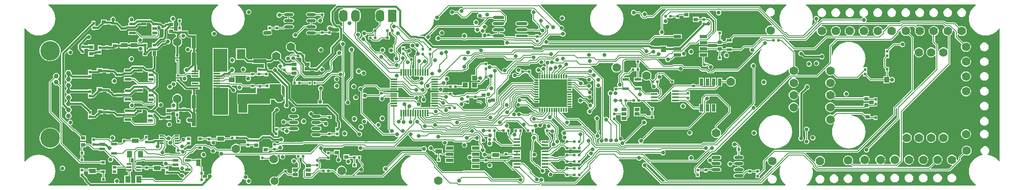
<source format=gtl>
G04*
G04 #@! TF.GenerationSoftware,Altium Limited,Altium Designer,24.2.2 (26)*
G04*
G04 Layer_Physical_Order=1*
G04 Layer_Color=255*
%FSLAX25Y25*%
%MOIN*%
G70*
G04*
G04 #@! TF.SameCoordinates,259A4400-9820-475F-8ACA-24378C9DBAE9*
G04*
G04*
G04 #@! TF.FilePolarity,Positive*
G04*
G01*
G75*
%ADD18R,0.01181X0.03347*%
%ADD19R,0.03347X0.01181*%
%ADD20R,0.20669X0.20669*%
%ADD21R,0.02362X0.01968*%
%ADD22R,0.01968X0.02362*%
%ADD23R,0.05807X0.01772*%
%ADD24R,0.05807X0.01181*%
%ADD25R,0.01181X0.05807*%
%ADD26O,0.07000X0.10000*%
%ADD27R,0.07000X0.10000*%
%ADD28R,0.04331X0.03937*%
%ADD29R,0.03543X0.03150*%
%ADD30R,0.07539X0.10984*%
%ADD31R,0.11102X0.03189*%
%ADD32R,0.03189X0.11102*%
%ADD33R,0.02165X0.01772*%
%ADD34R,0.02756X0.03937*%
%ADD35R,0.02756X0.02362*%
%ADD36R,0.06902X0.11602*%
%ADD37R,0.05610X0.01181*%
%ADD38R,0.07087X0.07874*%
%ADD39R,0.05630X0.03701*%
%ADD40R,0.02559X0.05906*%
%ADD41R,0.05610X0.01772*%
%ADD42R,0.03937X0.02165*%
%ADD43R,0.04331X0.05512*%
%ADD44R,0.01772X0.02165*%
%ADD45R,0.03543X0.03150*%
%ADD46O,0.07480X0.02362*%
%ADD47R,0.04181X0.02559*%
%ADD48R,0.05512X0.02362*%
%ADD49R,0.04724X0.02362*%
%ADD50R,0.03937X0.01575*%
%ADD51R,0.05906X0.02559*%
%ADD52R,0.02284X0.02126*%
%ADD53R,0.03701X0.05630*%
%ADD54R,0.03985X0.04942*%
%ADD55R,0.02165X0.02165*%
G04:AMPARAMS|DCode=56|XSize=53.49mil|YSize=23.1mil|CornerRadius=11.55mil|HoleSize=0mil|Usage=FLASHONLY|Rotation=180.000|XOffset=0mil|YOffset=0mil|HoleType=Round|Shape=RoundedRectangle|*
%AMROUNDEDRECTD56*
21,1,0.05349,0.00000,0,0,180.0*
21,1,0.03039,0.02310,0,0,180.0*
1,1,0.02310,-0.01519,0.00000*
1,1,0.02310,0.01519,0.00000*
1,1,0.02310,0.01519,0.00000*
1,1,0.02310,-0.01519,0.00000*
%
%ADD56ROUNDEDRECTD56*%
%ADD57R,0.05349X0.02310*%
%ADD58R,0.03150X0.02165*%
%ADD59R,0.02254X0.02423*%
%ADD60R,0.04134X0.02362*%
%ADD61R,0.05100X0.03985*%
%ADD62R,0.02423X0.02254*%
G04:AMPARAMS|DCode=63|XSize=93.59mil|YSize=24.49mil|CornerRadius=12.25mil|HoleSize=0mil|Usage=FLASHONLY|Rotation=180.000|XOffset=0mil|YOffset=0mil|HoleType=Round|Shape=RoundedRectangle|*
%AMROUNDEDRECTD63*
21,1,0.09359,0.00000,0,0,180.0*
21,1,0.06909,0.02449,0,0,180.0*
1,1,0.02449,-0.03455,0.00000*
1,1,0.02449,0.03455,0.00000*
1,1,0.02449,0.03455,0.00000*
1,1,0.02449,-0.03455,0.00000*
%
%ADD63ROUNDEDRECTD63*%
%ADD64R,0.09359X0.02449*%
%ADD108C,0.00831*%
%ADD109C,0.01500*%
%ADD110C,0.03000*%
%ADD111R,0.26500X0.08000*%
%ADD112R,0.11000X0.08500*%
%ADD113R,0.09500X0.11500*%
%ADD114R,0.12000X0.22000*%
%ADD115R,0.11500X0.19000*%
%ADD116C,0.15886*%
%ADD117C,0.03937*%
%ADD118C,0.03500*%
%ADD119C,0.07000*%
%ADD120C,0.06500*%
%ADD121C,0.03200*%
G36*
X347398Y134080D02*
X346777Y133459D01*
X346438Y133600D01*
X345562D01*
X344754Y133265D01*
X344135Y132646D01*
X343800Y131838D01*
Y131468D01*
X343386Y131194D01*
X343300Y131178D01*
X342952Y131248D01*
X342952Y131248D01*
X340452D01*
X340365Y131459D01*
X339746Y132077D01*
X338938Y132412D01*
X338062D01*
X337254Y132077D01*
X336635Y131459D01*
X336300Y130650D01*
Y129775D01*
X336635Y128966D01*
X337254Y128347D01*
X338062Y128012D01*
X338938D01*
X339746Y128347D01*
X340365Y128966D01*
X340452Y129177D01*
X342524D01*
X346089Y125612D01*
X346424Y125388D01*
X346821Y125309D01*
X349844D01*
X349844Y125309D01*
X350240Y125388D01*
X350576Y125612D01*
X354998Y130034D01*
X360062D01*
X360161Y129534D01*
X359754Y129365D01*
X359135Y128746D01*
X358800Y127938D01*
Y127062D01*
X359135Y126254D01*
X359754Y125635D01*
X360562Y125300D01*
X361438D01*
X361649Y125387D01*
X361929Y125107D01*
X361929Y125106D01*
X362265Y124882D01*
X362662Y124803D01*
X364884D01*
X365076Y124341D01*
X360520Y119785D01*
X359604D01*
X359397Y120285D01*
X359865Y120754D01*
X360200Y121562D01*
Y122438D01*
X359865Y123246D01*
X359246Y123865D01*
X358438Y124200D01*
X357562D01*
X356754Y123865D01*
X356135Y123246D01*
X355800Y122438D01*
Y121562D01*
X356135Y120754D01*
X356604Y120285D01*
X356396Y119785D01*
X326250D01*
X325854Y119706D01*
X325518Y119482D01*
X325518Y119482D01*
X318268Y112232D01*
X318240Y112190D01*
X317465Y111869D01*
X316846Y111250D01*
X316582Y110614D01*
X316049Y110441D01*
X315905Y110584D01*
X315459Y110883D01*
X314932Y110987D01*
X311664D01*
X311644Y111487D01*
X312134Y111526D01*
X314216Y112026D01*
X316193Y112845D01*
X318019Y113963D01*
X319646Y115354D01*
X321037Y116981D01*
X322155Y118807D01*
X322974Y120784D01*
X323474Y122866D01*
X323618Y124695D01*
X324126Y124776D01*
X324135Y124754D01*
X324754Y124135D01*
X325562Y123800D01*
X326438D01*
X327246Y124135D01*
X327865Y124754D01*
X328200Y125562D01*
Y126438D01*
X328113Y126648D01*
X336044Y134580D01*
X347191D01*
X347398Y134080D01*
D02*
G37*
G36*
X600561Y119844D02*
X600302Y119396D01*
X599540Y119600D01*
X598460D01*
X597417Y119321D01*
X596483Y118781D01*
X595719Y118017D01*
X595179Y117083D01*
X594900Y116040D01*
Y114960D01*
X595179Y113918D01*
X595719Y112982D01*
X596182Y112520D01*
X595975Y112020D01*
X568914D01*
X568914Y112020D01*
X568518Y111941D01*
X568182Y111717D01*
X568182Y111717D01*
X565486Y109021D01*
X562502D01*
Y106923D01*
X562370Y106791D01*
X559872D01*
Y107931D01*
X558535D01*
Y111501D01*
X559227D01*
Y115124D01*
X555773D01*
Y115124D01*
X555291Y115166D01*
Y123943D01*
X555212Y124340D01*
X554987Y124676D01*
X554987Y124676D01*
X548899Y130764D01*
X549090Y131226D01*
X554177D01*
X554454Y130810D01*
X554300Y130438D01*
Y129562D01*
X554635Y128754D01*
X555254Y128135D01*
X556062Y127800D01*
X556938D01*
X557746Y128135D01*
X558365Y128754D01*
X558700Y129562D01*
Y130438D01*
X558546Y130810D01*
X558823Y131226D01*
X589179D01*
X600561Y119844D01*
D02*
G37*
G36*
X553220Y123515D02*
Y115386D01*
X548258Y110424D01*
X547770Y110613D01*
X547731Y110964D01*
X551347Y114580D01*
X551572Y114916D01*
X551651Y115312D01*
Y122083D01*
X551651Y122083D01*
X551572Y122479D01*
X551347Y122815D01*
X548962Y125201D01*
X548626Y125425D01*
X548230Y125504D01*
X548230Y125504D01*
X546084D01*
Y126250D01*
X542916D01*
Y125504D01*
X540309D01*
Y126675D01*
X535565D01*
Y122325D01*
X540309D01*
Y123433D01*
X542916D01*
Y122687D01*
X542916D01*
Y122313D01*
X542916D01*
Y120819D01*
X524476Y102380D01*
X519317D01*
Y101876D01*
X514092D01*
Y103071D01*
X508908D01*
Y102689D01*
X503727D01*
Y103124D01*
X501756D01*
X501649Y103146D01*
X501271Y103398D01*
X500919Y103468D01*
X500671Y103716D01*
X500224Y104014D01*
X499698Y104119D01*
X466006D01*
X466000Y104120D01*
X460000D01*
X459994Y104119D01*
X417254D01*
X417047Y104619D01*
X417237Y104809D01*
X417325Y105020D01*
X499594D01*
X499594Y105020D01*
X499990Y105099D01*
X500326Y105324D01*
X504467Y109465D01*
X519317D01*
Y108621D01*
X526423D01*
Y112380D01*
X519317D01*
Y111535D01*
X511105D01*
X511006Y112035D01*
X511246Y112135D01*
X511865Y112754D01*
X512200Y113562D01*
Y114438D01*
X511865Y115246D01*
X511246Y115865D01*
X511035Y115952D01*
Y121146D01*
X511535Y121353D01*
X511754Y121135D01*
X512562Y120800D01*
X513438D01*
X514246Y121135D01*
X514865Y121754D01*
X515200Y122562D01*
Y123438D01*
X514865Y124246D01*
X514246Y124865D01*
X514124Y124916D01*
X514223Y125416D01*
X514687D01*
X514813Y125416D01*
Y125416D01*
X515187D01*
Y125416D01*
X518750D01*
Y125949D01*
X521416D01*
Y125187D01*
X524584D01*
Y127205D01*
X527691D01*
Y126065D01*
X532435D01*
Y129795D01*
X546940D01*
X553220Y123515D01*
D02*
G37*
G36*
X403469Y132080D02*
X403135Y131746D01*
X402800Y130938D01*
Y130062D01*
X403135Y129254D01*
X403754Y128635D01*
X403965Y128548D01*
Y124278D01*
X403965Y124278D01*
X404043Y123882D01*
X404268Y123546D01*
X409080Y118734D01*
Y117487D01*
X409080Y117487D01*
X409132Y117226D01*
X408963Y116878D01*
X408958Y116870D01*
X408812Y116710D01*
X408493Y116647D01*
X408157Y116422D01*
X408154Y116420D01*
X406846D01*
X406843Y116422D01*
X406507Y116647D01*
X406111Y116726D01*
X406111Y116726D01*
X400664D01*
X400270Y117315D01*
X399667Y117719D01*
X398955Y117860D01*
X392045D01*
X391333Y117719D01*
X390730Y117315D01*
X390327Y116712D01*
X390185Y116000D01*
X390327Y115288D01*
X390730Y114684D01*
X391333Y114281D01*
X392045Y114140D01*
X398955D01*
X399667Y114281D01*
X400226Y114655D01*
X405682D01*
X405685Y114653D01*
X406020Y114428D01*
X406417Y114349D01*
X408583D01*
X408583Y114349D01*
X408980Y114428D01*
X409315Y114653D01*
X409318Y114655D01*
X410188D01*
X410436Y114055D01*
X411055Y113436D01*
X411698Y113170D01*
X411874Y112639D01*
X410738Y111504D01*
X409584D01*
Y112250D01*
X406416D01*
Y111769D01*
X400779D01*
Y112825D01*
X390221D01*
Y110902D01*
X389721Y110523D01*
X389660Y110535D01*
X389660Y110535D01*
X382286D01*
X381769Y111052D01*
X381638Y111712D01*
X381234Y112315D01*
X380631Y112719D01*
X379919Y112860D01*
X377500D01*
Y114140D01*
X379919D01*
X380631Y114281D01*
X381234Y114684D01*
X381638Y115288D01*
X381779Y116000D01*
X381638Y116712D01*
X381234Y117315D01*
X380631Y117719D01*
X379919Y117860D01*
X373010D01*
X372298Y117719D01*
X371694Y117315D01*
X371291Y116712D01*
X371149Y116000D01*
X371291Y115288D01*
X371694Y114684D01*
X372298Y114281D01*
X373010Y114140D01*
X375429D01*
Y112860D01*
X373010D01*
X372298Y112719D01*
X371694Y112315D01*
X371685Y112301D01*
X369584D01*
Y113313D01*
X366416D01*
X366416Y113313D01*
X365983Y113474D01*
X365783Y113557D01*
X365441Y113718D01*
X365533Y114160D01*
X365700Y114562D01*
Y115438D01*
X365533Y115840D01*
X365441Y116282D01*
X365783Y116443D01*
X366246Y116635D01*
X366865Y117254D01*
X367200Y118062D01*
Y118938D01*
X366865Y119746D01*
X366246Y120365D01*
X365438Y120700D01*
X365070D01*
X364863Y121200D01*
X368628Y124965D01*
X371507D01*
X371694Y124685D01*
X372298Y124281D01*
X373010Y124140D01*
X379919D01*
X380591Y124273D01*
X381042Y124000D01*
X381076Y123621D01*
X380250Y122795D01*
X379919Y122860D01*
X373010D01*
X372298Y122719D01*
X371694Y122316D01*
X371291Y121712D01*
X371149Y121000D01*
X371291Y120288D01*
X371694Y119685D01*
X372298Y119281D01*
X373010Y119140D01*
X379919D01*
X380631Y119281D01*
X381234Y119685D01*
X381638Y120288D01*
X381779Y121000D01*
X381714Y121331D01*
X382891Y122508D01*
X383115Y122844D01*
X383194Y123240D01*
X383194Y123240D01*
Y126928D01*
X383194Y126928D01*
X383115Y127324D01*
X382891Y127660D01*
X378750Y131801D01*
X378414Y132026D01*
X378140Y132080D01*
X378189Y132580D01*
X403262D01*
X403469Y132080D01*
D02*
G37*
G36*
X92459Y120476D02*
Y119183D01*
X92459Y119058D01*
Y118683D01*
X92459Y118558D01*
Y115443D01*
X92459Y115317D01*
X92459D01*
Y114943D01*
X92459D01*
Y111577D01*
X95850D01*
X96117Y111077D01*
X96089Y111035D01*
X84582D01*
X81487Y114130D01*
X81151Y114354D01*
X80755Y114433D01*
X80755Y114433D01*
X79923D01*
Y115153D01*
X73374D01*
Y111642D01*
X79923D01*
Y112128D01*
X80423Y112266D01*
X82527Y110162D01*
X82364Y109618D01*
X81754Y109365D01*
X81135Y108746D01*
X80800Y107938D01*
Y107062D01*
X81135Y106254D01*
X81210Y106179D01*
X81003Y105679D01*
X74585D01*
Y104605D01*
X73415D01*
Y105679D01*
X66585D01*
Y104369D01*
X64872D01*
Y104931D01*
X60128D01*
Y102845D01*
X57584D01*
Y103250D01*
X54416D01*
Y102845D01*
X51584D01*
Y103250D01*
X48416D01*
Y99813D01*
X48416Y99687D01*
Y99313D01*
X48031Y98908D01*
X46766D01*
X46239Y98803D01*
X45792Y98505D01*
X45733Y98445D01*
X43825D01*
X43825Y98445D01*
X43692Y98419D01*
X40628D01*
Y94069D01*
X45372D01*
Y95692D01*
X46303D01*
X46830Y95797D01*
X47276Y96096D01*
X47336Y96155D01*
X48416D01*
Y95750D01*
X51584D01*
Y99187D01*
X51584Y99313D01*
Y99687D01*
X51968Y100092D01*
X54416D01*
Y99687D01*
X57584D01*
Y100092D01*
X61016D01*
X61542Y100197D01*
X61989Y100495D01*
X62075Y100581D01*
X64872D01*
Y101616D01*
X66585D01*
Y100778D01*
X73415D01*
Y101852D01*
X74585D01*
Y100778D01*
X81300D01*
Y99967D01*
X81635Y99158D01*
X82254Y98539D01*
X83062Y98204D01*
X83938D01*
X84746Y98539D01*
X85124Y98917D01*
X85624Y98709D01*
Y97781D01*
X85022D01*
Y94219D01*
X88978D01*
Y95834D01*
X91767Y98624D01*
X92831D01*
X92896Y98570D01*
Y94219D01*
X93498D01*
Y85271D01*
X92650Y84423D01*
X89459D01*
Y84240D01*
X88379D01*
X86473Y86146D01*
X86027Y86444D01*
X85500Y86549D01*
X76768D01*
X76241Y86444D01*
X75795Y86146D01*
X74143Y84494D01*
X71481D01*
X70796Y84358D01*
X70215Y83970D01*
X69827Y83390D01*
X69691Y82705D01*
X69827Y82020D01*
X69571Y81503D01*
X69410Y81471D01*
X68964Y81173D01*
X68425Y80634D01*
X68090D01*
X67907Y80756D01*
X67222Y80892D01*
X64341D01*
X62291Y82942D01*
X61844Y83240D01*
X61317Y83345D01*
X58584D01*
Y83750D01*
X57231D01*
X57180Y83784D01*
X56653Y83888D01*
X52372D01*
Y84687D01*
X47628D01*
Y82845D01*
X43584D01*
Y83250D01*
X40416D01*
Y79687D01*
X40416D01*
Y79408D01*
X40185Y78908D01*
X28067D01*
X27015Y79961D01*
X27068Y80162D01*
Y80838D01*
X26893Y81491D01*
X26555Y82077D01*
X26077Y82555D01*
X25491Y82894D01*
X24838Y83069D01*
X24162D01*
X23509Y82894D01*
X22923Y82555D01*
X22445Y82077D01*
X22106Y81491D01*
X21932Y80838D01*
Y80162D01*
X22106Y79509D01*
X22445Y78923D01*
X22923Y78445D01*
X23124Y78329D01*
Y77671D01*
X22923Y77555D01*
X22445Y77077D01*
X22106Y76491D01*
X21932Y75838D01*
Y75162D01*
X22106Y74509D01*
X22445Y73923D01*
X22923Y73445D01*
X23193Y73289D01*
Y72711D01*
X22923Y72555D01*
X22445Y72077D01*
X22106Y71491D01*
X21932Y70838D01*
Y70162D01*
X22106Y69509D01*
X22445Y68923D01*
X22923Y68445D01*
X23124Y68329D01*
Y67671D01*
X22923Y67555D01*
X22445Y67077D01*
X22106Y66491D01*
X21932Y65838D01*
Y65162D01*
X22106Y64509D01*
X22445Y63923D01*
X22923Y63445D01*
X23193Y63289D01*
Y62711D01*
X22923Y62555D01*
X22445Y62077D01*
X22106Y61491D01*
X21932Y60838D01*
Y60162D01*
X22106Y59509D01*
X22445Y58923D01*
X22923Y58445D01*
X23124Y58329D01*
Y57671D01*
X22923Y57555D01*
X22445Y57077D01*
X22106Y56491D01*
X22028Y56199D01*
X21453Y55983D01*
X21376Y56033D01*
Y96036D01*
X23315Y97975D01*
X23800Y97752D01*
Y97062D01*
X24135Y96254D01*
X24754Y95635D01*
X25562Y95300D01*
X26438D01*
X27246Y95635D01*
X27865Y96254D01*
X28200Y97062D01*
Y97938D01*
X27865Y98746D01*
X27246Y99365D01*
X26438Y99700D01*
X25748D01*
X25525Y100185D01*
X42954Y117613D01*
X43416Y117422D01*
Y115750D01*
X46584D01*
Y116155D01*
X48579D01*
X49106Y116260D01*
X49552Y116558D01*
X53075Y120081D01*
X55872D01*
Y120486D01*
X58916D01*
Y119687D01*
X62084D01*
Y120092D01*
X63164D01*
X66078Y117178D01*
X66043Y117000D01*
X66179Y116315D01*
X66567Y115735D01*
X67147Y115347D01*
X67832Y115210D01*
X70871D01*
X71556Y115347D01*
X72136Y115735D01*
X72524Y116315D01*
X72567Y116530D01*
X72660Y116624D01*
X79108D01*
X79635Y116728D01*
X80082Y117027D01*
X82324Y119269D01*
X83404D01*
Y119058D01*
X88541D01*
Y121796D01*
X91139D01*
X92459Y120476D01*
D02*
G37*
G36*
X249410Y133124D02*
X248430Y132994D01*
X247432Y132581D01*
X246576Y131924D01*
X245919Y131068D01*
X245505Y130070D01*
X245365Y129000D01*
Y126000D01*
X245505Y124930D01*
X245919Y123932D01*
X246576Y123076D01*
X247432Y122419D01*
X248430Y122005D01*
X248465Y122001D01*
Y118807D01*
X248003Y118616D01*
X246645Y119973D01*
X246199Y120272D01*
X245672Y120376D01*
X243898D01*
X242927Y121348D01*
Y121784D01*
X242822Y122311D01*
X242523Y122757D01*
X241711Y123570D01*
Y130264D01*
X245070Y133624D01*
X249377D01*
X249410Y133124D01*
D02*
G37*
G36*
X694849Y119449D02*
X691317Y115917D01*
X690759Y116066D01*
X690621Y116583D01*
X690081Y117517D01*
X689318Y118281D01*
X688382Y118821D01*
X687340Y119100D01*
X686260D01*
X685218Y118821D01*
X684282Y118281D01*
X683519Y117517D01*
X682979Y116583D01*
X682700Y115540D01*
Y114460D01*
X682979Y113417D01*
X683519Y112483D01*
X684282Y111719D01*
X684549Y111565D01*
X684415Y111065D01*
X677735D01*
X677601Y111565D01*
X677868Y111719D01*
X678631Y112483D01*
X679171Y113417D01*
X679450Y114460D01*
Y115540D01*
X679171Y116583D01*
X678631Y117517D01*
X677868Y118281D01*
X676932Y118821D01*
X675890Y119100D01*
X674810D01*
X673768Y118821D01*
X672832Y118281D01*
X672069Y117517D01*
X671529Y116583D01*
X671250Y115540D01*
Y114460D01*
X671529Y113417D01*
X672069Y112483D01*
X672832Y111719D01*
X673099Y111565D01*
X672965Y111065D01*
X666285D01*
X666151Y111565D01*
X666418Y111719D01*
X667181Y112483D01*
X667721Y113417D01*
X668000Y114460D01*
Y115540D01*
X667721Y116583D01*
X667181Y117517D01*
X666418Y118281D01*
X665483Y118821D01*
X664440Y119100D01*
X663360D01*
X662318Y118821D01*
X661382Y118281D01*
X660619Y117517D01*
X660079Y116583D01*
X659800Y115540D01*
Y114460D01*
X660079Y113417D01*
X660619Y112483D01*
X661382Y111719D01*
X661649Y111565D01*
X661515Y111065D01*
X654835D01*
X654701Y111565D01*
X654967Y111719D01*
X655731Y112483D01*
X656271Y113417D01*
X656550Y114460D01*
Y115540D01*
X656271Y116583D01*
X655731Y117517D01*
X654967Y118281D01*
X654033Y118821D01*
X652990Y119100D01*
X651910D01*
X650868Y118821D01*
X649932Y118281D01*
X649169Y117517D01*
X648629Y116583D01*
X648350Y115540D01*
Y114460D01*
X648629Y113417D01*
X649169Y112483D01*
X649932Y111719D01*
X650199Y111565D01*
X650065Y111065D01*
X644786D01*
X644786Y111065D01*
X644390Y110986D01*
X644054Y110762D01*
X644054Y110762D01*
X634571Y101279D01*
X619057D01*
X613710Y106626D01*
X613902Y107088D01*
X627737D01*
X627737Y107088D01*
X628134Y107167D01*
X628469Y107391D01*
X636400Y115322D01*
X636900Y115114D01*
Y114460D01*
X637179Y113417D01*
X637719Y112483D01*
X638483Y111719D01*
X639418Y111179D01*
X640460Y110900D01*
X641540D01*
X642583Y111179D01*
X643517Y111719D01*
X644281Y112483D01*
X644821Y113417D01*
X645100Y114460D01*
Y115540D01*
X644821Y116583D01*
X644281Y117517D01*
X643517Y118281D01*
X642583Y118821D01*
X641540Y119100D01*
X640885D01*
X640709Y119527D01*
X641021Y119911D01*
X694658D01*
X694849Y119449D01*
D02*
G37*
G36*
X279410Y133124D02*
X278430Y132994D01*
X277432Y132581D01*
X276576Y131924D01*
X275919Y131068D01*
X275505Y130070D01*
X275365Y129000D01*
Y126000D01*
X275505Y124930D01*
X275919Y123932D01*
X276576Y123076D01*
X277432Y122419D01*
X278430Y122005D01*
X278465Y122001D01*
Y119992D01*
X275557Y117084D01*
X273656D01*
Y115380D01*
X272311Y114035D01*
X268452D01*
X268365Y114246D01*
X267746Y114865D01*
X266938Y115200D01*
X266062D01*
X265254Y114865D01*
X264635Y114246D01*
X264300Y113438D01*
Y112562D01*
X264635Y111754D01*
X265254Y111135D01*
X265432Y111061D01*
X265426Y110700D01*
X265378Y110542D01*
X264615Y110226D01*
X263996Y109607D01*
X263730Y108965D01*
X263199Y108788D01*
X262535Y109452D01*
Y110048D01*
X262746Y110135D01*
X263365Y110754D01*
X263700Y111562D01*
Y112438D01*
X263365Y113246D01*
X262746Y113865D01*
X261938Y114200D01*
X261062D01*
X260951Y114154D01*
X260535Y114432D01*
Y122001D01*
X260570Y122005D01*
X261568Y122419D01*
X262424Y123076D01*
X263081Y123932D01*
X263494Y124930D01*
X263635Y126000D01*
Y129000D01*
X263494Y130070D01*
X263081Y131068D01*
X262424Y131924D01*
X261568Y132581D01*
X260570Y132994D01*
X259590Y133124D01*
X259623Y133624D01*
X279377D01*
X279410Y133124D01*
D02*
G37*
G36*
X288433Y113133D02*
X288433Y113133D01*
X288512Y112737D01*
X288737Y112401D01*
X291643Y109494D01*
X291883Y109046D01*
X291659Y108710D01*
X291580Y108314D01*
X291580Y108314D01*
Y105345D01*
X290538Y104303D01*
X290313Y103967D01*
X290234Y103571D01*
X290234Y103571D01*
Y101030D01*
X289772Y100839D01*
X289746Y100865D01*
X288938Y101200D01*
X288062D01*
X287254Y100865D01*
X286635Y100246D01*
X286300Y99438D01*
Y98562D01*
X286635Y97754D01*
X287254Y97135D01*
X288062Y96800D01*
X288938D01*
X289746Y97135D01*
X289875Y97264D01*
X290487Y97168D01*
X290538Y97092D01*
X291965Y95665D01*
Y94268D01*
X291549Y94096D01*
X290931Y93477D01*
X290596Y92668D01*
Y91793D01*
X290931Y90985D01*
X291102Y90813D01*
X291023Y90185D01*
X290372Y89535D01*
X289929D01*
X282416Y97048D01*
X282513Y97539D01*
X282746Y97635D01*
X283365Y98254D01*
X283700Y99062D01*
Y99938D01*
X283365Y100746D01*
X282746Y101365D01*
X281938Y101700D01*
X281062D01*
X280254Y101365D01*
X279635Y100746D01*
X279300Y99938D01*
Y99062D01*
X279566Y98420D01*
X279315Y97920D01*
X276091D01*
X272024Y101987D01*
Y103234D01*
X271945Y103630D01*
X271720Y103966D01*
X271720Y103966D01*
X267974Y107712D01*
X268061Y107923D01*
Y108799D01*
X267726Y109607D01*
X267107Y110226D01*
X266929Y110300D01*
X266935Y110661D01*
X266983Y110819D01*
X267746Y111135D01*
X268365Y111754D01*
X268452Y111965D01*
X272740D01*
X272740Y111965D01*
X273136Y112043D01*
X273472Y112268D01*
X273955Y112751D01*
X274417Y112560D01*
Y111084D01*
X273687D01*
X273687Y111084D01*
X273313D01*
Y111084D01*
X273187Y111084D01*
X269750D01*
Y107916D01*
X271849D01*
X272996Y106768D01*
X272996Y106768D01*
X273332Y106544D01*
X273728Y106465D01*
X278263D01*
X278263Y106465D01*
X278659Y106544D01*
X278995Y106768D01*
X280691Y108465D01*
X283782D01*
Y107916D01*
X287344D01*
Y111084D01*
X286582D01*
Y113916D01*
X287313D01*
X287313Y113916D01*
X287687D01*
Y113916D01*
X287813Y113916D01*
X288433D01*
Y113133D01*
D02*
G37*
G36*
X612087Y136101D02*
X611981Y136037D01*
X610354Y134646D01*
X608963Y133019D01*
X607845Y131193D01*
X607026Y129216D01*
X606526Y127134D01*
X606358Y125000D01*
X606526Y122866D01*
X607026Y120784D01*
X607845Y118807D01*
X608776Y117288D01*
X608380Y116976D01*
X598906Y126450D01*
X599113Y126950D01*
X599467D01*
X600370Y127192D01*
X601180Y127659D01*
X601841Y128320D01*
X602308Y129130D01*
X602550Y130033D01*
Y130967D01*
X602308Y131870D01*
X601841Y132680D01*
X601180Y133341D01*
X600370Y133808D01*
X599467Y134050D01*
X598533D01*
X597630Y133808D01*
X596820Y133341D01*
X596159Y132680D01*
X595692Y131870D01*
X595450Y130967D01*
Y130613D01*
X594950Y130406D01*
X590624Y134732D01*
X590288Y134957D01*
X589892Y135035D01*
X589892Y135035D01*
X558408D01*
X558176Y135081D01*
X558176Y135081D01*
X554824D01*
X554592Y135035D01*
X510000D01*
X510000Y135035D01*
X509604Y134957D01*
X509268Y134732D01*
X509268Y134732D01*
X502456Y127920D01*
X498410D01*
X498200Y128234D01*
Y129109D01*
X497865Y129918D01*
X497246Y130537D01*
X496438Y130872D01*
X495562D01*
X494754Y130537D01*
X494135Y129918D01*
X494076Y129777D01*
X493586Y129679D01*
X492533Y130732D01*
X492198Y130956D01*
X491801Y131035D01*
X491801Y131035D01*
X488952D01*
X488865Y131246D01*
X488246Y131865D01*
X487438Y132200D01*
X486562D01*
X485754Y131865D01*
X485135Y131246D01*
X484800Y130438D01*
Y129562D01*
X485135Y128754D01*
X485754Y128135D01*
X486562Y127800D01*
X487438D01*
X488246Y128135D01*
X488865Y128754D01*
X488952Y128965D01*
X491372D01*
X492349Y127988D01*
Y127588D01*
X492349Y127588D01*
X492428Y127192D01*
X492653Y126856D01*
X494185Y125324D01*
X494521Y125100D01*
X494917Y125021D01*
X494917Y125021D01*
X497083D01*
X497083Y125021D01*
X497479Y125100D01*
X497815Y125324D01*
X498340Y125849D01*
X502885D01*
X502885Y125849D01*
X503281Y125928D01*
X503617Y126153D01*
X510429Y132965D01*
X513277D01*
X513469Y132503D01*
X509268Y128302D01*
X509044Y127966D01*
X508965Y127570D01*
X508965Y127570D01*
Y115952D01*
X508754Y115865D01*
X508135Y115246D01*
X507800Y114438D01*
Y113562D01*
X508135Y112754D01*
X508754Y112135D01*
X508994Y112035D01*
X508895Y111535D01*
X504039D01*
X504038Y111535D01*
X503642Y111457D01*
X503306Y111232D01*
X499165Y107091D01*
X417325D01*
X417237Y107302D01*
X416618Y107921D01*
X415976Y108187D01*
X415800Y108718D01*
X418547Y111465D01*
X427243D01*
X427255Y111435D01*
X427874Y110816D01*
X428682Y110482D01*
X429558D01*
X430366Y110816D01*
X430985Y111435D01*
X431320Y112244D01*
Y113119D01*
X430985Y113928D01*
X430366Y114547D01*
X429558Y114882D01*
X428682D01*
X428542Y115343D01*
X429246Y115635D01*
X429865Y116254D01*
X430200Y117062D01*
Y117938D01*
X429865Y118746D01*
X429246Y119365D01*
X428438Y119700D01*
X427562D01*
X427352Y119613D01*
X410882Y136082D01*
X411089Y136582D01*
X456951D01*
X457087Y136101D01*
X456981Y136037D01*
X455354Y134646D01*
X453963Y133019D01*
X452845Y131193D01*
X452026Y129216D01*
X451526Y127134D01*
X451358Y125000D01*
X451526Y122866D01*
X452026Y120784D01*
X452845Y118807D01*
X453963Y116981D01*
X455354Y115354D01*
X456981Y113963D01*
X458807Y112845D01*
X460784Y112026D01*
X462866Y111526D01*
X465000Y111358D01*
X467134Y111526D01*
X469216Y112026D01*
X471193Y112845D01*
X473019Y113963D01*
X474646Y115354D01*
X476037Y116981D01*
X477155Y118807D01*
X477974Y120784D01*
X478474Y122866D01*
X478642Y125000D01*
X478474Y127134D01*
X477974Y129216D01*
X477155Y131193D01*
X476037Y133019D01*
X474646Y134646D01*
X473019Y136037D01*
X472913Y136101D01*
X473049Y136582D01*
X611951D01*
X612087Y136101D01*
D02*
G37*
G36*
X243690Y136082D02*
X243527Y135973D01*
X239361Y131807D01*
X239063Y131361D01*
X238958Y130834D01*
Y123000D01*
X239063Y122473D01*
X239361Y122027D01*
X240174Y121214D01*
Y120778D01*
X240278Y120251D01*
X240577Y119805D01*
X241531Y118851D01*
X241212Y118463D01*
X240673Y118822D01*
X239854Y118985D01*
X239584D01*
Y119281D01*
X239114D01*
X238819Y119478D01*
X238000Y119641D01*
X237181Y119478D01*
X236886Y119281D01*
X236416D01*
Y118909D01*
X236022Y118319D01*
X235859Y117500D01*
X236022Y116681D01*
X236349Y116191D01*
X236416Y115719D01*
Y115344D01*
X236416D01*
Y114583D01*
X233584D01*
Y115313D01*
X230416D01*
Y114551D01*
X227251D01*
X227095Y114784D01*
X226506Y115178D01*
X225811Y115316D01*
X220693D01*
X219998Y115178D01*
X219409Y114784D01*
X219015Y114195D01*
X218877Y113500D01*
X219015Y112805D01*
X219409Y112216D01*
X219998Y111822D01*
X220693Y111684D01*
X225811D01*
X226506Y111822D01*
X227095Y112216D01*
X227272Y112480D01*
X230416D01*
Y111750D01*
X233584D01*
Y112512D01*
X236416D01*
Y111782D01*
X239584D01*
Y113676D01*
X240084Y114012D01*
X240660Y113897D01*
X243828D01*
X244062Y113800D01*
X244938D01*
X245623Y114084D01*
X246124Y113859D01*
Y109236D01*
X239361Y102473D01*
X239063Y102027D01*
X238958Y101500D01*
Y97101D01*
X227138Y85281D01*
X225916D01*
Y85126D01*
X222482D01*
Y89620D01*
X219047D01*
X217845Y90822D01*
Y92916D01*
X218250D01*
Y96084D01*
X216634D01*
X216381Y96338D01*
X216334Y96570D01*
X216036Y97017D01*
X215245Y97808D01*
X214798Y98106D01*
X214272Y98211D01*
X212236D01*
X210214Y100233D01*
X210321Y100417D01*
X210600Y101460D01*
Y102540D01*
X210321Y103583D01*
X209781Y104517D01*
X209017Y105281D01*
X208083Y105821D01*
X207040Y106100D01*
X205960D01*
X204918Y105821D01*
X203982Y105281D01*
X203219Y104517D01*
X202679Y103583D01*
X202400Y102540D01*
Y101460D01*
X202679Y100417D01*
X203219Y99483D01*
X203982Y98719D01*
X204918Y98179D01*
X205960Y97900D01*
X207040D01*
X208083Y98179D01*
X208267Y98286D01*
X209720Y96833D01*
X209643Y96560D01*
X209496Y96351D01*
X206815D01*
X206815Y96351D01*
X206419Y96272D01*
X206083Y96047D01*
X204648Y94613D01*
X204438Y94700D01*
X203562D01*
X202754Y94365D01*
X202135Y93746D01*
X201800Y92938D01*
Y92062D01*
X202135Y91254D01*
X202754Y90635D01*
X203562Y90300D01*
X204438D01*
X205246Y90635D01*
X205865Y91254D01*
X206021Y91630D01*
X206562D01*
X206635Y91454D01*
X207254Y90835D01*
X208062Y90500D01*
X208938D01*
X209541Y90750D01*
X210209Y90082D01*
X210018Y89620D01*
X206518D01*
Y89117D01*
X201800D01*
X201739Y89208D01*
X198214Y92733D01*
X198321Y92918D01*
X198600Y93960D01*
Y95040D01*
X198321Y96083D01*
X197781Y97018D01*
X197018Y97781D01*
X196082Y98321D01*
X195040Y98600D01*
X193960D01*
X192918Y98321D01*
X191982Y97781D01*
X191219Y97018D01*
X190679Y96083D01*
X190400Y95040D01*
Y93960D01*
X190679Y92918D01*
X190786Y92733D01*
X189631Y91577D01*
X187151D01*
Y92395D01*
X174849D01*
Y91577D01*
X171653D01*
X169820Y93410D01*
Y100537D01*
X161534D01*
Y91463D01*
X167874D01*
X170109Y89227D01*
X170109Y89227D01*
X170556Y88929D01*
X171083Y88824D01*
X171083Y88824D01*
X174849D01*
Y88006D01*
X184425D01*
Y85400D01*
X184455Y85246D01*
X184058Y84746D01*
X182183D01*
Y84954D01*
X178817D01*
Y81589D01*
X178817D01*
Y81411D01*
X178817D01*
Y80567D01*
X176584D01*
Y81313D01*
X173416D01*
Y80567D01*
X159681D01*
X159582Y81067D01*
X159746Y81135D01*
X160365Y81754D01*
X160700Y82562D01*
Y83438D01*
X160365Y84246D01*
X159746Y84865D01*
X158938Y85200D01*
X158062D01*
X157254Y84865D01*
X156635Y84246D01*
X156300Y83438D01*
Y83207D01*
X155649Y82556D01*
X155581Y82560D01*
X155149Y82816D01*
Y100500D01*
X154959Y100959D01*
X154500Y101149D01*
X143000D01*
X142541Y100959D01*
X142351Y100500D01*
Y83080D01*
X142304D01*
Y78731D01*
Y74794D01*
Y70857D01*
Y66920D01*
X142351D01*
Y46500D01*
X142541Y46041D01*
X143000Y45851D01*
X155000D01*
X155459Y46041D01*
X155649Y46500D01*
Y67751D01*
X156111Y67942D01*
X157300Y66753D01*
Y66062D01*
X157635Y65254D01*
X158254Y64635D01*
X159062Y64300D01*
X159938D01*
X160746Y64635D01*
X161365Y65254D01*
X161700Y66062D01*
Y66938D01*
X161365Y67746D01*
X160746Y68365D01*
X159938Y68700D01*
X159247D01*
X158182Y69765D01*
X158373Y70227D01*
X162316D01*
X162566Y69727D01*
X162300Y69085D01*
Y68209D01*
X162635Y67401D01*
X163254Y66782D01*
X164062Y66447D01*
X164938D01*
X165746Y66782D01*
X166365Y67401D01*
X166700Y68209D01*
Y68788D01*
X166877Y68933D01*
X166877Y68933D01*
X173416D01*
Y68187D01*
X176584D01*
Y68835D01*
X177763D01*
X177989Y68335D01*
X177851Y68000D01*
Y64149D01*
X163000D01*
X162541Y63959D01*
X162351Y63500D01*
Y55500D01*
X162541Y55041D01*
X162652Y54995D01*
Y47408D01*
X171391D01*
Y54851D01*
X189500D01*
X189959Y55041D01*
X190149Y55500D01*
Y58764D01*
X193087D01*
X193179Y58417D01*
X193719Y57482D01*
X194483Y56719D01*
X195417Y56179D01*
X196460Y55900D01*
X197540D01*
X198582Y56179D01*
X199518Y56719D01*
X200281Y57482D01*
X200821Y58417D01*
X201100Y59460D01*
Y60540D01*
X200821Y61582D01*
X200281Y62517D01*
X199518Y63281D01*
X199149Y63493D01*
Y70751D01*
X199611Y70942D01*
X201624Y68930D01*
Y55735D01*
X201135Y55246D01*
X200800Y54438D01*
Y53562D01*
X201135Y52754D01*
X201754Y52135D01*
X202562Y51800D01*
X203438D01*
X204246Y52135D01*
X204865Y52754D01*
X205200Y53562D01*
Y54438D01*
X204865Y55246D01*
X204376Y55735D01*
Y58024D01*
X204838Y58215D01*
X209977Y53077D01*
X210423Y52778D01*
X210950Y52674D01*
X235954D01*
X243155Y45473D01*
Y41641D01*
X243259Y41114D01*
X243558Y40668D01*
X244573Y39652D01*
Y36685D01*
X244138Y36250D01*
X242916D01*
Y32813D01*
X242916Y32687D01*
Y32313D01*
X242916Y32187D01*
Y31567D01*
X239584D01*
Y32313D01*
X236416D01*
Y31301D01*
X231070D01*
X230506Y31678D01*
X229811Y31816D01*
X224693D01*
X223998Y31678D01*
X223409Y31284D01*
X223015Y30695D01*
X222877Y30000D01*
X223015Y29305D01*
X223409Y28716D01*
X223998Y28322D01*
X224693Y28184D01*
X229811D01*
X230506Y28322D01*
X231095Y28716D01*
X231439Y29230D01*
X236416D01*
Y28750D01*
X239584D01*
Y29496D01*
X242916D01*
Y28750D01*
X246084D01*
Y32187D01*
X246084Y32313D01*
Y32687D01*
X246084Y32813D01*
Y34303D01*
X246923Y35142D01*
X246923Y35142D01*
X247222Y35589D01*
X247326Y36115D01*
Y40222D01*
X247326Y40222D01*
X247222Y40749D01*
X246923Y41195D01*
X245907Y42211D01*
Y46043D01*
X245803Y46570D01*
X245504Y47017D01*
X237498Y55023D01*
X237051Y55322D01*
X236525Y55426D01*
X232691D01*
X232437Y55927D01*
X232700Y56562D01*
Y57438D01*
X232365Y58246D01*
X231785Y58826D01*
Y65944D01*
X232246Y66135D01*
X232865Y66754D01*
X233200Y67562D01*
Y68438D01*
X232865Y69246D01*
X232246Y69865D01*
X231438Y70200D01*
X230562D01*
X229754Y69865D01*
X229135Y69246D01*
X228800Y68438D01*
Y67562D01*
X229135Y66754D01*
X229715Y66174D01*
Y59056D01*
X229254Y58865D01*
X228635Y58246D01*
X228300Y57438D01*
Y56562D01*
X228563Y55927D01*
X228309Y55426D01*
X211520D01*
X206476Y60470D01*
Y71400D01*
X206372Y71927D01*
X206073Y72373D01*
X195786Y82661D01*
Y83524D01*
X195451Y84332D01*
X194832Y84951D01*
X194024Y85286D01*
X193148D01*
X192340Y84951D01*
X191721Y84332D01*
X191428Y83626D01*
X191117Y83430D01*
X190886Y83350D01*
X190437Y83439D01*
X188279D01*
X188084Y83634D01*
Y85250D01*
X187580D01*
X187537Y85462D01*
X187239Y85908D01*
X187178Y85970D01*
Y88824D01*
X190201D01*
X190727Y88929D01*
X191174Y89227D01*
X192733Y90786D01*
X192918Y90679D01*
X193960Y90400D01*
X195040D01*
X196082Y90679D01*
X196267Y90786D01*
X198391Y88662D01*
X198345Y88507D01*
X198146Y88200D01*
X197378D01*
X196570Y87865D01*
X195951Y87246D01*
X195616Y86438D01*
Y85562D01*
X195951Y84754D01*
X196570Y84135D01*
X197135Y83901D01*
X198038Y82998D01*
X198038Y82998D01*
X198373Y82774D01*
X198770Y82695D01*
X199416D01*
Y81250D01*
X201120D01*
X202843Y79528D01*
X202843Y79528D01*
X203179Y79303D01*
X203575Y79225D01*
X203575Y79225D01*
X206518D01*
Y78380D01*
X210070D01*
X210262Y77918D01*
X208831Y76488D01*
X208607Y76152D01*
X208528Y75756D01*
X208528Y75756D01*
Y74084D01*
X207782D01*
Y70916D01*
X211219D01*
X211344Y70916D01*
X211719D01*
X211844Y70916D01*
X215281D01*
Y71465D01*
X220644D01*
Y70817D01*
X223616D01*
Y74183D01*
X220644D01*
Y73535D01*
X215281D01*
Y74084D01*
X211844D01*
X211719Y74084D01*
X211344D01*
X211219Y74084D01*
X210598D01*
Y75327D01*
X213047Y77775D01*
X213271Y78111D01*
X213350Y78507D01*
X213350Y78507D01*
Y79965D01*
X213843Y80050D01*
X214067Y79714D01*
X217147Y76635D01*
X217147Y76635D01*
X217482Y76410D01*
X217879Y76331D01*
X217879Y76331D01*
X229565D01*
X229565Y76331D01*
X229961Y76410D01*
X230297Y76635D01*
X230760Y77097D01*
X232354D01*
X232354Y77097D01*
X232751Y77176D01*
X233086Y77400D01*
X236536Y80849D01*
X238083D01*
X238083Y80849D01*
X238479Y80928D01*
X238815Y81153D01*
X240347Y82685D01*
X240572Y83021D01*
X240651Y83417D01*
X240651Y83417D01*
Y86816D01*
X240651Y86816D01*
X240572Y87212D01*
X240350Y87544D01*
Y89886D01*
X245352Y94887D01*
X245562Y94800D01*
X246438D01*
X247246Y95135D01*
X247465Y95354D01*
X247965Y95146D01*
Y81932D01*
X247549Y81654D01*
X247438Y81700D01*
X246562D01*
X245754Y81365D01*
X245135Y80746D01*
X245048Y80535D01*
X239837D01*
X239440Y80457D01*
X239105Y80232D01*
X239105Y80232D01*
X232408Y73535D01*
X227356D01*
Y74183D01*
X224384D01*
Y70817D01*
X227356D01*
Y71465D01*
X232837D01*
X232837Y71465D01*
X233233Y71544D01*
X233569Y71768D01*
X240265Y78465D01*
X245048D01*
X245135Y78254D01*
X245754Y77635D01*
X246562Y77300D01*
X247438D01*
X247549Y77346D01*
X247965Y77068D01*
Y44046D01*
X247965Y44046D01*
X248043Y43650D01*
X248268Y43314D01*
X260434Y31148D01*
X260346Y30938D01*
Y30062D01*
X260681Y29254D01*
X261300Y28635D01*
X262108Y28300D01*
X262984D01*
X263792Y28635D01*
X264411Y29254D01*
X264746Y30062D01*
Y30938D01*
X264411Y31746D01*
X263792Y32365D01*
X262984Y32700D01*
X262108D01*
X261898Y32613D01*
X250035Y44475D01*
Y77372D01*
X250347Y77685D01*
X250572Y78021D01*
X250651Y78417D01*
X250651Y78417D01*
Y80583D01*
X250651Y80583D01*
X250572Y80980D01*
X250347Y81315D01*
X250035Y81628D01*
Y102548D01*
X250246Y102635D01*
X250865Y103254D01*
X251200Y104062D01*
Y104938D01*
X250865Y105746D01*
X250246Y106365D01*
X249438Y106700D01*
X248562D01*
X247923Y106435D01*
X247640Y106859D01*
X248473Y107693D01*
X248772Y108139D01*
X248877Y108666D01*
Y112835D01*
X249338Y113026D01*
X287312Y75053D01*
Y72167D01*
Y68488D01*
X279382D01*
X277023Y70847D01*
X276687Y71072D01*
X276291Y71151D01*
X276290Y71151D01*
X266917D01*
X266521Y71072D01*
X266185Y70847D01*
X266185Y70847D01*
X264715Y69378D01*
X263938Y69700D01*
X263062D01*
X262254Y69365D01*
X261635Y68746D01*
X261300Y67938D01*
Y67062D01*
X261635Y66254D01*
X262254Y65635D01*
X263062Y65300D01*
X263349D01*
Y47917D01*
X263349Y47917D01*
X263428Y47521D01*
X263653Y47185D01*
X267528Y43309D01*
X267245Y42885D01*
X266938Y43012D01*
X266062D01*
X265254Y42677D01*
X264635Y42059D01*
X264300Y41250D01*
Y40375D01*
X264635Y39566D01*
X265254Y38947D01*
X266062Y38612D01*
X266938D01*
X267746Y38947D01*
X268365Y39566D01*
X268700Y40375D01*
Y41250D01*
X268573Y41557D01*
X268997Y41841D01*
X281209Y29628D01*
X281209Y29628D01*
X281545Y29404D01*
X281941Y29325D01*
X281941Y29325D01*
X291447D01*
X291534Y29114D01*
X292153Y28495D01*
X292962Y28160D01*
X293837D01*
X294436Y28408D01*
X294719Y27984D01*
X291270Y24535D01*
X269199D01*
X268802Y24456D01*
X268748Y24420D01*
X267252D01*
X267197Y24456D01*
X266801Y24535D01*
X266801Y24535D01*
X216806D01*
X216806Y24535D01*
X216410Y24456D01*
X216074Y24232D01*
X215762Y23920D01*
X200238D01*
X200031Y24420D01*
X200365Y24754D01*
X200700Y25562D01*
Y26438D01*
X200365Y27246D01*
X199746Y27865D01*
X198938Y28200D01*
X198062D01*
X197254Y27865D01*
X196765Y27376D01*
X192343D01*
X190581Y29138D01*
X190134Y29437D01*
X189608Y29541D01*
X183380D01*
X182853Y29437D01*
X182407Y29138D01*
X180145Y26876D01*
X173084D01*
Y27281D01*
X171862D01*
X170670Y28473D01*
X170224Y28772D01*
X169697Y28877D01*
X164250D01*
Y29084D01*
X160813D01*
X160687Y29084D01*
X160313D01*
X160187Y29084D01*
X156750D01*
Y27764D01*
X152415D01*
Y29179D01*
X145585D01*
Y27504D01*
X141084D01*
Y28250D01*
X137916D01*
Y27640D01*
X134399D01*
Y28423D01*
X130050D01*
Y25058D01*
X134399D01*
Y25569D01*
X137916D01*
Y24687D01*
X140569D01*
X140903Y24187D01*
X140800Y23938D01*
Y23062D01*
X141135Y22254D01*
X141754Y21635D01*
X142562Y21300D01*
X143438D01*
X144246Y21635D01*
X144865Y22254D01*
X145200Y23062D01*
Y23938D01*
X144865Y24746D01*
X144678Y24933D01*
X144885Y25433D01*
X145585D01*
Y24278D01*
X152415D01*
Y25693D01*
X157563D01*
X157563Y25693D01*
X157959Y25772D01*
X158175Y25916D01*
X160187D01*
X160313Y25916D01*
X160687D01*
X160813Y25916D01*
X164250D01*
Y26124D01*
X169127D01*
X169916Y25335D01*
Y23719D01*
X169916D01*
Y23344D01*
X169916D01*
Y22598D01*
X165149D01*
X164753Y22520D01*
X164417Y22295D01*
X163945Y21823D01*
X163083Y22321D01*
X162040Y22600D01*
X160960D01*
X159917Y22321D01*
X158983Y21781D01*
X158219Y21017D01*
X157679Y20083D01*
X157400Y19040D01*
Y18441D01*
X146193D01*
X146136Y18499D01*
X146126Y18547D01*
X145902Y18883D01*
X145902Y18883D01*
X144689Y20095D01*
X144353Y20320D01*
X143957Y20399D01*
X143957Y20399D01*
X141792D01*
X141395Y20320D01*
X141250Y20222D01*
X140405Y21067D01*
X140069Y21292D01*
X139673Y21370D01*
X139673Y21370D01*
X138524D01*
X137804Y22090D01*
X137469Y22314D01*
X137072Y22393D01*
X137072Y22393D01*
X128967D01*
X128967Y22393D01*
X128571Y22314D01*
X128235Y22090D01*
X124342Y18197D01*
X121251D01*
X120855Y18118D01*
X120519Y17894D01*
X120519Y17894D01*
X120195Y17570D01*
X119880Y17261D01*
X119532Y17579D01*
X119246Y17865D01*
X118720Y18083D01*
Y18624D01*
X118746Y18635D01*
X119365Y19254D01*
X119452Y19465D01*
X119783D01*
X119783Y19465D01*
X120180Y19544D01*
X120516Y19768D01*
X122065Y21317D01*
X124950D01*
Y24683D01*
X124950Y24683D01*
Y25058D01*
X124950D01*
X124950Y25183D01*
Y28423D01*
X120601D01*
Y27718D01*
X120101Y27510D01*
X119846Y27766D01*
X119037Y28101D01*
X118162D01*
X117353Y27766D01*
X116734Y27147D01*
X116399Y26338D01*
Y25463D01*
X116428Y25393D01*
X115294Y24258D01*
X113376D01*
X113376Y24258D01*
X113276Y24238D01*
X111548D01*
Y25598D01*
X111723Y25774D01*
X113026D01*
X113026Y25774D01*
X113126Y25794D01*
X115474D01*
Y30143D01*
X110928D01*
Y29751D01*
X110843Y29734D01*
X110507Y29510D01*
X108957Y27959D01*
X108466Y28056D01*
X108353Y28330D01*
X107734Y28949D01*
X106925Y29284D01*
X106050D01*
X105242Y28949D01*
X104648Y28355D01*
X103493Y29510D01*
X103157Y29734D01*
X103072Y29751D01*
Y30143D01*
X98526D01*
Y26392D01*
X94788D01*
X94787Y26392D01*
X94261Y26287D01*
X93814Y25989D01*
X93814Y25989D01*
X93638Y25813D01*
X92416D01*
Y25408D01*
X89815D01*
X89584Y25813D01*
Y26187D01*
X89584D01*
X89584Y26313D01*
Y29750D01*
X86416D01*
Y27652D01*
X84799Y26035D01*
X82415D01*
Y27450D01*
X75585D01*
Y26067D01*
X71584D01*
Y26813D01*
X68416D01*
Y23880D01*
X67811Y23275D01*
X64884D01*
Y24021D01*
X60423D01*
X59419Y25025D01*
X59702Y25449D01*
X60062Y25300D01*
X60938D01*
X61746Y25635D01*
X62365Y26254D01*
X62700Y27062D01*
Y27938D01*
X62365Y28746D01*
X61746Y29365D01*
X60938Y29700D01*
X60062D01*
X59254Y29365D01*
X58635Y28746D01*
X58300Y27938D01*
Y27062D01*
X58449Y26702D01*
X58025Y26419D01*
X57712Y26732D01*
X57376Y26956D01*
X56980Y27035D01*
X56980Y27035D01*
X46584D01*
Y27781D01*
X43416D01*
Y24219D01*
X43416D01*
Y23844D01*
X43416D01*
Y22163D01*
X42954Y21972D01*
X42450Y22476D01*
X42114Y22701D01*
X41718Y22779D01*
X41717Y22779D01*
X38872D01*
Y23919D01*
X34128D01*
Y19569D01*
X34496D01*
Y16584D01*
X33750D01*
Y13416D01*
X34463D01*
Y11163D01*
X33723D01*
Y9718D01*
X33261Y9527D01*
X19494Y23294D01*
Y39822D01*
X19494Y39822D01*
X19415Y40218D01*
X19190Y40554D01*
X10535Y49209D01*
Y72571D01*
X11455Y73491D01*
X11742Y73399D01*
X11931Y73260D01*
Y72662D01*
X12106Y72009D01*
X12445Y71423D01*
X12923Y70945D01*
X13509Y70606D01*
X14162Y70432D01*
X14838D01*
X15442Y70593D01*
X17199Y68836D01*
Y44067D01*
X17199Y44067D01*
X17278Y43670D01*
X17503Y43335D01*
X27903Y32934D01*
X28239Y32710D01*
X28635Y32631D01*
X28635Y32631D01*
X29464D01*
X34128Y27967D01*
Y25081D01*
X38872D01*
Y29431D01*
X35592D01*
X30625Y34398D01*
X30289Y34622D01*
X29893Y34701D01*
X29893Y34701D01*
X29064D01*
X26427Y37338D01*
X26604Y37869D01*
X27246Y38135D01*
X27865Y38754D01*
X28200Y39562D01*
Y40438D01*
X27865Y41246D01*
X27246Y41865D01*
X26438Y42200D01*
X25562D01*
X24754Y41865D01*
X24135Y41246D01*
X23869Y40604D01*
X23338Y40427D01*
X19270Y44495D01*
Y53130D01*
X19732Y53322D01*
X21992Y51062D01*
X21932Y50838D01*
Y50162D01*
X22106Y49509D01*
X22445Y48923D01*
X22923Y48445D01*
X23193Y48289D01*
Y47711D01*
X22923Y47555D01*
X22445Y47077D01*
X22106Y46491D01*
X21932Y45838D01*
Y45162D01*
X22106Y44509D01*
X22445Y43923D01*
X22923Y43445D01*
X23509Y43106D01*
X24162Y42932D01*
X24838D01*
X25491Y43106D01*
X26077Y43445D01*
X26555Y43923D01*
X26893Y44509D01*
X27068Y45162D01*
Y45838D01*
X26893Y46491D01*
X26555Y47077D01*
X26077Y47555D01*
X25807Y47711D01*
Y48289D01*
X26077Y48445D01*
X26555Y48923D01*
X26893Y49509D01*
X27068Y50162D01*
Y50838D01*
X26893Y51491D01*
X26555Y52077D01*
X26077Y52555D01*
X25807Y52711D01*
Y53289D01*
X26077Y53445D01*
X26555Y53923D01*
X26671Y54124D01*
X34595D01*
X40416Y48303D01*
Y46687D01*
X40416D01*
Y46313D01*
X40416D01*
Y42750D01*
X43584D01*
Y43155D01*
X46079D01*
X46606Y43260D01*
X47052Y43558D01*
X50075Y46581D01*
X52872D01*
Y47379D01*
X55416D01*
Y46687D01*
X58584D01*
Y47092D01*
X61294D01*
X62581Y45804D01*
X62679Y45315D01*
X63067Y44735D01*
X63647Y44347D01*
X64332Y44210D01*
X67371D01*
X68056Y44347D01*
X68636Y44735D01*
X68666Y44779D01*
X69143D01*
X69670Y44883D01*
X69781Y44957D01*
X76439D01*
X76782Y44728D01*
X77308Y44624D01*
X77309Y44624D01*
X78012D01*
X78539Y44728D01*
X78985Y45027D01*
X80573Y46615D01*
X80806Y46661D01*
X81252Y46959D01*
X81850Y47558D01*
X85041D01*
Y50296D01*
X87639D01*
X88959Y48976D01*
Y47683D01*
X88959Y47558D01*
Y47183D01*
X88959Y47058D01*
Y43942D01*
X88959Y43817D01*
X88959D01*
Y43442D01*
X88959D01*
Y40077D01*
X92850D01*
X93117Y39577D01*
X93089Y39535D01*
X78916D01*
X78891Y39560D01*
X78732Y39798D01*
X76423Y42107D01*
Y44153D01*
X69874D01*
Y40642D01*
X74959D01*
X77109Y38492D01*
X77268Y38255D01*
X77755Y37768D01*
X77755Y37768D01*
X78091Y37543D01*
X78487Y37465D01*
X78487Y37465D01*
X94000D01*
X94000Y37465D01*
X94396Y37543D01*
X94732Y37768D01*
X95732Y38768D01*
X95732Y38768D01*
X95956Y39104D01*
X96035Y39500D01*
Y42913D01*
X96035Y42913D01*
X95956Y43310D01*
X95732Y43645D01*
X94096Y45281D01*
Y47031D01*
X94096Y47183D01*
X94452Y47531D01*
X94656D01*
X98416Y43771D01*
Y42156D01*
X101584D01*
Y42714D01*
X104128D01*
Y42069D01*
X108872D01*
Y46419D01*
X104128D01*
Y45467D01*
X101584D01*
Y45718D01*
X100362D01*
X96200Y49881D01*
X95905Y50078D01*
X95767Y50647D01*
X97750Y52630D01*
X97750Y52630D01*
X97871Y52811D01*
X98483Y52903D01*
X98487Y52902D01*
X98754Y52635D01*
X99562Y52300D01*
X100438D01*
X101246Y52635D01*
X101865Y53254D01*
X102200Y54062D01*
Y54938D01*
X101865Y55746D01*
X101246Y56365D01*
X100438Y56700D01*
X99562D01*
X98754Y56365D01*
X98615Y56226D01*
X98153Y56418D01*
Y62711D01*
X98153Y62711D01*
X98049Y63238D01*
X97750Y63684D01*
X95529Y65906D01*
X95351Y66024D01*
X95260Y66640D01*
X97750Y69130D01*
X98049Y69577D01*
X98153Y70104D01*
Y79211D01*
X98153Y79211D01*
X98049Y79738D01*
X97750Y80184D01*
X95529Y82406D01*
X95351Y82524D01*
X95260Y83140D01*
X95847Y83728D01*
X96146Y84174D01*
X96250Y84701D01*
Y94219D01*
X96852D01*
Y98729D01*
X97023D01*
X97550Y98834D01*
X97996Y99133D01*
X101881Y103017D01*
X103433D01*
X103960Y103122D01*
X104407Y103420D01*
X105222Y104235D01*
X105417Y104155D01*
X106292D01*
X107101Y104490D01*
X107720Y105108D01*
X108055Y105917D01*
Y106792D01*
X107720Y107601D01*
X107101Y108220D01*
X106292Y108555D01*
X105417D01*
X104608Y108220D01*
X103990Y107601D01*
X103655Y106792D01*
Y106561D01*
X102863Y105770D01*
X101310D01*
X100784Y105665D01*
X100337Y105367D01*
X100337Y105367D01*
X97314Y102343D01*
X96852Y102535D01*
Y103315D01*
X100206Y106669D01*
X101736D01*
X102262Y106774D01*
X102709Y107072D01*
X104437Y108801D01*
X104735Y109247D01*
X104826Y109705D01*
X105106Y110123D01*
X105211Y110650D01*
Y115217D01*
X105666Y115673D01*
X106128Y115481D01*
Y112569D01*
X109192D01*
X109325Y112543D01*
X109325Y112543D01*
X111315D01*
X111739Y112260D01*
X112116Y112185D01*
X112539Y111750D01*
Y109987D01*
X111917Y109821D01*
X110983Y109281D01*
X110219Y108518D01*
X109679Y107582D01*
X109400Y106540D01*
Y105460D01*
X109679Y104418D01*
X110219Y103482D01*
X110983Y102719D01*
X111917Y102179D01*
X112124Y102124D01*
Y96226D01*
X111817D01*
Y93254D01*
X115183D01*
Y96226D01*
X114876D01*
Y102124D01*
X115083Y102179D01*
X116017Y102719D01*
X116781Y103482D01*
X117321Y104418D01*
X117600Y105460D01*
Y106540D01*
X117321Y107582D01*
X116781Y108518D01*
X116017Y109281D01*
X115292Y109700D01*
Y111180D01*
X115671Y111559D01*
X115884Y111487D01*
X116133Y111314D01*
Y110528D01*
X116467Y109719D01*
X117086Y109100D01*
X117895Y108765D01*
X118770D01*
X119579Y109100D01*
X120198Y109719D01*
X120484Y110410D01*
X120994Y110606D01*
X121773Y109828D01*
X121773Y109828D01*
X122219Y109529D01*
X122746Y109425D01*
X122746Y109425D01*
X124805D01*
Y100517D01*
X124305Y100417D01*
X124031Y101080D01*
X123412Y101699D01*
X122603Y102034D01*
X121728D01*
X120920Y101699D01*
X120301Y101080D01*
X119966Y100272D01*
Y99397D01*
X120301Y98588D01*
X120920Y97969D01*
X121728Y97634D01*
X122603D01*
X123412Y97969D01*
X124031Y98588D01*
X124366Y99397D01*
Y99703D01*
X124805Y99849D01*
X124866Y99849D01*
X125624D01*
Y98151D01*
X124805D01*
Y87795D01*
X121984Y84974D01*
X121438Y85200D01*
X120562D01*
X119754Y84865D01*
X119135Y84246D01*
X118800Y83438D01*
Y82562D01*
X119135Y81754D01*
X119754Y81135D01*
X120062Y81007D01*
X120180Y80417D01*
X119413Y79651D01*
X118417D01*
X118417Y79651D01*
X118020Y79572D01*
X117771Y79405D01*
X115683D01*
Y79856D01*
X115035D01*
Y89514D01*
X115183D01*
Y92486D01*
X111817D01*
Y89514D01*
X112965D01*
Y79856D01*
X112317D01*
Y76884D01*
X115683D01*
Y77335D01*
X117130D01*
X117464Y76835D01*
X117300Y76438D01*
Y75562D01*
X117635Y74754D01*
X118254Y74135D01*
X119062Y73800D01*
X119938D01*
X120746Y74135D01*
X121365Y74754D01*
X121700Y75562D01*
Y76438D01*
X121365Y77246D01*
X120746Y77865D01*
X120715Y78024D01*
X121576Y78886D01*
X124886D01*
Y76762D01*
X131696D01*
Y78731D01*
Y83080D01*
X129668D01*
Y86752D01*
X129563Y87279D01*
X129265Y87725D01*
X129194Y87795D01*
Y98151D01*
X128376D01*
Y99849D01*
X129194D01*
Y112151D01*
X126288D01*
X126155Y112178D01*
X123316D01*
X122584Y112910D01*
Y115344D01*
X119416D01*
Y115292D01*
X117336D01*
X117084Y115687D01*
X117084Y115813D01*
Y119250D01*
X116535D01*
Y121916D01*
X117281D01*
Y125084D01*
X113719D01*
Y121916D01*
X114465D01*
Y119250D01*
X113916D01*
Y115813D01*
X113916Y115687D01*
Y115313D01*
X113531Y114908D01*
X112828D01*
X112405Y115191D01*
X111878Y115296D01*
X110872D01*
Y116919D01*
X107566D01*
X107375Y117381D01*
X108075Y118081D01*
X110872D01*
Y122431D01*
X110853D01*
X110753Y122931D01*
X111246Y123135D01*
X111865Y123754D01*
X112200Y124562D01*
Y125438D01*
X111865Y126246D01*
X111246Y126865D01*
X110438Y127200D01*
X109562D01*
X108754Y126865D01*
X108135Y126246D01*
X107800Y125438D01*
Y124562D01*
X108135Y123754D01*
X108754Y123135D01*
X109247Y122931D01*
X109147Y122431D01*
X106128D01*
Y121632D01*
X104478D01*
X103952Y121528D01*
X103505Y121229D01*
X103505Y121229D01*
X102552Y120276D01*
X101836D01*
X100399Y121713D01*
X99952Y122012D01*
X99425Y122117D01*
X97596D01*
Y122423D01*
X94406D01*
X92682Y124146D01*
X92236Y124444D01*
X91709Y124549D01*
X80738D01*
X80738Y124549D01*
X80212Y124444D01*
X79765Y124146D01*
X78263Y122644D01*
X78108Y122674D01*
X78010Y122862D01*
X77901Y123225D01*
X78200Y123947D01*
Y124822D01*
X77865Y125631D01*
X77246Y126250D01*
X76438Y126585D01*
X75562D01*
X74754Y126250D01*
X74135Y125631D01*
X73800Y124822D01*
Y123947D01*
X74135Y123138D01*
X74497Y122776D01*
X74476Y122569D01*
X74364Y122202D01*
X73864Y121868D01*
X73476Y121287D01*
X73339Y120602D01*
X73476Y119918D01*
X73542Y119817D01*
X73307Y119376D01*
X72090D01*
X71564Y119272D01*
X71117Y118973D01*
X71117Y118973D01*
X70923Y118779D01*
X70871Y118790D01*
X68360D01*
X64707Y122442D01*
X64261Y122740D01*
X63734Y122845D01*
X63225D01*
X62951Y123345D01*
X63200Y123947D01*
Y124822D01*
X62865Y125631D01*
X62246Y126250D01*
X61438Y126585D01*
X60562D01*
X59754Y126250D01*
X59135Y125631D01*
X58800Y124822D01*
Y123947D01*
X58886Y123739D01*
X58552Y123239D01*
X55872D01*
Y124431D01*
X51128D01*
Y122028D01*
X48009Y118908D01*
X46815D01*
X46584Y119313D01*
Y119687D01*
X46584D01*
X46584Y119813D01*
Y123250D01*
X43416D01*
Y121634D01*
X43162Y121380D01*
X42930Y121334D01*
X42483Y121036D01*
X42483Y121036D01*
X19027Y97579D01*
X18728Y97133D01*
X18624Y96606D01*
Y70994D01*
X18162Y70802D01*
X16907Y72057D01*
X17068Y72662D01*
Y73338D01*
X16894Y73991D01*
X16555Y74577D01*
X16077Y75055D01*
X15807Y75211D01*
Y75789D01*
X16077Y75945D01*
X16555Y76423D01*
X16894Y77009D01*
X17068Y77662D01*
Y78338D01*
X16894Y78991D01*
X16555Y79577D01*
X16077Y80055D01*
X15491Y80393D01*
X14838Y80568D01*
X14162D01*
X13509Y80393D01*
X12923Y80055D01*
X12445Y79577D01*
X12106Y78991D01*
X11931Y78338D01*
Y77662D01*
X12093Y77057D01*
X8768Y73732D01*
X8544Y73396D01*
X8465Y73000D01*
X8465Y73000D01*
Y48780D01*
X8465Y48780D01*
X8544Y48384D01*
X8768Y48048D01*
X17423Y39393D01*
Y31671D01*
X16923Y31519D01*
X16136Y32698D01*
X14946Y33888D01*
X13547Y34823D01*
X11992Y35467D01*
X10341Y35795D01*
X8659D01*
X7008Y35467D01*
X5453Y34823D01*
X4054Y33888D01*
X2864Y32698D01*
X1929Y31299D01*
X1285Y29744D01*
X957Y28093D01*
Y26411D01*
X1285Y24760D01*
X1929Y23205D01*
X2864Y21806D01*
X4054Y20616D01*
X5453Y19681D01*
X7008Y19037D01*
X8659Y18709D01*
X10341D01*
X11992Y19037D01*
X13547Y19681D01*
X14946Y20616D01*
X16136Y21806D01*
X16923Y22985D01*
X17361Y22880D01*
X17428Y22840D01*
X17502Y22469D01*
X17726Y22133D01*
X33352Y6508D01*
X33687Y6284D01*
X34084Y6205D01*
X50601D01*
Y5557D01*
X54950D01*
Y8923D01*
X50601D01*
Y8275D01*
X37206D01*
Y11163D01*
X36533D01*
Y13416D01*
X37313D01*
Y16584D01*
X36567D01*
Y19569D01*
X38872D01*
Y20709D01*
X41289D01*
X44230Y17768D01*
X44230Y17768D01*
X44565Y17544D01*
X44962Y17465D01*
X44962Y17465D01*
X49117D01*
Y16719D01*
X53577D01*
X54071Y16224D01*
X54071Y16224D01*
X54246Y16107D01*
X56042Y14311D01*
X56044Y14306D01*
X56268Y13970D01*
X58055Y12183D01*
X57937Y11593D01*
X57606Y11456D01*
X56987Y10837D01*
X56652Y10029D01*
Y9153D01*
X56987Y8345D01*
X57606Y7726D01*
X58414Y7391D01*
X59289D01*
X60098Y7726D01*
X60717Y8345D01*
X61052Y9153D01*
Y10029D01*
X60843Y10532D01*
X61108Y11002D01*
X61490Y11045D01*
X67539Y4997D01*
X67347Y4535D01*
X64399D01*
Y5183D01*
X60050D01*
Y1942D01*
X60050Y1817D01*
Y1443D01*
X60050Y1317D01*
Y-1923D01*
X64399D01*
Y1317D01*
X64399Y1443D01*
Y1817D01*
X64399Y1942D01*
Y2465D01*
X70500D01*
X70500Y2465D01*
X70500Y2465D01*
X71691D01*
Y-446D01*
X73225D01*
Y-3144D01*
X70207D01*
Y-9474D01*
X66191D01*
X65937Y-8974D01*
X66200Y-8338D01*
Y-7462D01*
X65865Y-6654D01*
X65246Y-6035D01*
X64438Y-5700D01*
X63562D01*
X62754Y-6035D01*
X62135Y-6654D01*
X61800Y-7462D01*
Y-8338D01*
X62063Y-8974D01*
X61809Y-9474D01*
X42617D01*
X40267Y-7123D01*
Y-6556D01*
X40267Y-6556D01*
X40162Y-6029D01*
X39864Y-5583D01*
X39864Y-5583D01*
X37084Y-2803D01*
Y-1313D01*
X37084Y-1187D01*
Y-813D01*
X37084Y-687D01*
Y-67D01*
X40585D01*
Y-2222D01*
X47415D01*
Y-1275D01*
X50601D01*
Y-1923D01*
X51965D01*
Y-4916D01*
X51219D01*
Y-8084D01*
X54781D01*
Y-4916D01*
X54035D01*
Y-1923D01*
X54950D01*
Y1443D01*
X50601D01*
Y795D01*
X47415D01*
Y2679D01*
X40585D01*
Y2004D01*
X37084D01*
Y2750D01*
X33916D01*
Y-687D01*
X33916Y-813D01*
Y-1187D01*
X33916Y-1313D01*
Y-4750D01*
X35138D01*
X37514Y-7126D01*
Y-7694D01*
X37619Y-8220D01*
X37917Y-8667D01*
X40371Y-11120D01*
X40180Y-11582D01*
X8049D01*
X7913Y-11101D01*
X8019Y-11037D01*
X9646Y-9646D01*
X11037Y-8019D01*
X12155Y-6193D01*
X12974Y-4216D01*
X13474Y-2134D01*
X13642Y0D01*
X13474Y2134D01*
X12974Y4216D01*
X12155Y6193D01*
X11037Y8019D01*
X9646Y9646D01*
X8019Y11037D01*
X6193Y12155D01*
X4216Y12974D01*
X2134Y13474D01*
X0Y13642D01*
X-2134Y13474D01*
X-4216Y12974D01*
X-6193Y12155D01*
X-8019Y11037D01*
X-9646Y9646D01*
X-11037Y8019D01*
X-11101Y7913D01*
X-11582Y8049D01*
Y116951D01*
X-11101Y117087D01*
X-11037Y116981D01*
X-9646Y115354D01*
X-8019Y113963D01*
X-6193Y112845D01*
X-4216Y112026D01*
X-2134Y111526D01*
X0Y111358D01*
X2134Y111526D01*
X4216Y112026D01*
X6193Y112845D01*
X8019Y113963D01*
X9646Y115354D01*
X11037Y116981D01*
X12155Y118807D01*
X12974Y120784D01*
X13474Y122866D01*
X13642Y125000D01*
X13474Y127134D01*
X12974Y129216D01*
X12155Y131193D01*
X11037Y133019D01*
X9646Y134646D01*
X8019Y136037D01*
X7913Y136101D01*
X8049Y136582D01*
X146951D01*
X147087Y136101D01*
X146981Y136037D01*
X145354Y134646D01*
X143963Y133019D01*
X142845Y131193D01*
X142026Y129216D01*
X141526Y127134D01*
X141358Y125000D01*
X141526Y122866D01*
X142026Y120784D01*
X142845Y118807D01*
X143963Y116981D01*
X145354Y115354D01*
X146981Y113963D01*
X148807Y112845D01*
X150784Y112026D01*
X152866Y111526D01*
X155000Y111358D01*
X157134Y111526D01*
X159216Y112026D01*
X161193Y112845D01*
X163019Y113963D01*
X164646Y115354D01*
X166037Y116981D01*
X167155Y118807D01*
X167974Y120784D01*
X168474Y122866D01*
X168642Y125000D01*
X168474Y127134D01*
X167974Y129216D01*
X167155Y131193D01*
X166037Y133019D01*
X164646Y134646D01*
X163019Y136037D01*
X162913Y136101D01*
X163049Y136582D01*
X243538D01*
X243690Y136082D01*
D02*
G37*
G36*
X767087Y136101D02*
X766981Y136037D01*
X765354Y134646D01*
X763963Y133019D01*
X762845Y131193D01*
X762026Y129216D01*
X761526Y127134D01*
X761358Y125000D01*
X761526Y122866D01*
X762026Y120784D01*
X762845Y118807D01*
X763963Y116981D01*
X765354Y115354D01*
X766981Y113963D01*
X768807Y112845D01*
X770784Y112026D01*
X772866Y111526D01*
X775000Y111358D01*
X777134Y111526D01*
X779216Y112026D01*
X781193Y112845D01*
X783019Y113963D01*
X784646Y115354D01*
X786037Y116981D01*
X786101Y117087D01*
X786582Y116951D01*
Y8049D01*
X786101Y7913D01*
X786037Y8019D01*
X784646Y9646D01*
X783019Y11037D01*
X781193Y12155D01*
X779216Y12974D01*
X777134Y13474D01*
X776570Y13519D01*
X776454Y14029D01*
X776680Y14159D01*
X777341Y14820D01*
X777808Y15630D01*
X778050Y16533D01*
Y17467D01*
X777808Y18370D01*
X777341Y19180D01*
X776680Y19841D01*
X775870Y20308D01*
X774967Y20550D01*
X774033D01*
X773130Y20308D01*
X772320Y19841D01*
X771659Y19180D01*
X771192Y18370D01*
X770950Y17467D01*
Y16533D01*
X771192Y15630D01*
X771659Y14820D01*
X772320Y14159D01*
X772690Y13946D01*
X772612Y13413D01*
X770784Y12974D01*
X768807Y12155D01*
X766981Y11037D01*
X765354Y9646D01*
X763963Y8019D01*
X762845Y6193D01*
X762026Y4216D01*
X761526Y2134D01*
X761358Y0D01*
X761526Y-2134D01*
X762026Y-4216D01*
X762845Y-6193D01*
X763963Y-8019D01*
X765354Y-9646D01*
X766981Y-11037D01*
X767087Y-11101D01*
X766951Y-11582D01*
X628735D01*
X628550Y-11082D01*
X629646Y-10146D01*
X631037Y-8519D01*
X632155Y-6693D01*
X632974Y-4716D01*
X633474Y-2634D01*
X633642Y-500D01*
X633474Y1634D01*
X633188Y2826D01*
X633641Y3079D01*
X636383Y337D01*
X636384Y337D01*
X636719Y113D01*
X637116Y34D01*
X745392D01*
X745393Y34D01*
X745789Y113D01*
X746125Y337D01*
X754546Y8758D01*
X754546Y8758D01*
X754770Y9094D01*
X754849Y9490D01*
X754849Y9490D01*
Y10885D01*
X757427Y13463D01*
X757917Y13179D01*
X758960Y12900D01*
X760040D01*
X761083Y13179D01*
X762017Y13719D01*
X762781Y14482D01*
X763321Y15417D01*
X763600Y16460D01*
Y17540D01*
X763321Y18583D01*
X762781Y19518D01*
X762017Y20281D01*
X761083Y20821D01*
X760040Y21100D01*
X758960D01*
X757917Y20821D01*
X756983Y20281D01*
X756219Y19518D01*
X755679Y18583D01*
X755400Y17540D01*
Y16460D01*
X755679Y15417D01*
X755963Y14927D01*
X753082Y12046D01*
X752857Y11710D01*
X752778Y11314D01*
X752778Y11314D01*
Y9919D01*
X752037Y9178D01*
X751538Y9386D01*
Y10040D01*
X751258Y11083D01*
X750718Y12017D01*
X749955Y12781D01*
X749020Y13321D01*
X747977Y13600D01*
X746898D01*
X745855Y13321D01*
X744920Y12781D01*
X744157Y12017D01*
X743617Y11083D01*
X743337Y10040D01*
Y8960D01*
X743617Y7918D01*
X744157Y6983D01*
X744920Y6219D01*
X745855Y5679D01*
X746898Y5400D01*
X747552D01*
X747759Y4900D01*
X744964Y2104D01*
X730472D01*
X730281Y2567D01*
X733677Y5963D01*
X734167Y5679D01*
X735210Y5400D01*
X736290D01*
X737332Y5679D01*
X738268Y6219D01*
X739031Y6983D01*
X739571Y7918D01*
X739850Y8960D01*
Y10040D01*
X739571Y11083D01*
X739031Y12017D01*
X738268Y12781D01*
X737332Y13321D01*
X736290Y13600D01*
X735210D01*
X734167Y13321D01*
X733232Y12781D01*
X732469Y12017D01*
X731929Y11083D01*
X731650Y10040D01*
Y8960D01*
X731929Y7918D01*
X732213Y7427D01*
X728321Y3535D01*
X703039D01*
X702954Y4028D01*
X703290Y4253D01*
X706717Y7679D01*
X706717Y7679D01*
X706941Y8015D01*
X707020Y8411D01*
Y24475D01*
X707520Y24682D01*
X707982Y24219D01*
X708918Y23679D01*
X709960Y23400D01*
X711040D01*
X712082Y23679D01*
X713018Y24219D01*
X713781Y24983D01*
X714321Y25918D01*
X714600Y26960D01*
Y28040D01*
X714321Y29083D01*
X713781Y30018D01*
X713018Y30781D01*
X712082Y31321D01*
X711040Y31600D01*
X709960D01*
X708918Y31321D01*
X707982Y30781D01*
X707520Y30318D01*
X707020Y30525D01*
Y48556D01*
X745747Y87283D01*
X745972Y87619D01*
X746051Y88015D01*
Y111421D01*
X746567Y111719D01*
X747331Y112483D01*
X747871Y113417D01*
X748150Y114460D01*
Y115114D01*
X748650Y115322D01*
X749949Y114022D01*
Y110015D01*
X749949Y110015D01*
X750028Y109619D01*
X750253Y109283D01*
X755463Y104073D01*
X755179Y103583D01*
X754900Y102540D01*
Y101460D01*
X755179Y100417D01*
X755719Y99483D01*
X756483Y98719D01*
X757417Y98179D01*
X758460Y97900D01*
X759540D01*
X760582Y98179D01*
X761517Y98719D01*
X762281Y99483D01*
X762821Y100417D01*
X763100Y101460D01*
Y102540D01*
X762821Y103583D01*
X762281Y104517D01*
X761517Y105281D01*
X760582Y105821D01*
X759540Y106100D01*
X758460D01*
X757417Y105821D01*
X756927Y105537D01*
X752020Y110444D01*
Y111975D01*
X752520Y112182D01*
X752983Y111719D01*
X753918Y111179D01*
X754960Y110900D01*
X756040D01*
X757083Y111179D01*
X758017Y111719D01*
X758781Y112483D01*
X759321Y113417D01*
X759600Y114460D01*
Y115540D01*
X759321Y116583D01*
X758781Y117517D01*
X758017Y118281D01*
X757083Y118821D01*
X756040Y119100D01*
X754960D01*
X753918Y118821D01*
X753427Y118537D01*
X750286Y121678D01*
X749950Y121903D01*
X749554Y121981D01*
X749554Y121981D01*
X743006D01*
X741879Y123109D01*
X741543Y123333D01*
X741147Y123412D01*
X741147Y123412D01*
X706338D01*
X705942Y123333D01*
X705606Y123109D01*
X704479Y121981D01*
X677300D01*
X677093Y122481D01*
X677365Y122754D01*
X677700Y123562D01*
Y124438D01*
X677365Y125246D01*
X676746Y125865D01*
X676283Y126057D01*
X676317Y126584D01*
X676720Y126692D01*
X677530Y127159D01*
X678191Y127820D01*
X678658Y128630D01*
X678900Y129533D01*
Y130467D01*
X678658Y131370D01*
X678191Y132180D01*
X677530Y132841D01*
X676720Y133308D01*
X675817Y133550D01*
X674883D01*
X673980Y133308D01*
X673170Y132841D01*
X672509Y132180D01*
X672042Y131370D01*
X671800Y130467D01*
Y129533D01*
X672042Y128630D01*
X672509Y127820D01*
X673170Y127159D01*
X673980Y126692D01*
X674565Y126535D01*
X674599Y126008D01*
X674254Y125865D01*
X673635Y125246D01*
X673548Y125035D01*
X641591D01*
X641591Y125035D01*
X641195Y124957D01*
X640859Y124732D01*
X640859Y124732D01*
X638035Y121908D01*
X637535Y122116D01*
Y123048D01*
X637746Y123135D01*
X638365Y123754D01*
X638700Y124562D01*
Y125438D01*
X638365Y126246D01*
X637746Y126865D01*
X636938Y127200D01*
X636062D01*
X635254Y126865D01*
X634635Y126246D01*
X634300Y125438D01*
Y124562D01*
X634635Y123754D01*
X635254Y123135D01*
X635465Y123048D01*
Y122108D01*
X633073Y119717D01*
X632649Y120000D01*
X632974Y120784D01*
X633474Y122866D01*
X633642Y125000D01*
X633474Y127134D01*
X632974Y129216D01*
X632155Y131193D01*
X631037Y133019D01*
X629646Y134646D01*
X628019Y136037D01*
X627913Y136101D01*
X628049Y136582D01*
X766951D01*
X767087Y136101D01*
D02*
G37*
G36*
X357141Y117253D02*
X357135Y117246D01*
X356800Y116438D01*
Y115562D01*
X357135Y114754D01*
X357754Y114135D01*
X358562Y113800D01*
X359438D01*
X360246Y114135D01*
X360800Y114689D01*
X361130Y114628D01*
X361308Y114543D01*
X361635Y113754D01*
X362254Y113135D01*
X362717Y112943D01*
X363059Y112782D01*
X362967Y112340D01*
X362800Y111938D01*
Y111062D01*
X363118Y110295D01*
X362940Y109795D01*
X350832D01*
X350554Y110211D01*
X350700Y110562D01*
Y111438D01*
X350365Y112246D01*
X349746Y112865D01*
X348938Y113200D01*
X348062D01*
X347254Y112865D01*
X346635Y112246D01*
X346300Y111438D01*
Y110562D01*
X346446Y110211D01*
X346168Y109795D01*
X329052D01*
X328865Y110246D01*
X328246Y110865D01*
X327438Y111200D01*
X326562D01*
X325754Y110865D01*
X325135Y110246D01*
X324800Y109438D01*
Y108562D01*
X325135Y107754D01*
X325754Y107135D01*
X326562Y106800D01*
X327438D01*
X328246Y107135D01*
X328836Y107725D01*
X346613D01*
X346685Y107653D01*
X346685Y107653D01*
X347021Y107428D01*
X347417Y107349D01*
X347417Y107349D01*
X349583D01*
X349583Y107349D01*
X349979Y107428D01*
X350315Y107653D01*
X350388Y107725D01*
X380145D01*
X380768Y107102D01*
X381104Y106877D01*
X381148Y106869D01*
X381227Y106763D01*
X381387Y106311D01*
X381116Y105656D01*
Y104781D01*
X381451Y103972D01*
X381473Y103950D01*
X381281Y103488D01*
X323002D01*
X319148Y107342D01*
X319321Y107876D01*
X319957Y108139D01*
X320576Y108758D01*
X320911Y109566D01*
Y110442D01*
X320576Y111250D01*
X320395Y111431D01*
X326679Y117715D01*
X356950D01*
X357141Y117253D01*
D02*
G37*
G36*
X99916Y118303D02*
Y116687D01*
X102257D01*
X102537Y116187D01*
X102458Y115787D01*
Y111204D01*
X102192Y110806D01*
X102103Y110360D01*
X101165Y109422D01*
X99636D01*
X99110Y109318D01*
X98663Y109019D01*
X94905Y105261D01*
X92896D01*
Y101699D01*
X92520Y101400D01*
X92410Y101378D01*
X92409Y101376D01*
X91197D01*
X90670Y101272D01*
X90224Y100973D01*
X90223Y100973D01*
X88838Y99588D01*
X88376Y99779D01*
Y101699D01*
X88978D01*
Y105261D01*
X85022D01*
Y104731D01*
X81415D01*
Y105275D01*
X81495Y105360D01*
X81915Y105568D01*
X82562Y105300D01*
X83438D01*
X84246Y105635D01*
X84865Y106254D01*
X85200Y107062D01*
Y107938D01*
X84982Y108465D01*
X85300Y108965D01*
X97000D01*
X97000Y108965D01*
X97396Y109044D01*
X97732Y109268D01*
X98617Y110153D01*
X98841Y110488D01*
X98920Y110885D01*
Y111288D01*
X98968Y111360D01*
X99047Y111757D01*
Y114902D01*
X98968Y115298D01*
X98743Y115634D01*
X98743Y115634D01*
X97596Y116781D01*
Y118558D01*
X97596Y118683D01*
Y119058D01*
X98021Y119364D01*
X98855D01*
X99916Y118303D01*
D02*
G37*
G36*
X705600Y115114D02*
Y114460D01*
X705879Y113417D01*
X706419Y112483D01*
X707183Y111719D01*
X708117Y111179D01*
X709160Y110900D01*
X710240D01*
X711282Y111179D01*
X711773Y111463D01*
X713980Y109256D01*
Y66843D01*
X699768Y52631D01*
X699544Y52295D01*
X699465Y51899D01*
X699465Y51899D01*
Y46929D01*
X670071Y17535D01*
X602114D01*
X602114Y17535D01*
X601718Y17457D01*
X601382Y17232D01*
X593117Y8967D01*
X592893Y8631D01*
X592814Y8235D01*
X592814Y8235D01*
Y2006D01*
X590546Y-261D01*
X590084Y-70D01*
Y1750D01*
X586916D01*
Y1004D01*
X583584D01*
Y1750D01*
X580416D01*
Y1004D01*
X579032D01*
X578635Y925D01*
X578300Y701D01*
X578299Y701D01*
X575856Y-1742D01*
X575563Y-1684D01*
X570445D01*
X569750Y-1822D01*
X569161Y-2216D01*
X568767Y-2805D01*
X568629Y-3500D01*
X568767Y-4195D01*
X569161Y-4784D01*
X569750Y-5178D01*
X570445Y-5316D01*
X575563D01*
X576258Y-5178D01*
X576847Y-4784D01*
X577241Y-4195D01*
X577379Y-3500D01*
X577321Y-3207D01*
X579460Y-1067D01*
X580416D01*
Y-1813D01*
X583584D01*
Y-1067D01*
X586916D01*
Y-1813D01*
X586916Y-1813D01*
Y-2187D01*
X586916D01*
X586916Y-2313D01*
Y-5750D01*
X590084D01*
Y-3652D01*
X594581Y846D01*
X594806Y1181D01*
X594885Y1578D01*
Y7806D01*
X595900Y8822D01*
X596400Y8614D01*
Y7960D01*
X596679Y6917D01*
X597219Y5982D01*
X597983Y5219D01*
X598917Y4679D01*
X599960Y4400D01*
X600639D01*
X600841Y3900D01*
X589622Y-6965D01*
X514744D01*
X500892Y6887D01*
X501084Y7349D01*
X538885D01*
X538885Y7349D01*
X539281Y7428D01*
X539617Y7653D01*
X547371Y15406D01*
X547479Y15428D01*
X547815Y15653D01*
X548527Y16365D01*
X548870D01*
X548870Y16365D01*
X549147Y16420D01*
X549436Y16002D01*
X536768Y3334D01*
X536544Y2998D01*
X536465Y2602D01*
X536465Y2602D01*
Y-740D01*
X536465Y-740D01*
X536544Y-1137D01*
X536768Y-1473D01*
X537916Y-2620D01*
Y-4718D01*
X541084D01*
Y-1281D01*
X541084Y-1156D01*
X541084D01*
Y-781D01*
X541084D01*
Y-51D01*
X544416D01*
Y-813D01*
X547584D01*
Y199D01*
X550682D01*
X551246Y-178D01*
X551941Y-316D01*
X557059D01*
X557754Y-178D01*
X558343Y216D01*
X558737Y805D01*
X558875Y1500D01*
X558737Y2195D01*
X558343Y2784D01*
X557754Y3178D01*
X557059Y3316D01*
X551941D01*
X551246Y3178D01*
X550657Y2784D01*
X550313Y2269D01*
X547584D01*
Y2750D01*
X544416D01*
Y2019D01*
X541084D01*
Y2781D01*
X539797D01*
X539606Y3243D01*
X551712Y15349D01*
X553282D01*
X553282Y15349D01*
X553678Y15428D01*
X554014Y15653D01*
X615311Y76949D01*
X616832D01*
X616898Y76449D01*
X616418Y76321D01*
X615483Y75781D01*
X614719Y75017D01*
X614179Y74082D01*
X613900Y73040D01*
Y71960D01*
X614179Y70917D01*
X614719Y69982D01*
X615483Y69219D01*
X616418Y68679D01*
X617460Y68400D01*
X618540D01*
X619583Y68679D01*
X620517Y69219D01*
X621281Y69982D01*
X621821Y70917D01*
X622100Y71960D01*
Y73040D01*
X621821Y74082D01*
X621281Y75017D01*
X620517Y75781D01*
X619583Y76321D01*
X619102Y76449D01*
X619168Y76949D01*
X637099D01*
X637099Y76949D01*
X637495Y77028D01*
X637831Y77253D01*
X643400Y82822D01*
X643900Y82614D01*
Y81960D01*
X644179Y80918D01*
X644719Y79983D01*
X645482Y79219D01*
X646418Y78679D01*
X647460Y78400D01*
X648540D01*
X649582Y78679D01*
X650073Y78963D01*
X652768Y76268D01*
X652768Y76268D01*
X653104Y76043D01*
X653500Y75965D01*
X670000D01*
X670000Y75965D01*
X670396Y76043D01*
X670732Y76268D01*
X674454Y79990D01*
X674916Y79798D01*
Y77782D01*
X676817D01*
X680331Y74268D01*
X680667Y74044D01*
X681063Y73965D01*
X691408D01*
Y71929D01*
X696592D01*
Y73089D01*
X697092Y73296D01*
X697254Y73135D01*
X698062Y72800D01*
X698938D01*
X699746Y73135D01*
X700365Y73754D01*
X700700Y74562D01*
Y75438D01*
X700365Y76246D01*
X699746Y76865D01*
X698938Y77200D01*
X698062D01*
X697254Y76865D01*
X697092Y76704D01*
X696592Y76911D01*
Y78071D01*
X695535D01*
Y81750D01*
X696084D01*
Y85313D01*
X694380D01*
X693536Y86157D01*
Y91906D01*
X694380Y92750D01*
X696084D01*
Y96187D01*
X696084Y96313D01*
Y96687D01*
X696084Y96813D01*
Y98589D01*
X700460Y102965D01*
X705048D01*
X705135Y102754D01*
X705754Y102135D01*
X706562Y101800D01*
X707438D01*
X708246Y102135D01*
X708865Y102754D01*
X709200Y103562D01*
Y104438D01*
X708865Y105246D01*
X708246Y105865D01*
X707438Y106200D01*
X706562D01*
X705754Y105865D01*
X705135Y105246D01*
X705048Y105035D01*
X700032D01*
X700032Y105035D01*
X699635Y104956D01*
X699299Y104732D01*
X699299Y104732D01*
X694817Y100250D01*
X692916D01*
Y96813D01*
X692916Y96687D01*
Y96313D01*
X692916Y96187D01*
Y94214D01*
X691768Y93067D01*
X691544Y92731D01*
X691465Y92335D01*
X691465Y92335D01*
Y85728D01*
X691465Y85728D01*
X691544Y85332D01*
X691768Y84996D01*
X692916Y83849D01*
Y81750D01*
X693465D01*
Y78071D01*
X691408D01*
Y76035D01*
X681492D01*
X678084Y79443D01*
Y81344D01*
X678084Y81344D01*
Y81719D01*
X678084D01*
X678084Y81844D01*
Y85281D01*
X675113D01*
X674805Y85735D01*
X675155Y86307D01*
X675974Y88284D01*
X676474Y90366D01*
X676642Y92500D01*
X676474Y94634D01*
X675974Y96716D01*
X675155Y98693D01*
X674037Y100519D01*
X672646Y102146D01*
X671019Y103537D01*
X669193Y104655D01*
X667216Y105474D01*
X665134Y105974D01*
X663000Y106142D01*
X660866Y105974D01*
X658784Y105474D01*
X656807Y104655D01*
X654981Y103537D01*
X653354Y102146D01*
X651963Y100519D01*
X650845Y98693D01*
X650026Y96716D01*
X649526Y94634D01*
X649035Y94689D01*
Y102071D01*
X653929Y106965D01*
X697636D01*
X697636Y106965D01*
X698032Y107044D01*
X698368Y107268D01*
X703497Y112398D01*
X703722Y112733D01*
X703801Y113130D01*
X703801Y113130D01*
Y114022D01*
X705100Y115322D01*
X705600Y115114D01*
D02*
G37*
G36*
X590500Y109487D02*
X584163Y103151D01*
X577130D01*
X577130Y103151D01*
X576734Y103072D01*
X576398Y102847D01*
X576398Y102847D01*
X574346Y100795D01*
X567836D01*
Y101541D01*
X562502D01*
Y100795D01*
X559872D01*
Y102419D01*
X555128D01*
Y101535D01*
X547683D01*
Y102380D01*
X540577D01*
Y98620D01*
X547683D01*
Y99465D01*
X555128D01*
Y98069D01*
X556465D01*
Y94686D01*
X555773D01*
Y91063D01*
X559227D01*
Y94686D01*
X558535D01*
Y98069D01*
X559872D01*
Y98725D01*
X562502D01*
Y97979D01*
X567836D01*
Y98725D01*
X574775D01*
X574775Y98725D01*
X575171Y98803D01*
X575507Y99028D01*
X577559Y101080D01*
X581815D01*
X582066Y100580D01*
X581800Y99938D01*
Y99062D01*
X582135Y98254D01*
X582754Y97635D01*
X583562Y97300D01*
X584438D01*
X584565Y97353D01*
X584848Y96929D01*
X571839Y83920D01*
X553107D01*
X552710Y83841D01*
X552375Y83617D01*
X551247Y82489D01*
X548753D01*
X547625Y83617D01*
X547290Y83841D01*
X546893Y83920D01*
X546893Y83920D01*
X543080D01*
X541337Y85663D01*
X541001Y85887D01*
X540604Y85966D01*
X540604Y85966D01*
X528697D01*
X527164Y87499D01*
X526828Y87724D01*
X526432Y87802D01*
X526432Y87802D01*
X519365D01*
X518969Y87724D01*
X518633Y87499D01*
X518633Y87499D01*
X518054Y86920D01*
X511845D01*
X506878Y91887D01*
X507069Y92349D01*
X512724D01*
X512862Y92144D01*
Y91268D01*
X513197Y90460D01*
X513816Y89841D01*
X514624Y89506D01*
X515499D01*
X516308Y89841D01*
X516927Y90460D01*
X517202Y91124D01*
X517856D01*
X517856Y91124D01*
X518252Y91203D01*
X518588Y91427D01*
X520781Y93621D01*
X526423D01*
Y94101D01*
X526923Y94340D01*
X527585Y94065D01*
X528461D01*
X529269Y94401D01*
X529888Y95019D01*
X530223Y95828D01*
Y96703D01*
X529888Y97512D01*
X529269Y98131D01*
X528612Y98403D01*
X528430Y98927D01*
X533631Y104129D01*
X538126D01*
X538126Y104129D01*
X538522Y104208D01*
X538858Y104432D01*
X540115Y105690D01*
X540577Y105498D01*
Y103621D01*
X547683D01*
Y104465D01*
X555128D01*
Y103581D01*
X559872D01*
Y104721D01*
X562799D01*
X562799Y104721D01*
X563195Y104799D01*
X563531Y105024D01*
X563967Y105459D01*
X567836D01*
Y108443D01*
X569343Y109949D01*
X590309D01*
X590500Y109487D01*
D02*
G37*
G36*
X741253Y118783D02*
X741322Y118737D01*
X741364Y118646D01*
X741381Y118129D01*
X740769Y117517D01*
X740229Y116583D01*
X739950Y115540D01*
Y114460D01*
X740229Y113417D01*
X740769Y112483D01*
X741533Y111719D01*
X742467Y111179D01*
X743510Y110900D01*
X743980D01*
Y100525D01*
X743480Y100318D01*
X743017Y100781D01*
X742083Y101321D01*
X741040Y101600D01*
X739960D01*
X738917Y101321D01*
X737983Y100781D01*
X737219Y100017D01*
X736679Y99082D01*
X736551Y98602D01*
X736051Y98668D01*
Y103272D01*
X735972Y103669D01*
X735747Y104005D01*
X735747Y104005D01*
X733635Y106117D01*
Y111033D01*
X734183Y111179D01*
X735117Y111719D01*
X735881Y112483D01*
X736421Y113417D01*
X736700Y114460D01*
Y115540D01*
X736421Y116583D01*
X735881Y117517D01*
X735117Y118281D01*
X734183Y118821D01*
X733140Y119100D01*
X732060D01*
X731017Y118821D01*
X730083Y118281D01*
X729319Y117517D01*
X728779Y116583D01*
X728500Y115540D01*
Y114460D01*
X728779Y113417D01*
X729319Y112483D01*
X730083Y111719D01*
X731017Y111179D01*
X731565Y111033D01*
Y105688D01*
X731565Y105688D01*
X731643Y105292D01*
X731868Y104956D01*
X733980Y102844D01*
Y100525D01*
X733480Y100318D01*
X733017Y100781D01*
X732083Y101321D01*
X731040Y101600D01*
X729960D01*
X728918Y101321D01*
X727983Y100781D01*
X727219Y100017D01*
X726679Y99082D01*
X726400Y98040D01*
Y96960D01*
X726679Y95917D01*
X727219Y94982D01*
X727983Y94219D01*
X728918Y93679D01*
X729960Y93400D01*
X731040D01*
X732083Y93679D01*
X733017Y94219D01*
X733480Y94682D01*
X733980Y94475D01*
Y83944D01*
X716551Y66515D01*
X716051Y66722D01*
Y96332D01*
X716551Y96398D01*
X716679Y95917D01*
X717219Y94982D01*
X717982Y94219D01*
X718918Y93679D01*
X719960Y93400D01*
X721040D01*
X722083Y93679D01*
X723018Y94219D01*
X723781Y94982D01*
X724321Y95917D01*
X724600Y96960D01*
Y98040D01*
X724321Y99082D01*
X723781Y100017D01*
X723018Y100781D01*
X722083Y101321D01*
X721040Y101600D01*
X719960D01*
X718918Y101321D01*
X717982Y100781D01*
X717219Y100017D01*
X716679Y99082D01*
X716551Y98602D01*
X716051Y98668D01*
Y109685D01*
X715972Y110081D01*
X715747Y110417D01*
X715747Y110417D01*
X713237Y112927D01*
X713521Y113417D01*
X713800Y114460D01*
Y115540D01*
X713521Y116583D01*
X712981Y117517D01*
X712518Y117980D01*
X712725Y118480D01*
X716206D01*
X717613Y117073D01*
X717329Y116583D01*
X717050Y115540D01*
Y114460D01*
X717329Y113417D01*
X717869Y112483D01*
X718633Y111719D01*
X719567Y111179D01*
X720610Y110900D01*
X721690D01*
X722732Y111179D01*
X723667Y111719D01*
X724431Y112483D01*
X724971Y113417D01*
X725250Y114460D01*
Y115540D01*
X724971Y116583D01*
X724431Y117517D01*
X723667Y118281D01*
X722732Y118821D01*
X721690Y119100D01*
X720610D01*
X719567Y118821D01*
X719077Y118537D01*
X718165Y119449D01*
X718357Y119911D01*
X740125D01*
X741253Y118783D01*
D02*
G37*
G36*
X652531Y108495D02*
X647268Y103232D01*
X647044Y102896D01*
X646965Y102500D01*
X646965Y102500D01*
Y89315D01*
X636670Y79020D01*
X621025D01*
X620818Y79520D01*
X621281Y79983D01*
X621821Y80918D01*
X622100Y81960D01*
Y83040D01*
X621821Y84083D01*
X621281Y85018D01*
X620517Y85781D01*
X619583Y86321D01*
X619035Y86467D01*
Y97321D01*
X618957Y97717D01*
X618732Y98053D01*
X617830Y98954D01*
X618149Y99343D01*
X618232Y99288D01*
X618628Y99209D01*
X635000D01*
X635000Y99209D01*
X635396Y99288D01*
X635732Y99512D01*
X645215Y108995D01*
X652323D01*
X652531Y108495D01*
D02*
G37*
G36*
X247065Y105577D02*
X246800Y104938D01*
Y104062D01*
X247135Y103254D01*
X247754Y102635D01*
X247965Y102548D01*
Y98854D01*
X247465Y98646D01*
X247246Y98865D01*
X246438Y99200D01*
X245562D01*
X244754Y98865D01*
X244135Y98246D01*
X243800Y97438D01*
Y96562D01*
X243887Y96351D01*
X238583Y91047D01*
X238358Y90711D01*
X238280Y90315D01*
X238280Y90315D01*
Y87116D01*
X238280Y87116D01*
X238358Y86720D01*
X238580Y86388D01*
Y83846D01*
X237654Y82920D01*
X236107D01*
X235711Y82841D01*
X235375Y82617D01*
X231926Y79167D01*
X230331D01*
X229935Y79089D01*
X229599Y78864D01*
X229136Y78402D01*
X218307D01*
X215834Y80875D01*
Y86956D01*
X215834Y86956D01*
X215756Y87352D01*
X215531Y87688D01*
X215531Y87688D01*
X210803Y92416D01*
X210949Y92916D01*
X211131Y92916D01*
X214313D01*
Y92916D01*
X214592D01*
X215092Y92686D01*
Y90252D01*
X215197Y89725D01*
X215495Y89279D01*
X217101Y87673D01*
Y85861D01*
Y82121D01*
X222482D01*
Y82374D01*
X225916D01*
Y81719D01*
X229084D01*
Y83113D01*
X229300Y83275D01*
X229800Y83062D01*
X230135Y82254D01*
X230754Y81635D01*
X231562Y81300D01*
X232438D01*
X233246Y81635D01*
X233865Y82254D01*
X234200Y83062D01*
Y83938D01*
X233865Y84746D01*
X233246Y85365D01*
X232438Y85700D01*
X232157D01*
X231950Y86200D01*
X241307Y95558D01*
X241606Y96004D01*
X241711Y96531D01*
Y100930D01*
X246641Y105860D01*
X247065Y105577D01*
D02*
G37*
G36*
X382620Y91146D02*
X382956Y90922D01*
X383352Y90843D01*
X388226D01*
X388417Y90381D01*
X382572Y84536D01*
X381941Y84798D01*
X381066D01*
X380257Y84463D01*
X379638Y83844D01*
X379303Y83035D01*
Y82160D01*
X379406Y81913D01*
X378982Y81630D01*
X376972Y83639D01*
X376938Y83809D01*
X376714Y84145D01*
X375182Y85677D01*
X374846Y85902D01*
X374676Y85936D01*
X374356Y86255D01*
X374020Y86480D01*
X373624Y86558D01*
X373624Y86558D01*
X371115D01*
X371027Y86769D01*
X370408Y87388D01*
X369600Y87723D01*
X368725D01*
X368084Y87458D01*
X367584Y87710D01*
Y89750D01*
X364416D01*
Y89004D01*
X362270D01*
X361874Y88925D01*
X361538Y88700D01*
X361538Y88700D01*
X357758Y84921D01*
X357534Y84585D01*
X357455Y84189D01*
X357455Y84189D01*
Y79022D01*
X353975D01*
Y73884D01*
X359506D01*
Y74676D01*
X360005Y74883D01*
X360254Y74635D01*
X361062Y74300D01*
X361357D01*
X361564Y73800D01*
X360900Y73135D01*
X358293D01*
X358193Y73115D01*
X353975D01*
Y67979D01*
X359506D01*
Y71065D01*
X361328D01*
X361329Y71065D01*
X361725Y71144D01*
X362060Y71368D01*
X365880Y75187D01*
X367584D01*
Y76965D01*
X368048D01*
X368135Y76754D01*
X368754Y76135D01*
X368965Y76048D01*
Y71396D01*
X368851Y71283D01*
X368746Y71213D01*
X367214Y69681D01*
X366990Y69345D01*
X366911Y68948D01*
X366911Y68948D01*
Y68375D01*
X366036Y67500D01*
X361457D01*
X361061Y67422D01*
X360725Y67197D01*
X358132Y64605D01*
X349999D01*
X349999Y64605D01*
X349603Y64526D01*
X349267Y64301D01*
X348137Y63170D01*
X345437D01*
X345437Y63170D01*
X345040Y63092D01*
X344704Y62867D01*
X344373Y62536D01*
X339657D01*
X338813Y63380D01*
Y65084D01*
X335250D01*
Y64989D01*
X335202Y64915D01*
X334750Y64617D01*
X334583Y64651D01*
X334583Y64651D01*
X332417D01*
X332020Y64572D01*
X331978Y64543D01*
X330113D01*
X330013Y65043D01*
X330315Y65168D01*
X330934Y65787D01*
X331269Y66596D01*
Y67471D01*
X331064Y67965D01*
X331398Y68465D01*
X335250D01*
Y67916D01*
X338687D01*
X338813Y67916D01*
X339187D01*
X339313Y67916D01*
X342750D01*
Y68465D01*
X346495D01*
Y67979D01*
X352026D01*
Y73115D01*
X346495D01*
Y70535D01*
X342750D01*
Y71084D01*
X339313D01*
X339187Y71084D01*
X338813D01*
X338687Y71084D01*
X335250D01*
Y70535D01*
X333354D01*
X333147Y71035D01*
X333365Y71254D01*
X333700Y72062D01*
Y72938D01*
X333611Y73153D01*
X333951Y73638D01*
X334522D01*
X335330Y73973D01*
X335949Y74592D01*
X336284Y75401D01*
Y76276D01*
X335949Y77085D01*
X335330Y77703D01*
X334522Y78039D01*
X333646D01*
X332838Y77703D01*
X332547Y78083D01*
X335835Y81371D01*
X341406D01*
X341406Y81371D01*
X341802Y81449D01*
X341825Y81465D01*
X347220D01*
X347220Y81465D01*
X347616Y81543D01*
X347952Y81768D01*
X348372Y82188D01*
X349583D01*
X349583Y82188D01*
X349979Y82267D01*
X350315Y82491D01*
X351847Y84023D01*
X352072Y84359D01*
X352151Y84755D01*
X352151Y84755D01*
Y87163D01*
X358200Y93212D01*
X358739D01*
X358999Y92953D01*
X358999Y92953D01*
X359335Y92728D01*
X359731Y92649D01*
X359731Y92649D01*
X364269D01*
X364269Y92649D01*
X364665Y92728D01*
X365001Y92953D01*
X365261Y93212D01*
X380554D01*
X382620Y91146D01*
D02*
G37*
G36*
X414887Y90524D02*
X414609Y90246D01*
X414274Y89438D01*
Y88562D01*
X414609Y87754D01*
X415043Y87320D01*
Y85929D01*
X414543Y85722D01*
X414246Y86019D01*
X413438Y86354D01*
X412562D01*
X411754Y86019D01*
X411135Y85400D01*
X410925Y84893D01*
X410338Y84773D01*
X410246Y84865D01*
X409438Y85200D01*
X408562D01*
X407754Y84865D01*
X407135Y84246D01*
X406800Y83438D01*
Y82562D01*
X407135Y81754D01*
X407754Y81135D01*
X408562Y80800D01*
X409438D01*
X410131Y81087D01*
X410344Y80944D01*
X410740Y80866D01*
X411106D01*
Y79856D01*
X408983D01*
Y76017D01*
X406608D01*
X403092Y79533D01*
Y81474D01*
X403084Y81515D01*
Y83313D01*
X399916D01*
Y82567D01*
X397584D01*
Y83313D01*
X395024D01*
Y83345D01*
X394689Y84154D01*
X394071Y84773D01*
X393262Y85108D01*
X392387D01*
X391578Y84773D01*
X390959Y84154D01*
X390624Y83345D01*
Y82470D01*
X390959Y81661D01*
X391578Y81043D01*
X392387Y80708D01*
X393202D01*
X393325Y80551D01*
X393447Y80246D01*
X392717Y79516D01*
X391707D01*
X391549Y79897D01*
X390931Y80516D01*
X390122Y80850D01*
X389247D01*
X388438Y80516D01*
X387819Y79897D01*
X387484Y79088D01*
Y78213D01*
X387819Y77404D01*
X388438Y76785D01*
X389247Y76451D01*
X390122D01*
X390931Y76785D01*
X391549Y77404D01*
X391566Y77445D01*
X393146D01*
X393146Y77445D01*
X393542Y77524D01*
X393878Y77749D01*
X395880Y79750D01*
X397584D01*
Y80496D01*
X399916D01*
Y79750D01*
X401022D01*
Y79104D01*
X401022Y79104D01*
X401101Y78708D01*
X401325Y78372D01*
X405144Y74553D01*
Y73397D01*
X404644Y73022D01*
X404576Y73035D01*
X404576Y73035D01*
X387500D01*
X387500Y73035D01*
X387104Y72957D01*
X386768Y72732D01*
X376474Y62439D01*
X376013Y62630D01*
Y66747D01*
X384732Y75467D01*
X384732Y75467D01*
X384957Y75802D01*
X385035Y76199D01*
Y78071D01*
X386232Y79268D01*
X386456Y79604D01*
X386535Y80000D01*
Y81071D01*
X392015Y86551D01*
X394516D01*
X394516Y86551D01*
X394913Y86630D01*
X394913Y86630D01*
X400951D01*
X400951Y86630D01*
X401347Y86708D01*
X401683Y86933D01*
X402731Y87982D01*
X407312D01*
X407312Y87982D01*
X407708Y88060D01*
X408044Y88285D01*
X408825Y89066D01*
X409341Y88875D01*
X409622Y88197D01*
X410241Y87578D01*
X411049Y87244D01*
X411924D01*
X412733Y87578D01*
X413352Y88197D01*
X413687Y89006D01*
Y89881D01*
X413421Y90524D01*
X413671Y91024D01*
X414680D01*
X414887Y90524D01*
D02*
G37*
G36*
X470601Y88349D02*
X470482Y88281D01*
X469719Y87517D01*
X469179Y86582D01*
X468900Y85540D01*
Y84460D01*
X469179Y83417D01*
X469719Y82482D01*
X470482Y81719D01*
X471418Y81179D01*
X472460Y80900D01*
X473540D01*
X474582Y81179D01*
X475518Y81719D01*
X476281Y82482D01*
X476710Y83226D01*
X477210Y83092D01*
Y81674D01*
X474645Y79109D01*
X474420Y78773D01*
X474341Y78377D01*
X474341Y78377D01*
Y72881D01*
X473798Y72337D01*
X473463Y71528D01*
Y70653D01*
X473798Y69844D01*
X474058Y69584D01*
X473851Y69084D01*
X470687D01*
Y65916D01*
X470417Y65528D01*
X470327Y65438D01*
X470000Y65302D01*
X469673Y65438D01*
X469246Y65865D01*
X468438Y66200D01*
X467562D01*
X466754Y65865D01*
X466135Y65246D01*
X465800Y64438D01*
Y63562D01*
X466135Y62754D01*
X466754Y62135D01*
X466965Y62048D01*
Y43605D01*
X466465Y43506D01*
X466365Y43746D01*
X465746Y44365D01*
X464938Y44700D01*
X464062D01*
X463254Y44365D01*
X462986Y44097D01*
X462486Y44304D01*
Y75550D01*
X462407Y75946D01*
X462182Y76282D01*
X462182Y76282D01*
X455093Y83371D01*
X455072Y83479D01*
X454847Y83815D01*
X453315Y85347D01*
X452980Y85572D01*
X452871Y85593D01*
X452576Y85888D01*
X452240Y86112D01*
X452209Y86119D01*
X452258Y86619D01*
X456350D01*
X456350Y86619D01*
X456747Y86697D01*
X457082Y86922D01*
X459010Y88849D01*
X470467D01*
X470601Y88349D01*
D02*
G37*
G36*
X488687Y88416D02*
X489433D01*
Y85084D01*
X488687D01*
Y85084D01*
X488313D01*
Y85084D01*
X484750D01*
Y83380D01*
X482292Y80922D01*
X479852D01*
X479721Y80896D01*
X479338Y81200D01*
X479281Y81281D01*
Y89816D01*
X480428Y90964D01*
X488687D01*
Y88416D01*
D02*
G37*
G36*
X489433Y77021D02*
X487065D01*
Y73459D01*
X493777D01*
Y75843D01*
X494277Y75925D01*
X494982Y75219D01*
X495918Y74679D01*
X496960Y74400D01*
X498040D01*
X499083Y74679D01*
X499468Y74902D01*
X500750Y73620D01*
Y71916D01*
X501496D01*
Y71110D01*
X501496Y71110D01*
X501575Y70713D01*
X501604Y70671D01*
X501300Y69938D01*
Y69062D01*
X501635Y68254D01*
X502254Y67635D01*
X503062Y67300D01*
X503938D01*
X504746Y67635D01*
X505365Y68254D01*
X505384Y68300D01*
X505974Y68418D01*
X508121Y66271D01*
Y63585D01*
X507658Y63122D01*
X507197Y63314D01*
Y64765D01*
X500386D01*
Y64315D01*
X496905D01*
X493777Y67443D01*
Y69541D01*
X489756D01*
X489655Y69561D01*
X489655Y69561D01*
X488452D01*
X486117Y71895D01*
Y72312D01*
X486038Y72708D01*
X485814Y73044D01*
X483935Y74923D01*
Y77021D01*
X479104D01*
X478913Y77483D01*
X480281Y78851D01*
X482721D01*
X482721Y78851D01*
X483117Y78930D01*
X483453Y79154D01*
X486214Y81916D01*
X488313D01*
Y81916D01*
X488687D01*
Y81916D01*
X489433D01*
Y77021D01*
D02*
G37*
G36*
X591789Y100234D02*
X590845Y98693D01*
X590026Y96716D01*
X589526Y94634D01*
X589358Y92500D01*
X589526Y90366D01*
X590026Y88284D01*
X590845Y86307D01*
X591963Y84481D01*
X593354Y82854D01*
X594981Y81463D01*
X596807Y80345D01*
X598784Y79526D01*
X600866Y79026D01*
X603000Y78858D01*
X605134Y79026D01*
X607216Y79526D01*
X609193Y80345D01*
X611019Y81463D01*
X612646Y82854D01*
X613646Y84024D01*
X614100Y83785D01*
X613900Y83040D01*
Y81960D01*
X614179Y80918D01*
X614719Y79983D01*
X615182Y79520D01*
X614975Y79020D01*
X614882D01*
X614882Y79020D01*
X614486Y78941D01*
X614150Y78717D01*
X614150Y78717D01*
X587761Y52328D01*
X587231Y52504D01*
X586964Y53147D01*
X586346Y53766D01*
X585703Y54032D01*
X585527Y54563D01*
X586232Y55268D01*
X586232Y55268D01*
X586456Y55604D01*
X586535Y56000D01*
X586535Y56000D01*
Y84833D01*
X586865Y85163D01*
X587200Y85971D01*
Y86847D01*
X586865Y87655D01*
X586246Y88274D01*
X585438Y88609D01*
X584562D01*
X583754Y88274D01*
X583135Y87655D01*
X582800Y86847D01*
Y85971D01*
X583135Y85163D01*
X583754Y84544D01*
X584465Y84250D01*
Y56429D01*
X562714Y34678D01*
X562490Y34342D01*
X562411Y33946D01*
X562411Y33946D01*
Y33375D01*
X558761Y29725D01*
X558643Y29777D01*
X558348Y30019D01*
X558600Y30960D01*
Y32040D01*
X558321Y33083D01*
X557781Y34018D01*
X557018Y34781D01*
X556082Y35321D01*
X555535Y35467D01*
Y36906D01*
X566232Y47603D01*
X566457Y47938D01*
X566535Y48335D01*
X566535Y48335D01*
Y52699D01*
X566535Y52699D01*
X566457Y53095D01*
X566232Y53431D01*
X566232Y53431D01*
X556494Y63169D01*
X556158Y63393D01*
X555762Y63472D01*
X555762Y63472D01*
X545934D01*
X545538Y63393D01*
X545202Y63169D01*
X545202Y63169D01*
X542632Y60599D01*
X542408Y60263D01*
X542329Y59867D01*
X542329Y59867D01*
Y55423D01*
X540621D01*
Y52905D01*
X536489D01*
X531606Y57788D01*
X531797Y58250D01*
X533084D01*
Y61813D01*
X533084D01*
Y62187D01*
X533084D01*
Y65750D01*
X531797D01*
X531606Y66211D01*
X532194Y66800D01*
X553878D01*
X553878Y66800D01*
X554275Y66879D01*
X554610Y67103D01*
X557085Y69577D01*
X559379D01*
Y72465D01*
X562533D01*
X562679Y71917D01*
X563219Y70982D01*
X563982Y70219D01*
X564918Y69679D01*
X565960Y69400D01*
X567040D01*
X568083Y69679D01*
X569018Y70219D01*
X569781Y70982D01*
X570321Y71917D01*
X570600Y72960D01*
Y74040D01*
X570321Y75082D01*
X569781Y76017D01*
X569018Y76781D01*
X568083Y77321D01*
X567040Y77600D01*
X565960D01*
X564918Y77321D01*
X563982Y76781D01*
X563219Y76017D01*
X562679Y75082D01*
X562533Y74535D01*
X559379D01*
Y76683D01*
X555620D01*
Y71041D01*
X554842Y70262D01*
X554380Y70454D01*
Y76683D01*
X550621D01*
Y69577D01*
X553199D01*
X553445Y69077D01*
X553286Y68870D01*
X542347D01*
X542117Y69370D01*
X542295Y69577D01*
X544380D01*
Y76683D01*
X540621D01*
Y71067D01*
X537584D01*
Y71813D01*
X534416D01*
Y71067D01*
X520275D01*
X520275Y71067D01*
X519878Y70988D01*
X519543Y70763D01*
X507976Y59197D01*
X507197D01*
Y60157D01*
X507587Y60234D01*
X507923Y60459D01*
X509888Y62424D01*
X509888Y62424D01*
X510112Y62760D01*
X510191Y63156D01*
X510191Y63156D01*
Y66700D01*
X510191Y66700D01*
X510112Y67096D01*
X509888Y67432D01*
X507504Y69816D01*
Y71916D01*
X508250D01*
Y75084D01*
X508628Y75379D01*
X509246Y75635D01*
X509865Y76254D01*
X510200Y77062D01*
Y77938D01*
X509934Y78580D01*
X510184Y79080D01*
X511228D01*
X516687Y73620D01*
Y71916D01*
X520250D01*
Y75084D01*
X518152D01*
X512388Y80847D01*
X512052Y81072D01*
X511656Y81151D01*
X511656Y81151D01*
X506917D01*
X506917Y81151D01*
X506521Y81072D01*
X506185Y80847D01*
X504653Y79315D01*
X504428Y78979D01*
X504349Y78583D01*
X504349Y78583D01*
Y76585D01*
X502848Y75084D01*
X502214D01*
X500977Y76322D01*
X501321Y76917D01*
X501600Y77960D01*
Y79040D01*
X501321Y80082D01*
X500781Y81018D01*
X500017Y81781D01*
X499083Y82321D01*
X498040Y82600D01*
X496960D01*
X495918Y82321D01*
X494982Y81781D01*
X494219Y81018D01*
X493679Y80082D01*
X493400Y79040D01*
Y77960D01*
X493545Y77418D01*
X493241Y77021D01*
X491504D01*
Y81916D01*
X492250D01*
Y85084D01*
X491504D01*
Y88416D01*
X492250D01*
Y89703D01*
X492711Y89894D01*
X499186Y83420D01*
X499186Y83420D01*
X499522Y83195D01*
X499918Y83117D01*
X499918Y83117D01*
X523396D01*
X523483Y82906D01*
X524102Y82287D01*
X524911Y81952D01*
X525786D01*
X526594Y82287D01*
X527213Y82906D01*
X527508Y83616D01*
X527657Y83763D01*
X528048Y83939D01*
X528268Y83895D01*
X528268Y83895D01*
X540176D01*
X541919Y82153D01*
X542254Y81928D01*
X542651Y81849D01*
X542651Y81849D01*
X546464D01*
X547592Y80722D01*
X547928Y80497D01*
X548324Y80419D01*
X551676D01*
X551676Y80419D01*
X552072Y80497D01*
X552408Y80722D01*
X553536Y81849D01*
X572268D01*
X572268Y81849D01*
X572664Y81928D01*
X573000Y82153D01*
X591394Y100546D01*
X591789Y100234D01*
D02*
G37*
G36*
X86836Y81891D02*
X86836Y81891D01*
X87282Y81592D01*
X87809Y81488D01*
X87809Y81488D01*
X89290D01*
X89459Y81058D01*
Y80683D01*
X89459D01*
Y77443D01*
X89459Y77317D01*
X89459D01*
Y76942D01*
X89459D01*
Y73577D01*
X92850D01*
X93117Y73077D01*
X93089Y73035D01*
X82174D01*
X78977Y76232D01*
X78641Y76456D01*
X78245Y76535D01*
X78245Y76535D01*
X76275D01*
Y77255D01*
X69725D01*
Y73745D01*
X76275D01*
Y74465D01*
X77816D01*
X80905Y71376D01*
X80773Y70949D01*
X80719Y70876D01*
X78066D01*
X78066Y70876D01*
X77539Y70772D01*
X77092Y70473D01*
X74511Y67892D01*
X71629D01*
X70944Y67756D01*
X70364Y67368D01*
X69976Y66787D01*
X69839Y66102D01*
X69976Y65417D01*
X70364Y64837D01*
X70553Y64710D01*
X70402Y64210D01*
X69322D01*
X68795Y64105D01*
X68685Y64031D01*
X68238D01*
X68056Y64153D01*
X67371Y64290D01*
X64332D01*
X63647Y64153D01*
X63233Y63876D01*
X61735D01*
X60076Y65536D01*
X59629Y65834D01*
X59323Y65895D01*
X59084Y66134D01*
Y67750D01*
X57852D01*
X57436Y68028D01*
X56910Y68132D01*
X52372D01*
Y68931D01*
X47628D01*
Y66331D01*
X44272Y62974D01*
X43751Y63019D01*
X43584Y63313D01*
Y63687D01*
X43584D01*
Y67250D01*
X40416D01*
Y66861D01*
X26680D01*
X26555Y67077D01*
X26077Y67555D01*
X25876Y67671D01*
Y68329D01*
X26077Y68445D01*
X26555Y68923D01*
X26893Y69509D01*
X27068Y70162D01*
Y70838D01*
X26893Y71491D01*
X26555Y72077D01*
X26077Y72555D01*
X25807Y72711D01*
Y73289D01*
X26077Y73445D01*
X26555Y73923D01*
X26893Y74509D01*
X27068Y75162D01*
Y75731D01*
X27300Y76009D01*
X27497Y76155D01*
X27497Y76155D01*
X40416D01*
Y75750D01*
X43584D01*
Y79313D01*
X43584D01*
Y79592D01*
X43815Y80092D01*
X48760D01*
X49287Y80197D01*
X49496Y80337D01*
X52372D01*
Y81135D01*
X55416D01*
Y80187D01*
X58584D01*
Y80592D01*
X60747D01*
X62433Y78906D01*
X62530Y78417D01*
X62918Y77837D01*
X63499Y77449D01*
X64184Y77313D01*
X67222D01*
X67907Y77449D01*
X68488Y77837D01*
X68517Y77881D01*
X68995D01*
X69522Y77986D01*
X69968Y78284D01*
X70507Y78823D01*
X75557D01*
X76084Y78928D01*
X76530Y79226D01*
X78668Y81364D01*
X80404D01*
Y81058D01*
X85541D01*
Y82532D01*
X86003Y82723D01*
X86836Y81891D01*
D02*
G37*
G36*
X197942Y72611D02*
X197751Y72149D01*
X189000D01*
X188541Y71959D01*
X188454Y71750D01*
X185416D01*
Y70905D01*
X182683D01*
Y71454D01*
X179317D01*
Y70905D01*
X176584D01*
Y71750D01*
X173416D01*
Y71004D01*
X167306D01*
X166315Y71994D01*
X165980Y72219D01*
X165583Y72298D01*
X165583Y72298D01*
X161689D01*
X161234Y72408D01*
Y77592D01*
X157116D01*
X156924Y78054D01*
X157366Y78496D01*
X170471D01*
X170570Y77996D01*
X170254Y77865D01*
X169635Y77246D01*
X169300Y76438D01*
Y75562D01*
X169635Y74754D01*
X170254Y74135D01*
X171062Y73800D01*
X171938D01*
X172746Y74135D01*
X173365Y74754D01*
X173700Y75562D01*
Y76438D01*
X173365Y77246D01*
X173322Y77289D01*
X173568Y77750D01*
X176584D01*
Y78496D01*
X178817D01*
Y78046D01*
X182183D01*
Y78496D01*
X184916D01*
Y77750D01*
X188084D01*
Y80686D01*
X189867D01*
X197942Y72611D01*
D02*
G37*
G36*
X304066Y104080D02*
X303800Y103438D01*
Y102562D01*
X304135Y101754D01*
X304754Y101135D01*
X305562Y100800D01*
X306438D01*
X306648Y100887D01*
X308942Y98594D01*
Y98053D01*
X308635Y97746D01*
X308300Y96938D01*
Y96062D01*
X308387Y95851D01*
X307752Y95216D01*
X307527Y94880D01*
X307449Y94484D01*
X307449Y94484D01*
Y84689D01*
X307294D01*
Y77681D01*
X311417D01*
X311608Y77182D01*
X311300Y76438D01*
Y75562D01*
X311361Y75415D01*
X311050Y75035D01*
X309699D01*
X309699Y75035D01*
X309302Y74957D01*
X308967Y74732D01*
X308654Y74420D01*
X307346D01*
X304546Y77220D01*
X304737Y77681D01*
X305737D01*
Y84689D01*
X305582D01*
Y86492D01*
X305732Y86642D01*
X305957Y86978D01*
X306035Y87374D01*
X306035Y87374D01*
Y89782D01*
X306584D01*
Y93344D01*
X304880D01*
X302785Y95439D01*
Y96422D01*
X303418D01*
X304227Y96757D01*
X304845Y97376D01*
X305180Y98185D01*
Y99060D01*
X304845Y99868D01*
X304227Y100487D01*
X303418Y100822D01*
X302543D01*
X301734Y100487D01*
X301163Y99916D01*
X300485D01*
X300084Y100317D01*
Y102218D01*
X296916D01*
Y98781D01*
X296916Y98656D01*
X296916D01*
Y98281D01*
X296916D01*
Y95909D01*
X296416Y95859D01*
X296368Y96102D01*
X296143Y96438D01*
X296143Y96438D01*
X293736Y98845D01*
Y100154D01*
X298161Y104580D01*
X303816D01*
X304066Y104080D01*
D02*
G37*
G36*
X89459Y65976D02*
Y64683D01*
X89459Y64557D01*
X89459D01*
Y64183D01*
X89459D01*
Y60943D01*
X89459Y60817D01*
X89459D01*
Y60443D01*
X89459D01*
Y57077D01*
X93406D01*
X93613Y56577D01*
X93155Y56119D01*
X86462D01*
X85233Y57347D01*
X84897Y57572D01*
X84501Y57651D01*
X84501Y57651D01*
X77379D01*
X76423Y58606D01*
Y60653D01*
X69874D01*
Y57142D01*
X74959D01*
X75512Y56590D01*
X75395Y56000D01*
X75070Y55865D01*
X74451Y55246D01*
X74116Y54438D01*
Y53562D01*
X74451Y52754D01*
X75070Y52135D01*
X75878Y51800D01*
X76753D01*
X77562Y52135D01*
X78181Y52754D01*
X78516Y53562D01*
Y54438D01*
X78250Y55080D01*
X78500Y55580D01*
X84072D01*
X85301Y54351D01*
X85637Y54127D01*
X86033Y54048D01*
X86033Y54048D01*
X93583D01*
X93583Y54048D01*
X93980Y54127D01*
X94315Y54351D01*
X94938Y54974D01*
X95400Y54783D01*
Y54174D01*
X92150Y50923D01*
X90906D01*
X89182Y52646D01*
X88736Y52944D01*
X88209Y53049D01*
X79945D01*
X79418Y52944D01*
X78971Y52646D01*
X78036Y51710D01*
X77737Y51264D01*
X77725Y51201D01*
X77503Y50979D01*
X75767D01*
X75353Y51256D01*
X74668Y51392D01*
X71629D01*
X70944Y51256D01*
X70364Y50868D01*
X69976Y50287D01*
X69839Y49602D01*
X69976Y48917D01*
X70364Y48337D01*
X70553Y48210D01*
X70402Y47710D01*
X69322D01*
X68795Y47605D01*
X68685Y47532D01*
X68238D01*
X68056Y47653D01*
X67371Y47790D01*
X64489D01*
X62837Y49442D01*
X62390Y49740D01*
X61864Y49845D01*
X58584D01*
Y50250D01*
X55416D01*
Y50132D01*
X52872D01*
Y50931D01*
X48128D01*
Y48528D01*
X45509Y45908D01*
X43815D01*
X43584Y46313D01*
Y46687D01*
X43584D01*
Y50250D01*
X42362D01*
X36139Y56473D01*
X35692Y56772D01*
X35165Y56876D01*
X26671D01*
X26555Y57077D01*
X26077Y57555D01*
X25876Y57671D01*
Y58329D01*
X26077Y58445D01*
X26555Y58923D01*
X26893Y59509D01*
X27068Y60162D01*
Y60838D01*
X26893Y61491D01*
X26555Y62077D01*
X26077Y62555D01*
X25807Y62711D01*
Y63289D01*
X26077Y63445D01*
X26555Y63923D01*
X26662Y64108D01*
X40224D01*
X40416Y63687D01*
Y63313D01*
X40416D01*
Y59750D01*
X43584D01*
Y60155D01*
X44776D01*
X45302Y60260D01*
X45749Y60558D01*
X49772Y64581D01*
X52372D01*
Y65379D01*
X55916D01*
Y64187D01*
X57138D01*
X57736Y63589D01*
X58182Y63291D01*
X58489Y63230D01*
X60192Y61527D01*
X60192Y61527D01*
X60639Y61228D01*
X61165Y61124D01*
X61165Y61124D01*
X63233D01*
X63647Y60847D01*
X64332Y60710D01*
X67371D01*
X68056Y60847D01*
X68636Y61235D01*
X68666Y61279D01*
X69143D01*
X69670Y61383D01*
X69781Y61457D01*
X74942D01*
X75469Y61562D01*
X75915Y61860D01*
X78919Y64864D01*
X80404D01*
Y64557D01*
X85541D01*
Y67923D01*
X85958Y68124D01*
X87312D01*
X89459Y65976D01*
D02*
G37*
G36*
X278777Y61001D02*
X279039Y60698D01*
X279081Y60615D01*
X278800Y59938D01*
Y59062D01*
X279135Y58254D01*
X279754Y57635D01*
X280562Y57300D01*
X281438D01*
X282246Y57635D01*
X282865Y58254D01*
X283200Y59062D01*
Y59938D01*
X283113Y60149D01*
X283476Y60512D01*
X287312D01*
Y56429D01*
X287283Y56423D01*
X286947Y56199D01*
X286947Y56199D01*
X286164Y55416D01*
X285940Y55080D01*
X285861Y54684D01*
X285861Y54684D01*
Y35104D01*
X285861Y35104D01*
X285940Y34708D01*
X286164Y34372D01*
X286887Y33648D01*
X286800Y33438D01*
Y32562D01*
X287076Y31895D01*
X286840Y31395D01*
X282370D01*
X278427Y35338D01*
X278604Y35869D01*
X279246Y36135D01*
X279865Y36754D01*
X280200Y37562D01*
Y38438D01*
X279865Y39246D01*
X279246Y39865D01*
X278438Y40200D01*
X277562D01*
X276754Y39865D01*
X276135Y39246D01*
X275869Y38604D01*
X275338Y38427D01*
X265420Y48346D01*
Y59816D01*
X265920Y60066D01*
X266562Y59800D01*
X267438D01*
X268246Y60135D01*
X268865Y60754D01*
X268952Y60965D01*
X278468D01*
X278468Y60965D01*
X278748Y61020D01*
X278777Y61001D01*
D02*
G37*
G36*
X278221Y66721D02*
X278221Y66721D01*
X278557Y66496D01*
X278953Y66418D01*
X287312D01*
Y66263D01*
X294319D01*
Y68386D01*
X297627D01*
X304175Y61837D01*
X304511Y61613D01*
X304907Y61534D01*
X307116D01*
X307362Y61044D01*
X307146Y60614D01*
X294319D01*
Y64706D01*
X287312D01*
Y64551D01*
X285539D01*
X285358Y64732D01*
X285022Y64956D01*
X284626Y65035D01*
X284626Y65035D01*
X282250D01*
Y65584D01*
X278687D01*
Y63683D01*
X278040Y63035D01*
X268952D01*
X268865Y63246D01*
X268246Y63865D01*
X267438Y64200D01*
X266562D01*
X265920Y63934D01*
X265420Y64184D01*
Y66386D01*
X265700Y67062D01*
Y67435D01*
X267345Y69080D01*
X275862D01*
X278221Y66721D01*
D02*
G37*
G36*
X365329Y59650D02*
X365329Y59650D01*
Y57241D01*
X365329Y57241D01*
X365408Y56845D01*
X365632Y56509D01*
X365863Y56278D01*
X365894Y56124D01*
X366118Y55788D01*
X366413Y55493D01*
Y53792D01*
X365750Y53128D01*
X365739Y53126D01*
X365403Y52902D01*
X365403Y52902D01*
X363467Y50966D01*
X348091D01*
X346572Y52485D01*
X346748Y53016D01*
X347391Y53282D01*
X348010Y53900D01*
X348344Y54709D01*
Y55584D01*
X348277Y55747D01*
X348914Y56384D01*
X349416D01*
Y55250D01*
X352584D01*
Y58813D01*
X352584D01*
Y59187D01*
X352584D01*
Y59933D01*
X355916D01*
Y59187D01*
X359084D01*
Y59933D01*
X362594D01*
X362595Y59933D01*
X362991Y60012D01*
X363071Y60065D01*
X364902D01*
X365329Y59650D01*
D02*
G37*
G36*
X446199Y76337D02*
X446199Y76337D01*
X446535Y76113D01*
X446931Y76034D01*
X448101D01*
X448378Y75618D01*
X448351Y75553D01*
Y74678D01*
X448686Y73869D01*
X449305Y73250D01*
X450114Y72915D01*
X450989D01*
X451797Y73250D01*
X452416Y73869D01*
X452682Y74512D01*
X453213Y74688D01*
X453249Y74653D01*
X453249Y74653D01*
X453585Y74428D01*
X453614Y74422D01*
X453965Y74071D01*
Y55105D01*
X453465Y55006D01*
X453365Y55246D01*
X452746Y55865D01*
X451938Y56200D01*
X451062D01*
X450851Y56113D01*
X448232Y58732D01*
X447896Y58956D01*
X447500Y59035D01*
X447500Y59035D01*
X445452D01*
X445365Y59246D01*
X444746Y59865D01*
X443938Y60200D01*
X443062D01*
X442254Y59865D01*
X441635Y59246D01*
X441300Y58438D01*
Y57562D01*
X441635Y56754D01*
X442254Y56135D01*
X443062Y55800D01*
X443938D01*
X444746Y56135D01*
X445365Y56754D01*
X445452Y56965D01*
X447071D01*
X449387Y54649D01*
X449300Y54438D01*
Y53562D01*
X449635Y52754D01*
X450254Y52135D01*
X451062Y51800D01*
X451215D01*
X451236Y51780D01*
X451436Y51300D01*
X451336Y51200D01*
X450562D01*
X449754Y50865D01*
X449135Y50246D01*
X448800Y49438D01*
Y48562D01*
X449135Y47754D01*
X449754Y47135D01*
X450562Y46800D01*
X451438D01*
X452246Y47135D01*
X452865Y47754D01*
X453200Y48562D01*
Y49438D01*
X453113Y49648D01*
X455732Y52268D01*
X455732Y52268D01*
X455957Y52604D01*
X456035Y53000D01*
Y68646D01*
X456535Y68853D01*
X456754Y68635D01*
X457562Y68300D01*
X458438D01*
X459246Y68635D01*
X459865Y69254D01*
X459915Y69375D01*
X460415Y69275D01*
Y27377D01*
X460196Y27048D01*
X460193Y27035D01*
X459559Y26773D01*
X458940Y26154D01*
X458605Y25345D01*
Y24470D01*
X458871Y23828D01*
X458621Y23327D01*
X457707D01*
X457021Y24013D01*
Y26338D01*
X457062Y26800D01*
X457489Y26800D01*
X457938D01*
X458746Y27135D01*
X459365Y27754D01*
X459700Y28562D01*
Y29438D01*
X459365Y30246D01*
X458746Y30865D01*
X458620Y30917D01*
Y31417D01*
X458732Y31530D01*
X458732Y31530D01*
X458956Y31865D01*
X459035Y32261D01*
Y33429D01*
X458956Y33826D01*
X458732Y34161D01*
X458732Y34161D01*
X458035Y34858D01*
Y41548D01*
X458246Y41635D01*
X458865Y42254D01*
X459200Y43062D01*
Y43938D01*
X458865Y44746D01*
X458246Y45365D01*
X457438Y45700D01*
X456562D01*
X455754Y45365D01*
X455135Y44746D01*
X454800Y43938D01*
Y43062D01*
X455135Y42254D01*
X455754Y41635D01*
X455965Y41548D01*
Y34429D01*
X455965Y34429D01*
X456043Y34033D01*
X456268Y33697D01*
X456831Y33135D01*
X456852Y32578D01*
X456628Y32242D01*
X456549Y31846D01*
X456549Y31846D01*
Y30988D01*
X456254Y30865D01*
X455635Y30246D01*
X455453Y30210D01*
X442315Y43347D01*
X441980Y43572D01*
X441583Y43651D01*
X441583Y43651D01*
X433838D01*
X433583Y43701D01*
X433583Y43701D01*
X432370D01*
X428389Y47682D01*
X428581Y48144D01*
X433017D01*
Y51983D01*
X436856D01*
Y55920D01*
Y59857D01*
Y64206D01*
X432309D01*
Y59857D01*
Y55920D01*
Y52691D01*
X408983D01*
Y52603D01*
X405752D01*
X399123Y59232D01*
X398787Y59456D01*
X398391Y59535D01*
X398391Y59535D01*
X395412D01*
X395324Y59746D01*
X394706Y60365D01*
X393897Y60700D01*
X393022D01*
X392213Y60365D01*
X391594Y59746D01*
X391260Y58938D01*
Y58062D01*
X391594Y57254D01*
X391765Y57083D01*
X391648Y56493D01*
X391339Y56365D01*
X390720Y55746D01*
X390386Y54938D01*
Y54062D01*
X390720Y53254D01*
X391339Y52635D01*
X392148Y52300D01*
X393023D01*
X393832Y52635D01*
X394451Y53254D01*
X394538Y53465D01*
X399939D01*
X403999Y49404D01*
X403999Y49404D01*
X404335Y49180D01*
X404731Y49101D01*
X405887D01*
X406490Y48499D01*
X406298Y48037D01*
X402236D01*
X401840Y47958D01*
X401504Y47734D01*
X400717Y46947D01*
X396920D01*
X396808Y47059D01*
X396472Y47284D01*
X396076Y47363D01*
X396076Y47363D01*
X395302D01*
X395095Y47862D01*
X394476Y48480D01*
X393668Y48815D01*
X392792D01*
X391984Y48480D01*
X391394Y47891D01*
X391115Y47875D01*
X390836Y47891D01*
X390246Y48480D01*
X389438Y48815D01*
X389433D01*
X389241Y49277D01*
X390232Y50268D01*
X390457Y50604D01*
X390535Y51000D01*
X390535Y51000D01*
Y51778D01*
X390535Y51778D01*
X390457Y52174D01*
X390232Y52510D01*
X390232Y52510D01*
X389575Y53167D01*
Y55833D01*
X390145Y56403D01*
X390145Y56403D01*
X390370Y56739D01*
X390449Y57135D01*
X390449Y57135D01*
Y59747D01*
X392212Y61511D01*
X394950D01*
X395182Y61465D01*
X400071D01*
X403749Y57787D01*
X403772Y57671D01*
X403997Y57336D01*
X404591Y56741D01*
X404592Y56741D01*
X404927Y56516D01*
X405085Y56485D01*
X405144Y56445D01*
Y55920D01*
X409691D01*
Y58301D01*
X407342D01*
X407242Y58321D01*
X407242Y58321D01*
X406086D01*
X405923Y58429D01*
X405808Y58452D01*
X405708Y58552D01*
X405685Y58667D01*
X405461Y59003D01*
X405082Y59383D01*
X405314Y59857D01*
X409691D01*
Y63794D01*
Y67731D01*
Y71668D01*
Y75309D01*
X432309D01*
Y73636D01*
Y69699D01*
Y65762D01*
X436856D01*
Y67886D01*
X438120D01*
X445738Y60268D01*
X445738Y60268D01*
X446073Y60044D01*
X446470Y59965D01*
X448987D01*
X449135Y59608D01*
X449754Y58989D01*
X450562Y58654D01*
X451438D01*
X452246Y58989D01*
X452865Y59608D01*
X453200Y60416D01*
Y61291D01*
X452865Y62100D01*
X452538Y62427D01*
X452274Y62754D01*
X452538Y63081D01*
X452865Y63408D01*
X453200Y64216D01*
Y65092D01*
X452865Y65900D01*
X452246Y66519D01*
X451438Y66854D01*
X450978D01*
X450705Y67271D01*
X450935Y67685D01*
X450938D01*
X451746Y68020D01*
X452365Y68638D01*
X452700Y69447D01*
Y70322D01*
X452365Y71131D01*
X451746Y71750D01*
X450938Y72085D01*
X450062D01*
X449254Y71750D01*
X448635Y71131D01*
X448569Y70972D01*
X447654D01*
X447258Y70893D01*
X446922Y70669D01*
X446922Y70669D01*
X446810Y70556D01*
X446089D01*
X445839Y71056D01*
X446105Y71699D01*
Y72574D01*
X445770Y73383D01*
X445151Y74002D01*
X444342Y74337D01*
X443467D01*
X443256Y74249D01*
X441947Y75559D01*
X441611Y75783D01*
X441215Y75862D01*
X441215Y75862D01*
X436856D01*
Y76017D01*
X433017D01*
Y76547D01*
X445989D01*
X446199Y76337D01*
D02*
G37*
G36*
X517803Y65443D02*
Y61794D01*
Y59235D01*
Y56676D01*
X524614D01*
Y57126D01*
X529340D01*
X535328Y51138D01*
X535664Y50914D01*
X536060Y50835D01*
X536060Y50835D01*
X540621D01*
Y48317D01*
X542908D01*
X543100Y47855D01*
X531764Y36520D01*
X503869D01*
X503473Y36441D01*
X503137Y36217D01*
X493855Y26935D01*
X493438Y27108D01*
X492562D01*
X491754Y26773D01*
X491135Y26154D01*
X490800Y25345D01*
Y24470D01*
X491135Y23662D01*
X491754Y23043D01*
X491772Y23035D01*
X491672Y22535D01*
X480255D01*
X480160Y22679D01*
Y23554D01*
X480092Y23716D01*
X480436Y24059D01*
X480594D01*
X480594Y24059D01*
X480990Y24138D01*
X481326Y24362D01*
X494851Y37887D01*
X495062Y37800D01*
X495938D01*
X496746Y38135D01*
X497365Y38754D01*
X497700Y39562D01*
Y40438D01*
X497365Y41246D01*
X496746Y41865D01*
X495938Y42200D01*
X495062D01*
X494254Y41865D01*
X493635Y41246D01*
X493300Y40438D01*
Y39562D01*
X493387Y39351D01*
X480165Y26129D01*
X480007D01*
X480007Y26129D01*
X479610Y26051D01*
X479275Y25826D01*
X479275Y25826D01*
X478958Y25509D01*
X478778Y25537D01*
X478485Y26067D01*
X478497Y26096D01*
Y26971D01*
X478162Y27780D01*
X477543Y28399D01*
X476735Y28734D01*
X476535D01*
Y38335D01*
X476535Y38335D01*
X476456Y38731D01*
X476232Y39067D01*
X476232Y39067D01*
X472584Y42715D01*
Y44687D01*
X472584Y44813D01*
Y45187D01*
X472584Y45313D01*
Y45933D01*
X476518D01*
Y41380D01*
X481899D01*
Y43675D01*
X481937Y43713D01*
X482116Y43749D01*
X482452Y43973D01*
X483047Y44568D01*
X483047Y44568D01*
X483271Y44904D01*
X483350Y45300D01*
Y52440D01*
X483271Y52837D01*
X483047Y53172D01*
X481504Y54715D01*
Y56416D01*
X482250D01*
Y56965D01*
X485250D01*
Y56416D01*
X488687D01*
X488813Y56416D01*
X489187D01*
X489313Y56416D01*
X492750D01*
Y57045D01*
X494357D01*
X500282Y51120D01*
Y49416D01*
X501012D01*
Y46084D01*
X500250D01*
Y45535D01*
X498382D01*
X497050Y46868D01*
X496714Y47092D01*
X496317Y47171D01*
X496317Y47171D01*
X492482D01*
Y48861D01*
Y52620D01*
X487101D01*
Y48861D01*
Y45120D01*
X490555D01*
X490656Y45101D01*
X495889D01*
X497221Y43768D01*
X497221Y43768D01*
X497557Y43543D01*
X497953Y43465D01*
X497953Y43465D01*
X500250D01*
Y42916D01*
X503813D01*
Y46084D01*
X503083D01*
Y49416D01*
X503844D01*
Y52584D01*
X501746D01*
X497747Y56583D01*
X497938Y57045D01*
X500386D01*
Y56676D01*
X507197D01*
Y57126D01*
X508404D01*
X508405Y57126D01*
X508801Y57205D01*
X509137Y57429D01*
X517342Y65634D01*
X517803Y65443D01*
D02*
G37*
G36*
X320682Y68363D02*
Y66263D01*
X327007D01*
X327203Y65787D01*
X327709Y65281D01*
X327707Y64770D01*
X327689Y64706D01*
X320682D01*
Y60356D01*
Y56606D01*
X319071D01*
X319071Y56606D01*
X318675Y56528D01*
X318339Y56303D01*
X318268Y56232D01*
X318043Y55896D01*
X317965Y55500D01*
X318043Y55104D01*
X318268Y54768D01*
X318604Y54544D01*
X319000Y54465D01*
X319357Y54536D01*
X320682D01*
Y52769D01*
X312703D01*
X312496Y53269D01*
X312865Y53638D01*
X313200Y54447D01*
Y55322D01*
X312865Y56131D01*
X312246Y56750D01*
X311438Y57085D01*
X310562D01*
X310119Y56901D01*
X309728Y57292D01*
X309904Y57823D01*
X310547Y58089D01*
X311166Y58708D01*
X311501Y59516D01*
Y60391D01*
X311234Y61034D01*
X311485Y61534D01*
X313502D01*
X314012Y61024D01*
X313914Y60534D01*
X313837Y60502D01*
X313218Y59883D01*
X312883Y59074D01*
Y58199D01*
X313218Y57390D01*
X313837Y56772D01*
X314646Y56437D01*
X315521D01*
X316329Y56772D01*
X316948Y57390D01*
X317283Y58199D01*
Y59074D01*
X316948Y59883D01*
X316572Y60259D01*
Y60797D01*
X316599Y60936D01*
X316521Y61332D01*
X316296Y61668D01*
X315487Y62477D01*
X315519Y62663D01*
X315684Y62987D01*
X315967Y63043D01*
X316303Y63268D01*
X317835Y64800D01*
X318059Y65136D01*
X318138Y65532D01*
X318138Y65532D01*
Y67699D01*
X318221Y67800D01*
X318938D01*
X319746Y68135D01*
X320181Y68570D01*
X320682Y68363D01*
D02*
G37*
G36*
X444818Y37917D02*
X444626Y37455D01*
X433289D01*
X433189Y37955D01*
X433746Y38186D01*
X434365Y38804D01*
X434700Y39613D01*
Y40488D01*
X434455Y41080D01*
X434735Y41580D01*
X441154D01*
X444818Y37917D01*
D02*
G37*
G36*
X415391Y38080D02*
X415192Y37599D01*
Y36724D01*
X415527Y35916D01*
X415858Y35584D01*
X415651Y35084D01*
X414187D01*
Y31916D01*
X414933D01*
Y30813D01*
X414933Y30813D01*
X415012Y30417D01*
X415237Y30081D01*
X417785Y27532D01*
Y25973D01*
X417275Y25462D01*
X415037D01*
X415037Y25462D01*
X414937Y25442D01*
X411063D01*
Y24352D01*
X410602Y24161D01*
X409089Y25673D01*
Y28912D01*
X409089Y28912D01*
X409010Y29308D01*
X408786Y29644D01*
X407254Y31176D01*
X406918Y31400D01*
X406522Y31479D01*
X406522Y31479D01*
X406403D01*
X406250Y31916D01*
X406250D01*
Y34838D01*
X406256Y35088D01*
X406660Y35300D01*
X407138D01*
X407946Y35635D01*
X408565Y36254D01*
X408816Y36304D01*
X409254Y35866D01*
X410062Y35531D01*
X410938D01*
X411746Y35866D01*
X412365Y36485D01*
X412700Y37293D01*
Y38168D01*
X412688Y38198D01*
X413069Y38580D01*
X415057D01*
X415391Y38080D01*
D02*
G37*
G36*
X564465Y52270D02*
Y48763D01*
X553768Y38067D01*
X553544Y37731D01*
X553465Y37335D01*
X553465Y37335D01*
Y35467D01*
X552917Y35321D01*
X551982Y34781D01*
X551219Y34018D01*
X550679Y33083D01*
X550400Y32040D01*
Y30960D01*
X550679Y29917D01*
X551219Y28982D01*
X551982Y28219D01*
X552917Y27679D01*
X553960Y27400D01*
X555040D01*
X555981Y27652D01*
X556223Y27357D01*
X556275Y27239D01*
X553117Y24081D01*
X544324D01*
X543928Y24003D01*
X543592Y23778D01*
X543592Y23778D01*
X542349Y22535D01*
X494328D01*
X494229Y23035D01*
X494246Y23043D01*
X494865Y23662D01*
X495200Y24470D01*
Y25345D01*
X495198Y25350D01*
X504298Y34449D01*
X532193D01*
X532193Y34449D01*
X532589Y34528D01*
X532925Y34753D01*
X545937Y47765D01*
X545937Y47765D01*
X546162Y48101D01*
X546205Y48317D01*
X549379D01*
Y55423D01*
X546240D01*
Y57179D01*
X546682Y57621D01*
X547455D01*
X548263Y57956D01*
X548882Y58575D01*
X549217Y59384D01*
Y60259D01*
X548951Y60901D01*
X549202Y61401D01*
X555333D01*
X564465Y52270D01*
D02*
G37*
G36*
X421252Y44062D02*
X430815Y34499D01*
X430803Y33970D01*
X430469Y33687D01*
X430438Y33700D01*
X429562D01*
X428754Y33365D01*
X428135Y32746D01*
X427800Y31938D01*
Y31062D01*
X428135Y30254D01*
X428754Y29635D01*
X428848Y29160D01*
X428672Y28984D01*
X428337Y28176D01*
Y27301D01*
X428672Y26492D01*
X429291Y25873D01*
X430100Y25538D01*
X430687D01*
Y24380D01*
X429810Y23502D01*
X429625Y23466D01*
X426891D01*
X426659Y23813D01*
Y24689D01*
X426324Y25497D01*
X425705Y26116D01*
X425494Y26203D01*
Y27383D01*
X425416Y27779D01*
X425191Y28115D01*
X425191Y28115D01*
X425033Y28273D01*
Y29907D01*
X425252Y30126D01*
X425252Y30126D01*
X425477Y30462D01*
X425556Y30858D01*
X425556Y30858D01*
Y35756D01*
X425477Y36152D01*
X425252Y36488D01*
X425252Y36488D01*
X419843Y41897D01*
X419804Y42012D01*
X419831Y42521D01*
X420300Y42990D01*
X420635Y43799D01*
Y44085D01*
X421135Y44236D01*
X421252Y44062D01*
D02*
G37*
G36*
X398750Y33620D02*
Y31916D01*
X402313D01*
Y31916D01*
X402687D01*
Y31916D01*
X403433D01*
Y30931D01*
X403433Y30931D01*
X403512Y30534D01*
X403736Y30199D01*
X404223Y29712D01*
X404223Y29712D01*
X404193Y29196D01*
X404166Y29149D01*
X403573Y28556D01*
X403238Y27748D01*
Y26872D01*
X403573Y26064D01*
X403950Y25687D01*
Y24962D01*
X403768Y24781D01*
X403544Y24445D01*
X403465Y24048D01*
X403465Y24048D01*
Y18053D01*
X402394Y16982D01*
X402170Y16646D01*
X402091Y16250D01*
X402091Y16250D01*
Y8874D01*
X402091Y8874D01*
X402170Y8478D01*
X402394Y8142D01*
X406423Y4113D01*
X406423Y4113D01*
X406759Y3889D01*
X407155Y3810D01*
X407552D01*
X410377Y985D01*
X410300Y800D01*
Y-75D01*
X410635Y-883D01*
X411254Y-1502D01*
X412062Y-1837D01*
X412938D01*
X413746Y-1502D01*
X414365Y-883D01*
X414700Y-75D01*
Y800D01*
X414411Y1498D01*
X414629Y1998D01*
X416606D01*
X418443Y162D01*
X418304Y-407D01*
X417754Y-635D01*
X417135Y-1254D01*
X416800Y-2062D01*
Y-2938D01*
X417135Y-3746D01*
X417754Y-4365D01*
X418562Y-4700D01*
X419438D01*
X420246Y-4365D01*
X420865Y-3746D01*
X421200Y-2938D01*
Y-2062D01*
X421265Y-1966D01*
X429773D01*
X430687Y-2880D01*
Y-4584D01*
X434250D01*
Y-4035D01*
X436750D01*
Y-4584D01*
X440313D01*
Y-4584D01*
X440687D01*
Y-4584D01*
X442368D01*
X442559Y-5046D01*
X439126Y-8480D01*
X413785D01*
X413475Y-7980D01*
X413700Y-7438D01*
Y-6562D01*
X413365Y-5754D01*
X412746Y-5135D01*
X411938Y-4800D01*
X411062D01*
X410254Y-5135D01*
X410052Y-5337D01*
X409428Y-5254D01*
X408962Y-4788D01*
X408153Y-4453D01*
X407505D01*
X403434Y-382D01*
Y601D01*
X403434Y601D01*
X403355Y998D01*
X403130Y1334D01*
X403130Y1334D01*
X397689Y6775D01*
X397353Y7000D01*
X396957Y7079D01*
X396957Y7079D01*
X394937D01*
Y7529D01*
X387930D01*
Y3880D01*
X387468Y3689D01*
X383653Y7503D01*
X383845Y7965D01*
X384500D01*
X384500Y7965D01*
X384896Y8044D01*
X385232Y8268D01*
X386620Y9656D01*
X390963D01*
X390963Y9656D01*
X391063Y9676D01*
X394937D01*
Y12235D01*
Y14794D01*
Y17765D01*
X387930D01*
Y14927D01*
X384084D01*
Y15844D01*
X380916D01*
Y14307D01*
X377415D01*
Y15722D01*
X370585D01*
Y14307D01*
X367074D01*
X366844Y14862D01*
X366225Y15481D01*
X365570Y15752D01*
X365398Y16173D01*
X365391Y16316D01*
X365700Y17062D01*
Y17938D01*
X365365Y18746D01*
X364746Y19365D01*
X364535Y19452D01*
Y20614D01*
X364535Y20614D01*
X364457Y21010D01*
X364232Y21346D01*
X364232Y21346D01*
X362557Y23021D01*
X362585Y23164D01*
X363155Y23469D01*
X363562Y23300D01*
X364438D01*
X365246Y23635D01*
X365865Y24254D01*
X366200Y25062D01*
Y25938D01*
X365865Y26746D01*
X365246Y27365D01*
X364582Y27640D01*
Y28175D01*
X364752Y28383D01*
X367412D01*
X367633Y28045D01*
X367416Y27584D01*
X367250D01*
Y24416D01*
X367250D01*
X367412Y24026D01*
X367331Y23946D01*
X366996Y23137D01*
Y22262D01*
X367331Y21453D01*
X367950Y20834D01*
X368758Y20499D01*
X369633D01*
X370442Y20834D01*
X371061Y21453D01*
X371396Y22262D01*
Y23137D01*
X371061Y23946D01*
X371022Y23984D01*
X371298Y24416D01*
X373286D01*
X375019Y22682D01*
X375019Y22682D01*
X375355Y22458D01*
X375751Y22379D01*
X375986D01*
X377700Y20666D01*
X378036Y20441D01*
X378432Y20362D01*
X378432Y20362D01*
X387930D01*
Y19912D01*
X394937D01*
Y22471D01*
Y26886D01*
X394956Y26986D01*
X394956Y26986D01*
Y29256D01*
X395200Y29500D01*
X395201Y29500D01*
X395425Y29836D01*
X395504Y30232D01*
X395504Y30232D01*
Y31916D01*
X396250D01*
Y35084D01*
X392687D01*
Y35084D01*
X392313D01*
Y35084D01*
X388750D01*
Y32102D01*
X388159Y31857D01*
X387540Y31238D01*
X387205Y30430D01*
Y29834D01*
X387046Y29777D01*
X386705Y29751D01*
X386533Y30009D01*
X386533Y30009D01*
X385535Y31006D01*
Y31916D01*
X386281D01*
Y35084D01*
X384747D01*
X384540Y35584D01*
X384929Y35974D01*
X385264Y36782D01*
Y37657D01*
X384929Y38466D01*
X384310Y39085D01*
X383502Y39420D01*
X382627D01*
X382608Y39412D01*
X382325Y39836D01*
X382954Y40465D01*
X391906D01*
X398750Y33620D01*
D02*
G37*
G36*
X190799Y25027D02*
X190799Y25027D01*
X191246Y24728D01*
X191772Y24623D01*
X191773Y24624D01*
X196765D01*
X197048Y24340D01*
X197062Y24214D01*
X196969Y23753D01*
X196765Y23617D01*
X196765Y23617D01*
X196152Y23004D01*
X194584D01*
Y23750D01*
X191416D01*
Y20187D01*
X191416D01*
Y19813D01*
X191416D01*
Y19067D01*
X188309D01*
Y19935D01*
X183565D01*
Y15585D01*
X188309D01*
Y16996D01*
X191416D01*
Y16250D01*
X194584D01*
Y16981D01*
X195685D01*
X195686Y16981D01*
X196082Y17059D01*
X196417Y17284D01*
X196719Y17586D01*
X197384Y17311D01*
X198259D01*
X199067Y17645D01*
X199686Y18264D01*
X200021Y19073D01*
Y19948D01*
X199686Y20757D01*
X199094Y21349D01*
X199103Y21480D01*
X199230Y21849D01*
X216191D01*
X216191Y21849D01*
X216587Y21928D01*
X216923Y22153D01*
X217235Y22465D01*
X228595D01*
X228802Y21965D01*
X222388Y15551D01*
X190630D01*
X190630Y15551D01*
X190234Y15472D01*
X189898Y15247D01*
X189670Y15020D01*
X164525D01*
X164318Y15520D01*
X164781Y15982D01*
X165321Y16917D01*
X165600Y17960D01*
Y19040D01*
X165321Y20083D01*
X165281Y20151D01*
X165586Y20528D01*
X169916D01*
Y19782D01*
X173084D01*
Y20528D01*
X175691D01*
Y19325D01*
X180435D01*
Y23675D01*
X180435D01*
X180558Y24124D01*
X180715D01*
X181242Y24228D01*
X181688Y24527D01*
X183950Y26788D01*
X189037D01*
X190799Y25027D01*
D02*
G37*
G36*
X375838Y32768D02*
X375838Y32768D01*
X376174Y32544D01*
X376570Y32465D01*
X376570Y32465D01*
X378782D01*
Y31916D01*
X382344D01*
X382344Y31916D01*
X382719D01*
Y31916D01*
X382844Y31916D01*
X383465D01*
Y30577D01*
X383465Y30577D01*
X383543Y30181D01*
X383768Y29845D01*
X384765Y28848D01*
Y26923D01*
X384765Y26923D01*
X384844Y26527D01*
X385069Y26191D01*
X387564Y23695D01*
X387564Y23695D01*
X387900Y23471D01*
X387930Y23465D01*
Y22433D01*
X378861D01*
X377147Y24146D01*
X376812Y24371D01*
X376415Y24450D01*
X376415Y24450D01*
X376180D01*
X374750Y25880D01*
Y27584D01*
X374004D01*
Y31916D01*
X374750D01*
Y33203D01*
X375212Y33394D01*
X375838Y32768D01*
D02*
G37*
G36*
X418609Y31600D02*
X419228Y30981D01*
X420037Y30646D01*
X420912D01*
X420919Y30649D01*
X421419Y30315D01*
Y26883D01*
X420652Y26116D01*
X420427Y25780D01*
X420349Y25384D01*
X420349Y25384D01*
Y23971D01*
X420138Y23884D01*
X419519Y23265D01*
X419184Y22456D01*
Y21581D01*
X419519Y20772D01*
X419672Y20619D01*
X419668Y20574D01*
X419537Y20047D01*
X417275Y17785D01*
X415037D01*
X415037Y17785D01*
X414937Y17765D01*
X411063D01*
Y14794D01*
Y12235D01*
Y9676D01*
Y7117D01*
Y3880D01*
X410602Y3689D01*
X408713Y5577D01*
X408377Y5802D01*
X407981Y5880D01*
X407981Y5880D01*
X407584D01*
X404161Y9303D01*
Y11361D01*
X404661Y11611D01*
X405304Y11345D01*
X406179D01*
X406988Y11680D01*
X407607Y12299D01*
X407941Y13107D01*
Y13983D01*
X407607Y14791D01*
X406988Y15410D01*
X406179Y15745D01*
X405304D01*
X405058Y15643D01*
X404502Y15954D01*
X404473Y16133D01*
X405232Y16892D01*
X405456Y17228D01*
X405535Y17624D01*
Y23620D01*
X405717Y23801D01*
X405717Y23801D01*
X405941Y24137D01*
X406020Y24533D01*
Y25170D01*
X406518Y25376D01*
X406717Y25324D01*
X406946Y25197D01*
X407047Y25100D01*
X407097Y24848D01*
X407322Y24513D01*
X410698Y21136D01*
X411034Y20912D01*
X411063Y20906D01*
Y19912D01*
X418071D01*
Y23465D01*
X418100Y23471D01*
X418436Y23695D01*
X419553Y24812D01*
X419777Y25148D01*
X419856Y25544D01*
Y27961D01*
X419777Y28357D01*
X419553Y28693D01*
X419553Y28693D01*
X417004Y31242D01*
Y31916D01*
X417750D01*
Y32365D01*
X418292D01*
X418609Y31600D01*
D02*
G37*
G36*
X261722Y20333D02*
X261635Y20246D01*
X261300Y19438D01*
Y18562D01*
X261635Y17754D01*
X262254Y17135D01*
X263062Y16800D01*
X263938D01*
X264746Y17135D01*
X265365Y17754D01*
X265452Y17965D01*
X313340D01*
X313635Y17254D01*
X313907Y16981D01*
X313700Y16481D01*
X297446D01*
X297050Y16403D01*
X296714Y16178D01*
X296714Y16178D01*
X284648Y4113D01*
X284438Y4200D01*
X283562D01*
X282754Y3865D01*
X282135Y3246D01*
X281800Y2438D01*
Y1562D01*
X282135Y754D01*
X282754Y135D01*
X283396Y-131D01*
X283573Y-662D01*
X281255Y-2980D01*
X260207D01*
X260016Y-2518D01*
X262461Y-73D01*
X262754Y-365D01*
X263562Y-700D01*
X264438D01*
X265246Y-365D01*
X265865Y254D01*
X266200Y1062D01*
Y1938D01*
X265865Y2746D01*
X265538Y3074D01*
X265621Y3199D01*
X265700Y3595D01*
X265700Y3595D01*
Y6405D01*
X265621Y6801D01*
X265397Y7137D01*
X263504Y9030D01*
Y9916D01*
X264250D01*
Y13084D01*
X260813D01*
X260687Y13084D01*
X260313D01*
X260187Y13084D01*
X256750D01*
Y12535D01*
X254309D01*
Y13935D01*
X249565D01*
Y9585D01*
X251335D01*
X251574Y9085D01*
X251300Y8423D01*
Y7547D01*
X251635Y6739D01*
X252254Y6120D01*
X253062Y5785D01*
X253938D01*
X254746Y6120D01*
X255365Y6739D01*
X255700Y7547D01*
Y8423D01*
X255365Y9231D01*
X254746Y9850D01*
X254469Y9965D01*
X254569Y10465D01*
X256750D01*
Y9916D01*
X257496D01*
Y6584D01*
X256750D01*
Y3416D01*
X260313D01*
Y6584D01*
X259567D01*
Y9916D01*
X260187D01*
X260313Y9916D01*
X260687D01*
X260813Y9916D01*
X261433D01*
Y8601D01*
X261433Y8601D01*
X261512Y8205D01*
X261736Y7869D01*
X263630Y5976D01*
Y4024D01*
X263124Y3519D01*
X262754Y3365D01*
X262135Y2746D01*
X261982Y2376D01*
X256626Y-2980D01*
X251025D01*
X250818Y-2480D01*
X251281Y-2018D01*
X251821Y-1082D01*
X252100Y-40D01*
Y1040D01*
X251821Y2083D01*
X251281Y3018D01*
X250518Y3781D01*
X249583Y4321D01*
X248540Y4600D01*
X247460D01*
X246417Y4321D01*
X245482Y3781D01*
X244719Y3018D01*
X244179Y2083D01*
X243900Y1040D01*
Y332D01*
X243400Y124D01*
X242292Y1232D01*
X241956Y1457D01*
X241560Y1535D01*
X241560Y1535D01*
X238781D01*
Y2084D01*
X235219D01*
Y2084D01*
X234844D01*
Y2084D01*
X231282D01*
Y1535D01*
X230223D01*
X230031Y1997D01*
X230732Y2698D01*
X230732Y2698D01*
X230956Y3034D01*
X231035Y3430D01*
X231035Y3430D01*
Y6772D01*
X230956Y7168D01*
X230732Y7504D01*
X230732Y7504D01*
X229584Y8652D01*
Y9285D01*
X230295Y9996D01*
X235416D01*
Y9250D01*
X238584D01*
Y12687D01*
X238584Y12813D01*
X238584D01*
Y13187D01*
X238584D01*
Y13933D01*
X241691D01*
Y13325D01*
X244465D01*
Y11452D01*
X244254Y11365D01*
X243635Y10746D01*
X243300Y9938D01*
Y9062D01*
X243635Y8254D01*
X244254Y7635D01*
X245062Y7300D01*
X245938D01*
X246746Y7635D01*
X247365Y8254D01*
X247700Y9062D01*
Y9938D01*
X247365Y10746D01*
X246746Y11365D01*
X246535Y11452D01*
Y14063D01*
X246535Y14063D01*
X246457Y14459D01*
X246435Y14492D01*
Y17675D01*
X241691D01*
Y16004D01*
X238584D01*
Y16750D01*
X235416D01*
Y14930D01*
X234954Y14739D01*
X232719Y16973D01*
Y17608D01*
X232865Y17754D01*
X233200Y18562D01*
Y19438D01*
X233243Y19502D01*
X248452D01*
X248452Y19502D01*
X248848Y19581D01*
X249184Y19806D01*
X250174Y20795D01*
X261530D01*
X261722Y20333D01*
D02*
G37*
G36*
X137363Y19603D02*
X137699Y19379D01*
X138095Y19300D01*
X139244D01*
X140142Y18402D01*
X140142Y18402D01*
X140478Y18178D01*
X140539Y18166D01*
X140850Y17633D01*
X140849Y17609D01*
X140674Y17186D01*
Y16310D01*
X141009Y15502D01*
X141628Y14883D01*
X142436Y14548D01*
X143311D01*
X144120Y14883D01*
X144739Y15502D01*
X144988Y16102D01*
X145255Y16346D01*
X145574Y16409D01*
X145765Y16371D01*
X147552D01*
X147759Y15871D01*
X147635Y15746D01*
X147300Y14938D01*
Y14062D01*
X147635Y13254D01*
X148254Y12635D01*
X148480Y12541D01*
X148524Y11982D01*
X146981Y11037D01*
X145354Y9646D01*
X143963Y8019D01*
X142845Y6193D01*
X142026Y4216D01*
X141526Y2134D01*
X141358Y0D01*
X141498Y-1778D01*
X141024Y-2123D01*
X140551Y-1927D01*
X139675D01*
X138867Y-2262D01*
X138248Y-2881D01*
X137913Y-3689D01*
Y-4564D01*
X137984Y-4735D01*
X137303Y-5416D01*
X135813D01*
X135687Y-5416D01*
Y-5416D01*
X135313D01*
Y-5416D01*
X134567D01*
Y-3084D01*
X135313D01*
Y84D01*
X134567D01*
Y3276D01*
X134488Y3672D01*
X134264Y4008D01*
X134264Y4008D01*
X133222Y5049D01*
Y10415D01*
X128321D01*
Y10035D01*
X124962D01*
Y10781D01*
X120919D01*
X120728Y11243D01*
X124181Y14696D01*
X125364D01*
X125364Y14696D01*
X125760Y14775D01*
X126096Y14999D01*
X129321Y18225D01*
X130050D01*
Y17577D01*
X134399D01*
Y20323D01*
X136644D01*
X137363Y19603D01*
D02*
G37*
G36*
X430687Y19120D02*
Y17416D01*
X434250D01*
Y17965D01*
X436750D01*
Y17416D01*
X440313D01*
Y17416D01*
X440687D01*
Y17416D01*
X444213D01*
X444541Y17036D01*
X442589Y15084D01*
X440687D01*
Y15084D01*
X440313D01*
Y15084D01*
X436750D01*
Y14535D01*
X434250D01*
Y15084D01*
X430687D01*
Y13380D01*
X429773Y12466D01*
X426244D01*
X426244Y12466D01*
X425848Y12387D01*
X425512Y12162D01*
X425512Y12162D01*
X425490Y12140D01*
X425378Y12118D01*
X425042Y11893D01*
X424798Y11649D01*
X422303D01*
X422059Y11893D01*
X421723Y12118D01*
X421327Y12197D01*
X421327Y12197D01*
X418875D01*
X418826Y12697D01*
X419164Y12764D01*
X419500Y12988D01*
X422768Y16256D01*
X423234D01*
X423234Y16256D01*
X423631Y16335D01*
X423967Y16559D01*
X427067Y19660D01*
X427093Y19698D01*
X427359Y19964D01*
X429843D01*
X430687Y19120D01*
D02*
G37*
G36*
X702465Y51692D02*
Y43920D01*
X678232Y19688D01*
X678021Y19775D01*
X677146D01*
X676337Y19440D01*
X675719Y18822D01*
X675384Y18013D01*
Y17138D01*
X675719Y16329D01*
X676337Y15710D01*
X677146Y15375D01*
X678021D01*
X678830Y15710D01*
X679449Y16329D01*
X679784Y17138D01*
Y18013D01*
X679696Y18224D01*
X704232Y42759D01*
X704232Y42759D01*
X704457Y43095D01*
X704949Y43010D01*
Y11270D01*
X704449Y11184D01*
X703968Y12017D01*
X703205Y12781D01*
X702270Y13321D01*
X701227Y13600D01*
X700148D01*
X699105Y13321D01*
X698170Y12781D01*
X697407Y12017D01*
X696867Y11083D01*
X696588Y10040D01*
Y8960D01*
X696867Y7918D01*
X697407Y6983D01*
X697869Y6520D01*
X697662Y6020D01*
X692025D01*
X691818Y6520D01*
X692281Y6983D01*
X692821Y7918D01*
X693100Y8960D01*
Y10040D01*
X692821Y11083D01*
X692281Y12017D01*
X691517Y12781D01*
X690583Y13321D01*
X689540Y13600D01*
X688460D01*
X687418Y13321D01*
X686482Y12781D01*
X685719Y12017D01*
X685179Y11083D01*
X684900Y10040D01*
Y8960D01*
X685179Y7918D01*
X685719Y6983D01*
X686182Y6520D01*
X685975Y6020D01*
X679025D01*
X678818Y6520D01*
X679281Y6983D01*
X679821Y7918D01*
X680100Y8960D01*
Y10040D01*
X679821Y11083D01*
X679281Y12017D01*
X678517Y12781D01*
X677583Y13321D01*
X676540Y13600D01*
X675460D01*
X674417Y13321D01*
X673483Y12781D01*
X672719Y12017D01*
X672179Y11083D01*
X671900Y10040D01*
Y8960D01*
X672179Y7918D01*
X672719Y6983D01*
X673182Y6520D01*
X672975Y6020D01*
X666944D01*
X666037Y6927D01*
X666321Y7418D01*
X666600Y8460D01*
Y9540D01*
X666321Y10582D01*
X665781Y11518D01*
X665018Y12281D01*
X664082Y12821D01*
X663040Y13100D01*
X661960D01*
X660918Y12821D01*
X659982Y12281D01*
X659219Y11518D01*
X658679Y10582D01*
X658400Y9540D01*
Y8460D01*
X658679Y7418D01*
X659219Y6482D01*
X659982Y5719D01*
X660918Y5179D01*
X661960Y4900D01*
X663040D01*
X664082Y5179D01*
X664573Y5463D01*
X665783Y4253D01*
X665783Y4253D01*
X666119Y4028D01*
X666034Y3535D01*
X638137D01*
X637096Y4576D01*
X637403Y4976D01*
X637918Y4679D01*
X638960Y4400D01*
X640040D01*
X641082Y4679D01*
X642018Y5219D01*
X642781Y5982D01*
X643321Y6917D01*
X643600Y7960D01*
Y9040D01*
X643321Y10082D01*
X642781Y11017D01*
X642018Y11781D01*
X641082Y12321D01*
X640040Y12600D01*
X638960D01*
X637918Y12321D01*
X636982Y11781D01*
X636219Y11017D01*
X635679Y10082D01*
X635400Y9040D01*
Y8115D01*
X634937Y7871D01*
X627806Y15003D01*
X627997Y15465D01*
X670500D01*
X670500Y15465D01*
X670896Y15543D01*
X671232Y15768D01*
X701232Y45768D01*
X701232Y45768D01*
X701456Y46104D01*
X701535Y46500D01*
X701535Y46500D01*
Y51470D01*
X701965Y51899D01*
X702465Y51692D01*
D02*
G37*
G36*
X105029Y25157D02*
X105425Y25078D01*
X105472D01*
X105472Y25078D01*
X105525Y25089D01*
X105580Y25052D01*
X105730Y24475D01*
X105473Y23856D01*
Y22981D01*
X105808Y22172D01*
X106427Y21553D01*
X107236Y21218D01*
X108111D01*
X108920Y21553D01*
X109039Y21673D01*
X109223Y21661D01*
X109619Y21545D01*
X109780Y21304D01*
X111183Y19901D01*
X111519Y19677D01*
X111915Y19598D01*
X111915Y19598D01*
X112137D01*
X112651Y19084D01*
X112443Y18584D01*
X112187D01*
Y15416D01*
X115750D01*
X116021Y15028D01*
X116066Y14920D01*
X115816Y14420D01*
X108429D01*
X108232Y14617D01*
X107896Y14841D01*
X107500Y14920D01*
X107500Y14920D01*
X103993D01*
X103993Y14920D01*
X103965Y14914D01*
X103895Y14941D01*
X103503Y15332D01*
Y15963D01*
X103168Y16772D01*
X102792Y17148D01*
Y17465D01*
X103395Y18068D01*
X103395Y18068D01*
X103620Y18404D01*
X103698Y18800D01*
X103698Y18800D01*
Y18964D01*
X104220Y19486D01*
X104444Y19821D01*
X104523Y20218D01*
Y24893D01*
X105023Y25161D01*
X105029Y25157D01*
D02*
G37*
G36*
X544754Y17135D02*
X545256Y16927D01*
X545374Y16338D01*
X538456Y9420D01*
X536185D01*
X535934Y9920D01*
X536200Y10562D01*
Y11438D01*
X535865Y12246D01*
X535246Y12865D01*
X534438Y13200D01*
X533562D01*
X532754Y12865D01*
X532135Y12246D01*
X531800Y11438D01*
Y10562D01*
X532066Y9920D01*
X531815Y9420D01*
X500383D01*
X495916Y13887D01*
X496107Y14349D01*
X509048D01*
X509135Y14138D01*
X509754Y13520D01*
X510562Y13185D01*
X511438D01*
X512246Y13520D01*
X512865Y14138D01*
X513200Y14947D01*
Y15822D01*
X512865Y16631D01*
X512485Y17011D01*
X512692Y17511D01*
X544377D01*
X544754Y17135D01*
D02*
G37*
G36*
X449855Y13883D02*
X450102Y13287D01*
X450721Y12668D01*
X451363Y12402D01*
X451525Y11916D01*
X451211Y11545D01*
X450963D01*
X450963Y11545D01*
X450567Y11466D01*
X450231Y11242D01*
X447559Y8569D01*
X447338Y8526D01*
X447003Y8301D01*
X447003Y8301D01*
X442786Y4084D01*
X440687D01*
Y4084D01*
X440313D01*
Y4084D01*
X436750D01*
Y3535D01*
X434250D01*
Y4084D01*
X430687D01*
Y2380D01*
X429843Y1536D01*
X424928D01*
X419689Y6775D01*
X419353Y7000D01*
X419015Y7067D01*
X419064Y7567D01*
X425440D01*
X425440Y7567D01*
X425836Y7646D01*
X426172Y7870D01*
X427266Y8964D01*
X429843D01*
X430687Y8120D01*
Y6416D01*
X434250D01*
Y6965D01*
X436750D01*
Y6416D01*
X440313D01*
Y6416D01*
X440687D01*
Y6416D01*
X444250D01*
Y8120D01*
X448500Y12370D01*
X448500Y12370D01*
X448724Y12706D01*
X448803Y13102D01*
X448803Y13103D01*
Y13538D01*
X449305Y14040D01*
X449855Y13883D01*
D02*
G37*
G36*
X302492Y29599D02*
X302635Y29254D01*
X303254Y28635D01*
X303918Y28360D01*
Y28047D01*
X303918Y28047D01*
X303997Y27650D01*
X304221Y27315D01*
X306429Y25106D01*
X306430Y25106D01*
X306765Y24882D01*
X307161Y24803D01*
X330132D01*
X330466Y24303D01*
X330315Y23938D01*
Y23062D01*
X330650Y22254D01*
X331269Y21635D01*
X332077Y21300D01*
X332215D01*
X332670Y21202D01*
X332817Y20879D01*
X332817Y20814D01*
X332817Y20687D01*
X332817D01*
X332817Y20687D01*
Y17120D01*
X339923D01*
Y20879D01*
X333317D01*
X333244Y20880D01*
X333149Y21357D01*
D01*
X333149Y21357D01*
X333582Y21561D01*
X333761Y21635D01*
X334380Y22254D01*
X334715Y23062D01*
Y23938D01*
X334563Y24303D01*
X334898Y24803D01*
X339072D01*
X339819Y24056D01*
X340155Y23831D01*
X340551Y23752D01*
X346982D01*
X347141Y23252D01*
X346635Y22746D01*
X346300Y21938D01*
Y21062D01*
X346635Y20254D01*
X347254Y19635D01*
X348062Y19300D01*
X348938D01*
X349746Y19635D01*
X350365Y20254D01*
X350700Y21062D01*
Y21938D01*
X350365Y22746D01*
X349859Y23252D01*
X350018Y23752D01*
X351955D01*
X351955Y23752D01*
X352351Y23831D01*
X352687Y24056D01*
X354823Y26191D01*
X356704D01*
X356791Y25980D01*
X357410Y25361D01*
X358219Y25026D01*
X359094D01*
X359715Y25284D01*
X360215Y25020D01*
Y22864D01*
X360215Y22864D01*
X360294Y22468D01*
X360518Y22132D01*
X361332Y21318D01*
X361063Y20879D01*
X354077D01*
Y17120D01*
X360838D01*
X361213Y17073D01*
X361439Y16727D01*
X361635Y16254D01*
X362254Y15635D01*
X362908Y15364D01*
X363081Y14943D01*
X363088Y14800D01*
X362779Y14053D01*
Y13178D01*
X363113Y12370D01*
X363732Y11751D01*
X364541Y11416D01*
X365416D01*
X366225Y11751D01*
X366710Y12236D01*
X370585D01*
Y10821D01*
X377415D01*
Y12236D01*
X381709D01*
X381709Y12236D01*
X381838Y12262D01*
X381931D01*
X381931Y12262D01*
X382031Y12282D01*
X384084D01*
Y12856D01*
X387930D01*
Y11726D01*
X386191D01*
X385795Y11647D01*
X385459Y11423D01*
X385459Y11423D01*
X384071Y10035D01*
X380724D01*
X380565Y10004D01*
X367584D01*
Y10750D01*
X364416D01*
Y10035D01*
X361183D01*
Y10880D01*
X355169D01*
X355047Y11062D01*
Y11938D01*
X355169Y12121D01*
X361183D01*
Y15879D01*
X354077D01*
Y13822D01*
X353661Y13544D01*
X353284Y13700D01*
X352409D01*
X351601Y13365D01*
X350982Y12746D01*
X350647Y11938D01*
Y11062D01*
X350982Y10254D01*
X351601Y9635D01*
X352409Y9300D01*
X353284D01*
X353661Y9456D01*
X354077Y9178D01*
Y7120D01*
X361183D01*
Y7965D01*
X364416D01*
Y7187D01*
X367584D01*
Y7933D01*
X380295D01*
X387377Y851D01*
X387713Y627D01*
X388109Y548D01*
X390187D01*
X395081Y-4347D01*
X395027Y-4520D01*
X394836Y-4809D01*
X394062D01*
X393254Y-5144D01*
X392779Y-5619D01*
X371504D01*
X365638Y247D01*
X365302Y472D01*
X364906Y551D01*
X364906Y551D01*
X347630D01*
X347630Y551D01*
X347234Y472D01*
X346898Y247D01*
X346898Y247D01*
X346780Y130D01*
X330733D01*
X326481Y4381D01*
Y5866D01*
X326481Y5866D01*
X326403Y6262D01*
X326178Y6598D01*
X326178Y6598D01*
X325105Y7671D01*
Y7774D01*
X325026Y8171D01*
X324802Y8507D01*
X317130Y16178D01*
X317023Y16250D01*
X316954Y16834D01*
X316959Y16848D01*
X317365Y17254D01*
X317700Y18062D01*
Y18938D01*
X317365Y19746D01*
X316746Y20365D01*
X315938Y20700D01*
X315062D01*
X314254Y20365D01*
X313924Y20035D01*
X292875D01*
X292683Y20497D01*
X301902Y29716D01*
X302492Y29599D01*
D02*
G37*
G36*
X210782Y10916D02*
X211465D01*
Y9605D01*
X210965Y9506D01*
X210865Y9746D01*
X210246Y10365D01*
X209438Y10700D01*
X208562D01*
X207754Y10365D01*
X207135Y9746D01*
X206800Y8938D01*
Y8062D01*
X207135Y7254D01*
X207754Y6635D01*
X208562Y6300D01*
X209438D01*
X210246Y6635D01*
X210865Y7254D01*
X211012Y7608D01*
X211532Y7557D01*
X211543Y7497D01*
X211768Y7161D01*
X212279Y6650D01*
Y3469D01*
X211710Y2899D01*
X211073D01*
X210973Y2880D01*
X207518D01*
Y-1705D01*
X205004D01*
X203584Y-286D01*
Y1813D01*
X200416D01*
Y301D01*
X200266D01*
X199870Y222D01*
X199534Y-2D01*
X194890Y-4646D01*
X194486Y-4412D01*
X193507Y-4150D01*
X192493D01*
X191514Y-4412D01*
X190636Y-4919D01*
X189919Y-5636D01*
X189412Y-6514D01*
X189150Y-7493D01*
Y-8507D01*
X189412Y-9486D01*
X189919Y-10364D01*
X190636Y-11081D01*
X190668Y-11099D01*
X190539Y-11582D01*
X163049D01*
X162913Y-11101D01*
X163019Y-11037D01*
X164646Y-9646D01*
X166037Y-8019D01*
X167112Y-6263D01*
X167207Y-6219D01*
X167328Y-6194D01*
X167696Y-6194D01*
X168174Y-6672D01*
X168982Y-7007D01*
X169489D01*
X169823Y-7507D01*
X169800Y-7562D01*
Y-8438D01*
X170135Y-9246D01*
X170754Y-9865D01*
X171562Y-10200D01*
X172438D01*
X173246Y-9865D01*
X173865Y-9246D01*
X174200Y-8438D01*
Y-7562D01*
X173865Y-6754D01*
X173246Y-6135D01*
X172438Y-5800D01*
X171931D01*
X171597Y-5300D01*
X171620Y-5244D01*
Y-4369D01*
X171285Y-3560D01*
X170666Y-2942D01*
X169858Y-2607D01*
X168982D01*
X168801Y-2682D01*
X168421Y-2357D01*
X168474Y-2134D01*
X168642Y0D01*
X168474Y2134D01*
X167974Y4216D01*
X167155Y6193D01*
X166037Y8019D01*
X164646Y9646D01*
X163019Y11037D01*
X161193Y12155D01*
X160852Y12297D01*
X160755Y12878D01*
X160836Y12949D01*
X180893D01*
X181219Y12584D01*
Y9416D01*
X184781D01*
Y9580D01*
X188400D01*
Y9460D01*
X188679Y8417D01*
X189219Y7482D01*
X189982Y6719D01*
X190918Y6179D01*
X191960Y5900D01*
X193040D01*
X194082Y6179D01*
X195018Y6719D01*
X195781Y7482D01*
X196321Y8417D01*
X196600Y9460D01*
Y10540D01*
X196321Y11582D01*
X195781Y12517D01*
X195318Y12980D01*
X195525Y13480D01*
X197625D01*
X197816Y13018D01*
X197812Y13015D01*
X197477Y12206D01*
Y11331D01*
X197812Y10522D01*
X198431Y9903D01*
X199240Y9568D01*
X200115D01*
X200924Y9903D01*
X201543Y10522D01*
X201877Y11331D01*
Y12206D01*
X201543Y13015D01*
X201539Y13018D01*
X201730Y13480D01*
X210782D01*
Y10916D01*
D02*
G37*
G36*
X512785Y-7933D02*
X512594Y-8395D01*
X510360D01*
X497966Y3998D01*
X498200Y4562D01*
Y5438D01*
X497865Y6246D01*
X497246Y6865D01*
X496438Y7200D01*
X495562D01*
X494754Y6865D01*
X494135Y6246D01*
X493800Y5438D01*
Y4562D01*
X494135Y3754D01*
X494754Y3135D01*
X495562Y2800D01*
X496236D01*
X509199Y-10163D01*
X509535Y-10387D01*
X509931Y-10466D01*
X509931Y-10466D01*
X590904D01*
X591248Y-10466D01*
X591249Y-10466D01*
X591645Y-10387D01*
X591981Y-10163D01*
X596550Y-5593D01*
X596998Y-5852D01*
X596950Y-6033D01*
Y-6967D01*
X597192Y-7870D01*
X597659Y-8680D01*
X598320Y-9341D01*
X599130Y-9808D01*
X600033Y-10050D01*
X600967D01*
X601870Y-9808D01*
X602680Y-9341D01*
X603341Y-8680D01*
X603808Y-7870D01*
X604050Y-6967D01*
Y-6033D01*
X603808Y-5130D01*
X603341Y-4320D01*
X602680Y-3659D01*
X601870Y-3192D01*
X600967Y-2950D01*
X600033D01*
X599852Y-2998D01*
X599593Y-2550D01*
X606927Y4783D01*
X607351Y4500D01*
X607026Y3716D01*
X606526Y1634D01*
X606358Y-500D01*
X606526Y-2634D01*
X607026Y-4716D01*
X607845Y-6693D01*
X608963Y-8519D01*
X610354Y-10146D01*
X611449Y-11082D01*
X611265Y-11582D01*
X473049D01*
X472913Y-11101D01*
X473019Y-11037D01*
X474646Y-9646D01*
X476037Y-8019D01*
X477155Y-6193D01*
X477974Y-4216D01*
X478474Y-2134D01*
X478642Y0D01*
X478474Y2134D01*
X477974Y4216D01*
X477155Y6193D01*
X476037Y8019D01*
X474802Y9465D01*
X475032Y9965D01*
X489548D01*
X489635Y9754D01*
X490254Y9135D01*
X491062Y8800D01*
X491938D01*
X492746Y9135D01*
X493365Y9754D01*
X493452Y9965D01*
X494887D01*
X512785Y-7933D01*
D02*
G37*
G36*
X86467Y8268D02*
X86803Y8044D01*
X87199Y7965D01*
X87199Y7965D01*
X101700D01*
X102018Y7465D01*
X101800Y6938D01*
Y6062D01*
X102135Y5254D01*
X102754Y4635D01*
X103070Y4504D01*
X102971Y4004D01*
X100415D01*
Y5179D01*
X93585D01*
Y4004D01*
X90084D01*
Y4750D01*
X86916D01*
Y4004D01*
X84309D01*
Y4887D01*
X79791D01*
Y6838D01*
X80200Y7246D01*
X80232Y7268D01*
X80929Y7965D01*
X83801D01*
X83801Y7965D01*
X84197Y8044D01*
X84533Y8268D01*
X84846Y8580D01*
X86155D01*
X86467Y8268D01*
D02*
G37*
G36*
X109195Y3479D02*
X114921D01*
X115283Y3046D01*
X115238Y2938D01*
Y2062D01*
X115573Y1254D01*
X116192Y635D01*
X117000Y300D01*
X117875D01*
X118538Y574D01*
X119038Y335D01*
Y-261D01*
X123081D01*
X123272Y-723D01*
X120200Y-3796D01*
X119700Y-3588D01*
Y-3146D01*
X119365Y-2338D01*
X118746Y-1719D01*
X117938Y-1384D01*
X117062D01*
X116545Y-1598D01*
X114985Y-38D01*
X114538Y260D01*
X114011Y365D01*
X109409D01*
X109193Y408D01*
X106815D01*
X106584Y813D01*
Y1187D01*
X106584D01*
Y4225D01*
X109195D01*
Y3479D01*
D02*
G37*
G36*
X304591Y12480D02*
X303807Y12155D01*
X301981Y11037D01*
X300354Y9646D01*
X298963Y8019D01*
X297845Y6193D01*
X297026Y4216D01*
X296526Y2134D01*
X296358Y0D01*
X296526Y-2134D01*
X297026Y-4216D01*
X297845Y-6193D01*
X298963Y-8019D01*
X300354Y-9646D01*
X301981Y-11037D01*
X302087Y-11101D01*
X301951Y-11582D01*
X195461D01*
X195332Y-11099D01*
X195364Y-11081D01*
X196081Y-10364D01*
X196588Y-9486D01*
X196850Y-8507D01*
Y-7493D01*
X196588Y-6514D01*
X196354Y-6110D01*
X200695Y-1770D01*
X201431D01*
X201431Y-1770D01*
X201531Y-1750D01*
X202120D01*
X203843Y-3472D01*
X203843Y-3472D01*
X204179Y-3697D01*
X204575Y-3775D01*
X204575Y-3775D01*
X207518D01*
Y-4620D01*
X212899D01*
Y-879D01*
Y1161D01*
X214047Y2308D01*
X214047Y2308D01*
X214271Y2644D01*
X214350Y3040D01*
Y7078D01*
X214271Y7474D01*
X214047Y7810D01*
X214047Y7810D01*
X213535Y8322D01*
Y10916D01*
X214344D01*
Y10916D01*
X214719D01*
Y10916D01*
X215465D01*
Y8220D01*
X215465Y8220D01*
X215544Y7824D01*
X215768Y7488D01*
X218101Y5156D01*
Y2523D01*
X218000Y2035D01*
X217604Y1956D01*
X217268Y1732D01*
X217268Y1732D01*
X216768Y1232D01*
X216544Y896D01*
X216465Y500D01*
X216465Y500D01*
Y-4255D01*
X216465Y-4255D01*
X216544Y-4651D01*
X216768Y-4987D01*
X217548Y-5767D01*
X217548Y-5767D01*
X217884Y-5991D01*
X218280Y-6070D01*
X223302D01*
X223303Y-6070D01*
X223699Y-5991D01*
X224035Y-5767D01*
X229266Y-535D01*
X231282D01*
Y-1084D01*
X234844D01*
Y-1084D01*
X235219D01*
Y-1084D01*
X238781D01*
Y-535D01*
X241131D01*
X245344Y-4747D01*
X245679Y-4972D01*
X246076Y-5051D01*
X257054D01*
X257054Y-5051D01*
X257054Y-5051D01*
X281683D01*
X281683Y-5051D01*
X282080Y-4972D01*
X282415Y-4747D01*
X300143Y12980D01*
X304492D01*
X304591Y12480D01*
D02*
G37*
G36*
X77238Y10644D02*
X77721Y10604D01*
Y7267D01*
X77721Y7267D01*
X77721Y7267D01*
Y2292D01*
X77721Y2292D01*
X77800Y1896D01*
X78024Y1560D01*
X78619Y965D01*
X78619Y965D01*
X78955Y741D01*
X79172Y698D01*
Y-446D01*
X84309D01*
Y1933D01*
X86916D01*
Y1187D01*
X90084D01*
Y1933D01*
X93585D01*
Y278D01*
X100415D01*
Y1933D01*
X103416D01*
Y1187D01*
X103416D01*
Y813D01*
X103416D01*
Y-2750D01*
X106584D01*
Y-2345D01*
X109020D01*
X109236Y-2388D01*
X113441D01*
X115459Y-4406D01*
X115635Y-4830D01*
X116254Y-5449D01*
X117062Y-5784D01*
X117505D01*
X117712Y-6284D01*
X116715Y-7280D01*
X95915D01*
X94402Y-5768D01*
X94067Y-5544D01*
X93670Y-5465D01*
X93670Y-5465D01*
X84793D01*
Y-3144D01*
X79262D01*
Y-9474D01*
X75738D01*
Y-3144D01*
X75295D01*
Y-446D01*
X76828D01*
Y2113D01*
Y4672D01*
Y7446D01*
X75508D01*
Y10644D01*
X77238D01*
Y10644D01*
D02*
G37*
G36*
X451372Y174D02*
X451358Y0D01*
X451526Y-2134D01*
X452026Y-4216D01*
X452845Y-6193D01*
X453963Y-8019D01*
X455354Y-9646D01*
X456981Y-11037D01*
X457087Y-11101D01*
X456951Y-11582D01*
X411257D01*
X411066Y-11120D01*
X411536Y-10651D01*
X412583D01*
X412583Y-10651D01*
X412980Y-10572D01*
X413011Y-10551D01*
X439554D01*
X439554Y-10551D01*
X439951Y-10472D01*
X440286Y-10247D01*
X450918Y384D01*
X451372Y174D01*
D02*
G37*
%LPC*%
G36*
X398955Y122860D02*
X392045D01*
X391333Y122719D01*
X390730Y122316D01*
X390327Y121712D01*
X390185Y121000D01*
X390327Y120288D01*
X390730Y119685D01*
X391333Y119281D01*
X392045Y119140D01*
X398955D01*
X399667Y119281D01*
X400270Y119685D01*
X400673Y120288D01*
X400815Y121000D01*
X400673Y121712D01*
X400270Y122316D01*
X399667Y122719D01*
X398955Y122860D01*
D02*
G37*
G36*
X41438Y112200D02*
X40562D01*
X39754Y111865D01*
X39135Y111246D01*
X39037Y111009D01*
X38984Y110973D01*
X32693Y104682D01*
X32394Y104235D01*
X32289Y103709D01*
Y100228D01*
X32394Y99701D01*
X32693Y99255D01*
X33483Y98464D01*
X33930Y98166D01*
X34162Y98119D01*
X34416Y97866D01*
Y96250D01*
X37584D01*
Y99687D01*
X37584Y99813D01*
X37584D01*
Y99986D01*
X37961Y100486D01*
X40628D01*
Y99581D01*
X45372D01*
Y103931D01*
X40628D01*
Y103239D01*
X37584D01*
Y103750D01*
X36307D01*
X36115Y104211D01*
X39955Y108052D01*
X40562Y107800D01*
X41438D01*
X42246Y108135D01*
X42865Y108754D01*
X43200Y109562D01*
Y110438D01*
X42865Y111246D01*
X42246Y111865D01*
X41438Y112200D01*
D02*
G37*
G36*
X76438Y94200D02*
X75562D01*
X74754Y93865D01*
X74135Y93246D01*
X73800Y92438D01*
Y91562D01*
X74135Y90754D01*
X74754Y90135D01*
X75562Y89800D01*
X76438D01*
X77246Y90135D01*
X77865Y90754D01*
X78200Y91562D01*
Y92438D01*
X77865Y93246D01*
X77246Y93865D01*
X76438Y94200D01*
D02*
G37*
G36*
X428938Y127700D02*
X428062D01*
X427254Y127365D01*
X426635Y126746D01*
X426300Y125938D01*
Y125062D01*
X426635Y124254D01*
X427254Y123635D01*
X428062Y123300D01*
X428938D01*
X429746Y123635D01*
X430365Y124254D01*
X430700Y125062D01*
Y125938D01*
X430365Y126746D01*
X429746Y127365D01*
X428938Y127700D01*
D02*
G37*
G36*
X207307Y130316D02*
X202189D01*
X201494Y130178D01*
X200905Y129784D01*
X200739Y129535D01*
X198576D01*
X198246Y129865D01*
X197438Y130200D01*
X196562D01*
X195754Y129865D01*
X195135Y129246D01*
X194800Y128438D01*
Y127562D01*
X195135Y126754D01*
X195754Y126135D01*
X196562Y125800D01*
X197438D01*
X198246Y126135D01*
X198865Y126754D01*
X199160Y127465D01*
X200739D01*
X200905Y127216D01*
X201494Y126822D01*
X202189Y126684D01*
X203713D01*
Y125316D01*
X202189D01*
X201494Y125178D01*
X200905Y124784D01*
X200511Y124195D01*
X200373Y123500D01*
X200511Y122805D01*
X200905Y122216D01*
X201494Y121822D01*
X202189Y121684D01*
X207307D01*
X208002Y121822D01*
X208591Y122216D01*
X208985Y122805D01*
X209123Y123500D01*
X208985Y124195D01*
X208591Y124784D01*
X208002Y125178D01*
X207307Y125316D01*
X205783D01*
Y126684D01*
X207307D01*
X208002Y126822D01*
X208591Y127216D01*
X208985Y127805D01*
X209123Y128500D01*
X208985Y129195D01*
X208591Y129784D01*
X208002Y130178D01*
X207307Y130316D01*
D02*
G37*
G36*
X172438Y132700D02*
X171562D01*
X170754Y132365D01*
X170135Y131746D01*
X169800Y130938D01*
Y130062D01*
X170135Y129254D01*
X170754Y128635D01*
X171562Y128300D01*
X172438D01*
X173246Y128635D01*
X173865Y129254D01*
X174200Y130062D01*
Y130938D01*
X173865Y131746D01*
X173246Y132365D01*
X172438Y132700D01*
D02*
G37*
G36*
X225811Y130316D02*
X220693D01*
X219998Y130178D01*
X219409Y129784D01*
X219015Y129195D01*
X218877Y128500D01*
X219015Y127805D01*
X219409Y127216D01*
X219998Y126822D01*
X220693Y126684D01*
X225811D01*
X226506Y126822D01*
X227095Y127216D01*
X227261Y127465D01*
X230250D01*
Y126916D01*
X230996D01*
Y126143D01*
X230574Y125721D01*
X230041D01*
X229233Y125386D01*
X228614Y124767D01*
X228279Y123959D01*
Y123083D01*
X228614Y122275D01*
X229233Y121656D01*
X230041Y121321D01*
X230917D01*
X231725Y121656D01*
X232344Y122275D01*
X232679Y123083D01*
Y123959D01*
X232404Y124623D01*
X232764Y124983D01*
X232764Y124983D01*
X232988Y125318D01*
X233067Y125715D01*
X233067Y125715D01*
Y126916D01*
X233813D01*
Y130084D01*
X230250D01*
Y129535D01*
X227261D01*
X227095Y129784D01*
X226506Y130178D01*
X225811Y130316D01*
D02*
G37*
G36*
X207307Y120316D02*
X202189D01*
X201494Y120178D01*
X200905Y119784D01*
X200511Y119195D01*
X200389Y118578D01*
X200314Y118504D01*
X196584D01*
Y119250D01*
X193416D01*
Y118504D01*
X190584D01*
Y119250D01*
X187416D01*
X187416Y115687D01*
X186922Y115673D01*
X186004D01*
X185938Y115700D01*
X185062D01*
X184254Y115365D01*
X183635Y114746D01*
X183300Y113938D01*
Y113062D01*
X183635Y112254D01*
X184254Y111635D01*
X185062Y111300D01*
X185938D01*
X186156Y111390D01*
X189000D01*
X189819Y111553D01*
X190114Y111750D01*
X190584D01*
Y112123D01*
X190978Y112712D01*
X191141Y113531D01*
X190978Y114351D01*
X190584Y114940D01*
X190584Y115313D01*
Y115687D01*
X190584Y115813D01*
Y116433D01*
X193416D01*
Y115687D01*
X196584D01*
Y116433D01*
X200743D01*
X200743Y116433D01*
X201139Y116512D01*
X201475Y116736D01*
X201550Y116811D01*
X202189Y116684D01*
X207307D01*
X208002Y116822D01*
X208591Y117216D01*
X208985Y117805D01*
X209123Y118500D01*
X208985Y119195D01*
X208591Y119784D01*
X208002Y120178D01*
X207307Y120316D01*
D02*
G37*
G36*
X225811Y125316D02*
X220693D01*
X219998Y125178D01*
X219409Y124784D01*
X219015Y124195D01*
X218877Y123500D01*
X219015Y122805D01*
X219409Y122216D01*
X219998Y121822D01*
X220693Y121684D01*
X222217D01*
Y120316D01*
X220693D01*
X219998Y120178D01*
X219409Y119784D01*
X219243Y119535D01*
X217500D01*
X217104Y119457D01*
X216768Y119232D01*
X216768Y119232D01*
X211048Y113512D01*
X210499Y113740D01*
X209624D01*
X208816Y113405D01*
X208197Y112786D01*
X207862Y111977D01*
Y111102D01*
X208197Y110293D01*
X208816Y109675D01*
X209624Y109340D01*
X210499D01*
X211308Y109675D01*
X211927Y110293D01*
X212262Y111102D01*
Y111798D01*
X217929Y117465D01*
X219243D01*
X219409Y117216D01*
X219998Y116822D01*
X220693Y116684D01*
X225811D01*
X226506Y116822D01*
X227095Y117216D01*
X227489Y117805D01*
X227627Y118500D01*
X227489Y119195D01*
X227095Y119784D01*
X226506Y120178D01*
X225811Y120316D01*
X224287D01*
Y121684D01*
X225811D01*
X226506Y121822D01*
X227095Y122216D01*
X227489Y122805D01*
X227627Y123500D01*
X227489Y124195D01*
X227095Y124784D01*
X226506Y125178D01*
X225811Y125316D01*
D02*
G37*
G36*
X144138Y114980D02*
X143262D01*
X142454Y114646D01*
X141835Y114027D01*
X141500Y113218D01*
Y112343D01*
X141835Y111534D01*
X142454Y110916D01*
X143262Y110581D01*
X144138D01*
X144946Y110916D01*
X145565Y111534D01*
X145900Y112343D01*
Y113218D01*
X145565Y114027D01*
X144946Y114646D01*
X144138Y114980D01*
D02*
G37*
G36*
X231438Y101700D02*
X230562D01*
X229754Y101365D01*
X229135Y100746D01*
X228800Y99938D01*
Y99062D01*
X229135Y98254D01*
X229754Y97635D01*
X230562Y97300D01*
X231438D01*
X232246Y97635D01*
X232865Y98254D01*
X233200Y99062D01*
Y99938D01*
X232865Y100746D01*
X232246Y101365D01*
X231438Y101700D01*
D02*
G37*
G36*
X10341Y107291D02*
X8659D01*
X7008Y106963D01*
X5453Y106319D01*
X4054Y105384D01*
X2864Y104194D01*
X1929Y102795D01*
X1285Y101240D01*
X957Y99589D01*
Y97907D01*
X1285Y96256D01*
X1929Y94701D01*
X2864Y93302D01*
X4054Y92112D01*
X5453Y91177D01*
X7008Y90533D01*
X8659Y90205D01*
X10341D01*
X11992Y90533D01*
X13547Y91177D01*
X14946Y92112D01*
X16136Y93302D01*
X17071Y94701D01*
X17715Y96256D01*
X18043Y97907D01*
Y99589D01*
X17715Y101240D01*
X17071Y102795D01*
X16136Y104194D01*
X14946Y105384D01*
X13547Y106319D01*
X11992Y106963D01*
X10341Y107291D01*
D02*
G37*
G36*
X158938Y93200D02*
X158062D01*
X157254Y92865D01*
X156635Y92246D01*
X156300Y91438D01*
Y90562D01*
X156635Y89754D01*
X157254Y89135D01*
X158062Y88800D01*
X158938D01*
X159746Y89135D01*
X160365Y89754D01*
X160700Y90562D01*
Y91438D01*
X160365Y92246D01*
X159746Y92865D01*
X158938Y93200D01*
D02*
G37*
G36*
X167938Y85700D02*
X167062D01*
X166254Y85365D01*
X165635Y84746D01*
X165300Y83938D01*
Y83062D01*
X165635Y82254D01*
X166254Y81635D01*
X167062Y81300D01*
X167938D01*
X168746Y81635D01*
X169365Y82254D01*
X169700Y83062D01*
Y83938D01*
X169365Y84746D01*
X168746Y85365D01*
X167938Y85700D01*
D02*
G37*
G36*
X262438Y84200D02*
X261562D01*
X260754Y83865D01*
X260135Y83246D01*
X259800Y82438D01*
Y81562D01*
X260135Y80754D01*
X260754Y80135D01*
X261562Y79800D01*
X262438D01*
X263246Y80135D01*
X263338Y80227D01*
X263824Y80005D01*
X264135Y79254D01*
X264754Y78635D01*
X265562Y78300D01*
X266438D01*
X267246Y78635D01*
X267865Y79254D01*
X268200Y80062D01*
Y80938D01*
X267865Y81746D01*
X267246Y82365D01*
X266438Y82700D01*
X265562D01*
X264754Y82365D01*
X264662Y82273D01*
X264176Y82495D01*
X263865Y83246D01*
X263246Y83865D01*
X262438Y84200D01*
D02*
G37*
G36*
X115683Y76116D02*
X112317D01*
Y73501D01*
X111817Y73294D01*
X111746Y73365D01*
X110938Y73700D01*
X110062D01*
X109254Y73365D01*
X108635Y72746D01*
X108300Y71938D01*
Y71727D01*
X107884Y71449D01*
X107873Y71454D01*
X106997D01*
X106189Y71119D01*
X105570Y70500D01*
X105235Y69691D01*
Y68816D01*
X105570Y68007D01*
X106189Y67389D01*
X106997Y67054D01*
X107873D01*
X108681Y67389D01*
X109300Y68007D01*
X109635Y68816D01*
Y69027D01*
X110051Y69305D01*
X110062Y69300D01*
X110938D01*
X111746Y69635D01*
X112365Y70254D01*
X112700Y71062D01*
Y71938D01*
X112407Y72644D01*
X112555Y72991D01*
X112674Y73144D01*
X113736D01*
X119743Y67137D01*
X120190Y66839D01*
X120717Y66734D01*
X125624D01*
Y63151D01*
X124805D01*
Y51305D01*
X124305Y51098D01*
X123993Y51410D01*
X123546Y51709D01*
X123020Y51814D01*
X120584D01*
Y52218D01*
X117416D01*
Y51814D01*
X115084D01*
Y52218D01*
X114876D01*
Y55624D01*
X115083Y55679D01*
X116017Y56219D01*
X116781Y56982D01*
X117321Y57917D01*
X117600Y58960D01*
Y60040D01*
X117321Y61083D01*
X116781Y62018D01*
X116017Y62781D01*
X115083Y63321D01*
X114040Y63600D01*
X112960D01*
X111917Y63321D01*
X110983Y62781D01*
X110219Y62018D01*
X109679Y61083D01*
X109400Y60040D01*
Y58960D01*
X109679Y57917D01*
X110219Y56982D01*
X110502Y56700D01*
X110295Y56200D01*
X110062D01*
X109254Y55865D01*
X108635Y55246D01*
X108300Y54438D01*
Y53562D01*
X108635Y52754D01*
X108915Y52474D01*
X108950Y52377D01*
X108843Y52179D01*
X108602Y51931D01*
X108414Y51931D01*
X104128D01*
Y47581D01*
X108872D01*
Y48720D01*
X111768D01*
X111916Y48281D01*
X111916Y48156D01*
Y44719D01*
X112465D01*
Y41803D01*
X112465Y41803D01*
X112543Y41407D01*
X112719Y41144D01*
Y39416D01*
X116281D01*
Y42584D01*
X114535D01*
Y44719D01*
X115084D01*
Y48156D01*
X115084Y48281D01*
Y48656D01*
X115469Y49061D01*
X117416D01*
Y48656D01*
X120584D01*
Y49061D01*
X122450D01*
X124805Y46705D01*
Y44141D01*
X123580D01*
X123438Y44200D01*
X122562D01*
X121754Y43865D01*
X121135Y43246D01*
X120800Y42438D01*
Y41562D01*
X121135Y40754D01*
X121754Y40135D01*
X122562Y39800D01*
X123438D01*
X123580Y39859D01*
X124805D01*
Y36349D01*
X129194D01*
Y48651D01*
X128376D01*
Y50849D01*
X129194D01*
Y63151D01*
X128376D01*
Y66751D01*
X128818Y66839D01*
X128939Y66920D01*
X131696D01*
Y69301D01*
X128939D01*
X128818Y69382D01*
X128291Y69487D01*
X127160D01*
X127159Y69487D01*
X127159Y69487D01*
X121287D01*
X115683Y75091D01*
Y76116D01*
D02*
G37*
G36*
X244411Y77673D02*
X243536D01*
X242727Y77338D01*
X242108Y76719D01*
X241773Y75911D01*
Y75036D01*
X242108Y74227D01*
X242727Y73608D01*
X243536Y73273D01*
X244411D01*
X245219Y73608D01*
X245838Y74227D01*
X246173Y75036D01*
Y75911D01*
X245838Y76719D01*
X245219Y77338D01*
X244411Y77673D01*
D02*
G37*
G36*
X131696Y73238D02*
X124886D01*
Y70857D01*
X131696D01*
Y73238D01*
D02*
G37*
G36*
X244438Y72200D02*
X243562D01*
X242754Y71865D01*
X242135Y71246D01*
X241800Y70438D01*
Y69562D01*
X242135Y68754D01*
X242754Y68135D01*
X243562Y67800D01*
X244438D01*
X245246Y68135D01*
X245865Y68754D01*
X246200Y69562D01*
Y70438D01*
X245865Y71246D01*
X245246Y71865D01*
X244438Y72200D01*
D02*
G37*
G36*
X258438Y71700D02*
X257562D01*
X256754Y71365D01*
X256135Y70746D01*
X255800Y69938D01*
Y69062D01*
X256135Y68254D01*
X256754Y67635D01*
X257562Y67300D01*
X258438D01*
X259246Y67635D01*
X259865Y68254D01*
X260200Y69062D01*
Y69938D01*
X259865Y70746D01*
X259246Y71365D01*
X258438Y71700D01*
D02*
G37*
G36*
X260076Y62752D02*
X259201D01*
X258392Y62417D01*
X257773Y61798D01*
X257438Y60989D01*
Y60114D01*
X257773Y59305D01*
X258392Y58686D01*
X259201Y58351D01*
X260076D01*
X260885Y58686D01*
X261503Y59305D01*
X261838Y60114D01*
Y60989D01*
X261503Y61798D01*
X260885Y62417D01*
X260076Y62752D01*
D02*
G37*
G36*
X256560Y101914D02*
X255685D01*
X254876Y101579D01*
X254258Y100960D01*
X253923Y100152D01*
Y99276D01*
X254258Y98468D01*
X254876Y97849D01*
X255465Y97605D01*
Y77608D01*
X252268Y74411D01*
X252044Y74076D01*
X251965Y73679D01*
X251965Y73679D01*
Y58452D01*
X251754Y58365D01*
X251135Y57746D01*
X250800Y56938D01*
Y56062D01*
X251135Y55254D01*
X251754Y54635D01*
X252562Y54300D01*
X253438D01*
X254246Y54635D01*
X254865Y55254D01*
X255200Y56062D01*
Y56938D01*
X254865Y57746D01*
X254246Y58365D01*
X254035Y58452D01*
Y73251D01*
X257232Y76447D01*
X257232Y76447D01*
X257456Y76783D01*
X257535Y77179D01*
X257535Y77179D01*
Y98015D01*
X257988Y98468D01*
X258323Y99276D01*
Y100152D01*
X257988Y100960D01*
X257369Y101579D01*
X256560Y101914D01*
D02*
G37*
G36*
X208938Y52700D02*
X208062D01*
X207254Y52365D01*
X206635Y51746D01*
X206300Y50938D01*
Y50062D01*
X206635Y49254D01*
X207254Y48635D01*
X208062Y48300D01*
X208938D01*
X209746Y48635D01*
X210365Y49254D01*
X210700Y50062D01*
Y50938D01*
X210365Y51746D01*
X209746Y52365D01*
X208938Y52700D01*
D02*
G37*
G36*
X223438Y49200D02*
X222562D01*
X221754Y48865D01*
X221135Y48246D01*
X220800Y47438D01*
Y46562D01*
X221135Y45754D01*
X221754Y45135D01*
X222562Y44800D01*
X222917D01*
X223015Y44305D01*
X223409Y43716D01*
X223998Y43322D01*
X224693Y43184D01*
X229811D01*
X230506Y43322D01*
X231093Y43715D01*
X236282D01*
Y42916D01*
X239844D01*
Y46084D01*
X236282D01*
Y45785D01*
X231428D01*
X231095Y46284D01*
X230506Y46678D01*
X229811Y46816D01*
X225200D01*
Y47438D01*
X224865Y48246D01*
X224246Y48865D01*
X223438Y49200D01*
D02*
G37*
G36*
X211307Y46816D02*
X206189D01*
X205494Y46678D01*
X204905Y46284D01*
X204511Y45695D01*
X204373Y45000D01*
X204511Y44305D01*
X204905Y43716D01*
X205494Y43322D01*
X206189Y43184D01*
X207713D01*
Y41816D01*
X206189D01*
X205494Y41678D01*
X204907Y41285D01*
X202556D01*
X202365Y41746D01*
X201746Y42365D01*
X200938Y42700D01*
X200062D01*
X199254Y42365D01*
X198635Y41746D01*
X198300Y40938D01*
Y40062D01*
X198635Y39254D01*
X199254Y38635D01*
X200062Y38300D01*
X200938D01*
X201746Y38635D01*
X202326Y39215D01*
X204572D01*
X204905Y38716D01*
X205494Y38322D01*
X206189Y38184D01*
X211307D01*
X212002Y38322D01*
X212591Y38716D01*
X212985Y39305D01*
X213123Y40000D01*
X212985Y40695D01*
X212591Y41284D01*
X212002Y41678D01*
X211307Y41816D01*
X209783D01*
Y43184D01*
X211307D01*
X212002Y43322D01*
X212591Y43716D01*
X212985Y44305D01*
X213123Y45000D01*
X212985Y45695D01*
X212591Y46284D01*
X212002Y46678D01*
X211307Y46816D01*
D02*
G37*
G36*
X258938Y45200D02*
X258062D01*
X257254Y44865D01*
X256635Y44246D01*
X256300Y43438D01*
Y42562D01*
X256635Y41754D01*
X257254Y41135D01*
X258062Y40800D01*
X258938D01*
X259746Y41135D01*
X260365Y41754D01*
X260700Y42562D01*
Y43438D01*
X260365Y44246D01*
X259746Y44865D01*
X258938Y45200D01*
D02*
G37*
G36*
X217438Y43200D02*
X216562D01*
X215754Y42865D01*
X215135Y42246D01*
X214800Y41438D01*
Y40562D01*
X215135Y39754D01*
X215754Y39135D01*
X216562Y38800D01*
X217438D01*
X218246Y39135D01*
X218865Y39754D01*
X219200Y40562D01*
Y41438D01*
X218865Y42246D01*
X218246Y42865D01*
X217438Y43200D01*
D02*
G37*
G36*
X229811Y41816D02*
X224693D01*
X223998Y41678D01*
X223409Y41284D01*
X223015Y40695D01*
X222877Y40000D01*
X223015Y39305D01*
X223409Y38716D01*
X223998Y38322D01*
X224693Y38184D01*
X226217D01*
Y36816D01*
X224693D01*
X223998Y36678D01*
X223409Y36284D01*
X223015Y35695D01*
X222877Y35000D01*
X223015Y34305D01*
X223409Y33716D01*
X223998Y33322D01*
X224693Y33184D01*
X229811D01*
X230506Y33322D01*
X231095Y33716D01*
X231489Y34305D01*
X231627Y35000D01*
X231489Y35695D01*
X231095Y36284D01*
X230506Y36678D01*
X229811Y36816D01*
X228287D01*
Y38184D01*
X229811D01*
X230506Y38322D01*
X231095Y38716D01*
X231261Y38965D01*
X232800D01*
Y38562D01*
X233135Y37754D01*
X233754Y37135D01*
X234562Y36800D01*
X235438D01*
X236246Y37135D01*
X236865Y37754D01*
X237200Y38562D01*
Y39438D01*
X236865Y40246D01*
X236246Y40865D01*
X235438Y41200D01*
X234562D01*
X234165Y41035D01*
X231261D01*
X231095Y41284D01*
X230506Y41678D01*
X229811Y41816D01*
D02*
G37*
G36*
X107438Y40700D02*
X106562D01*
X105754Y40365D01*
X105135Y39746D01*
X104800Y38938D01*
Y38062D01*
X105135Y37254D01*
X105754Y36635D01*
X106562Y36300D01*
X107438D01*
X108246Y36635D01*
X108865Y37254D01*
X109200Y38062D01*
Y38938D01*
X108865Y39746D01*
X108246Y40365D01*
X107438Y40700D01*
D02*
G37*
G36*
X264339Y38578D02*
X263464D01*
X262655Y38243D01*
X262036Y37624D01*
X261701Y36815D01*
Y35940D01*
X262036Y35131D01*
X262655Y34512D01*
X263464Y34178D01*
X264339D01*
X265147Y34512D01*
X265766Y35131D01*
X266101Y35940D01*
Y36815D01*
X265766Y37624D01*
X265147Y38243D01*
X264339Y38578D01*
D02*
G37*
G36*
X195438Y52700D02*
X194562D01*
X193754Y52365D01*
X193135Y51746D01*
X192800Y50938D01*
Y50247D01*
X191192Y48639D01*
X190894Y48193D01*
X190789Y47666D01*
Y32728D01*
X190894Y32201D01*
X191192Y31755D01*
X191983Y30964D01*
X192430Y30666D01*
X192662Y30619D01*
X192916Y30366D01*
Y28750D01*
X196084D01*
Y32187D01*
X196084Y32313D01*
X196084D01*
Y32687D01*
X196084D01*
Y33699D01*
X198416D01*
Y32687D01*
X200946D01*
Y32443D01*
X201281Y31635D01*
X201900Y31016D01*
X202709Y30681D01*
X203584D01*
X204393Y31016D01*
X205012Y31635D01*
X205346Y32443D01*
Y32865D01*
X205846Y33252D01*
X206189Y33184D01*
X211307D01*
X212002Y33322D01*
X212591Y33716D01*
X212985Y34305D01*
X213123Y35000D01*
X212985Y35695D01*
X212591Y36284D01*
X212002Y36678D01*
X211307Y36816D01*
X206189D01*
X205494Y36678D01*
X205276Y36532D01*
X202063D01*
X202063Y36532D01*
X201667Y36453D01*
X201392Y36270D01*
X200500D01*
X200500Y36270D01*
X200400Y36250D01*
X198416D01*
Y35770D01*
X196084D01*
Y36250D01*
X193542D01*
Y47096D01*
X194747Y48300D01*
X195438D01*
X196246Y48635D01*
X196865Y49254D01*
X197200Y50062D01*
Y50938D01*
X196865Y51746D01*
X196246Y52365D01*
X195438Y52700D01*
D02*
G37*
G36*
X250938Y33200D02*
X250062D01*
X249254Y32865D01*
X248635Y32246D01*
X248300Y31438D01*
Y30562D01*
X248635Y29754D01*
X249254Y29135D01*
X250062Y28800D01*
X250938D01*
X251746Y29135D01*
X252365Y29754D01*
X252700Y30562D01*
Y31438D01*
X252365Y32246D01*
X251746Y32865D01*
X250938Y33200D01*
D02*
G37*
G36*
X19938Y4700D02*
X19062D01*
X18254Y4365D01*
X17635Y3746D01*
X17300Y2938D01*
Y2062D01*
X17635Y1254D01*
X18254Y635D01*
X19062Y300D01*
X19938D01*
X20746Y635D01*
X21365Y1254D01*
X21700Y2062D01*
Y2938D01*
X21365Y3746D01*
X20746Y4365D01*
X19938Y4700D01*
D02*
G37*
G36*
X755967Y133550D02*
X755033D01*
X754130Y133308D01*
X753320Y132841D01*
X752659Y132180D01*
X752192Y131370D01*
X751950Y130467D01*
Y129533D01*
X752192Y128630D01*
X752659Y127820D01*
X753320Y127159D01*
X754130Y126692D01*
X755033Y126450D01*
X755967D01*
X756870Y126692D01*
X757680Y127159D01*
X758341Y127820D01*
X758808Y128630D01*
X759050Y129533D01*
Y130467D01*
X758808Y131370D01*
X758341Y132180D01*
X757680Y132841D01*
X756870Y133308D01*
X755967Y133550D01*
D02*
G37*
G36*
X744517D02*
X743583D01*
X742680Y133308D01*
X741870Y132841D01*
X741209Y132180D01*
X740742Y131370D01*
X740500Y130467D01*
Y129533D01*
X740742Y128630D01*
X741209Y127820D01*
X741870Y127159D01*
X742680Y126692D01*
X743583Y126450D01*
X744517D01*
X745420Y126692D01*
X746230Y127159D01*
X746891Y127820D01*
X747358Y128630D01*
X747600Y129533D01*
Y130467D01*
X747358Y131370D01*
X746891Y132180D01*
X746230Y132841D01*
X745420Y133308D01*
X744517Y133550D01*
D02*
G37*
G36*
X733067D02*
X732133D01*
X731230Y133308D01*
X730420Y132841D01*
X729759Y132180D01*
X729292Y131370D01*
X729050Y130467D01*
Y129533D01*
X729292Y128630D01*
X729759Y127820D01*
X730420Y127159D01*
X731230Y126692D01*
X732133Y126450D01*
X733067D01*
X733970Y126692D01*
X734780Y127159D01*
X735441Y127820D01*
X735908Y128630D01*
X736150Y129533D01*
Y130467D01*
X735908Y131370D01*
X735441Y132180D01*
X734780Y132841D01*
X733970Y133308D01*
X733067Y133550D01*
D02*
G37*
G36*
X721617D02*
X720683D01*
X719780Y133308D01*
X718970Y132841D01*
X718309Y132180D01*
X717842Y131370D01*
X717600Y130467D01*
Y129533D01*
X717842Y128630D01*
X718309Y127820D01*
X718970Y127159D01*
X719780Y126692D01*
X720683Y126450D01*
X721617D01*
X722520Y126692D01*
X723330Y127159D01*
X723991Y127820D01*
X724458Y128630D01*
X724700Y129533D01*
Y130467D01*
X724458Y131370D01*
X723991Y132180D01*
X723330Y132841D01*
X722520Y133308D01*
X721617Y133550D01*
D02*
G37*
G36*
X710167D02*
X709233D01*
X708330Y133308D01*
X707520Y132841D01*
X706859Y132180D01*
X706392Y131370D01*
X706150Y130467D01*
Y129533D01*
X706392Y128630D01*
X706859Y127820D01*
X707520Y127159D01*
X708330Y126692D01*
X709233Y126450D01*
X710167D01*
X711070Y126692D01*
X711880Y127159D01*
X712541Y127820D01*
X713008Y128630D01*
X713250Y129533D01*
Y130467D01*
X713008Y131370D01*
X712541Y132180D01*
X711880Y132841D01*
X711070Y133308D01*
X710167Y133550D01*
D02*
G37*
G36*
X698717D02*
X697783D01*
X696880Y133308D01*
X696070Y132841D01*
X695409Y132180D01*
X694942Y131370D01*
X694700Y130467D01*
Y129533D01*
X694942Y128630D01*
X695409Y127820D01*
X696070Y127159D01*
X696880Y126692D01*
X697783Y126450D01*
X698717D01*
X699620Y126692D01*
X700430Y127159D01*
X701091Y127820D01*
X701558Y128630D01*
X701800Y129533D01*
Y130467D01*
X701558Y131370D01*
X701091Y132180D01*
X700430Y132841D01*
X699620Y133308D01*
X698717Y133550D01*
D02*
G37*
G36*
X687267D02*
X686333D01*
X685430Y133308D01*
X684620Y132841D01*
X683959Y132180D01*
X683492Y131370D01*
X683250Y130467D01*
Y129533D01*
X683492Y128630D01*
X683959Y127820D01*
X684620Y127159D01*
X685430Y126692D01*
X686333Y126450D01*
X687267D01*
X688170Y126692D01*
X688980Y127159D01*
X689641Y127820D01*
X690108Y128630D01*
X690350Y129533D01*
Y130467D01*
X690108Y131370D01*
X689641Y132180D01*
X688980Y132841D01*
X688170Y133308D01*
X687267Y133550D01*
D02*
G37*
G36*
X664367D02*
X663433D01*
X662530Y133308D01*
X661720Y132841D01*
X661059Y132180D01*
X660592Y131370D01*
X660350Y130467D01*
Y129533D01*
X660592Y128630D01*
X661059Y127820D01*
X661720Y127159D01*
X662530Y126692D01*
X663433Y126450D01*
X664367D01*
X665270Y126692D01*
X666080Y127159D01*
X666741Y127820D01*
X667208Y128630D01*
X667450Y129533D01*
Y130467D01*
X667208Y131370D01*
X666741Y132180D01*
X666080Y132841D01*
X665270Y133308D01*
X664367Y133550D01*
D02*
G37*
G36*
X652917D02*
X651983D01*
X651080Y133308D01*
X650270Y132841D01*
X649609Y132180D01*
X649142Y131370D01*
X648900Y130467D01*
Y129533D01*
X649142Y128630D01*
X649609Y127820D01*
X650270Y127159D01*
X651080Y126692D01*
X651983Y126450D01*
X652917D01*
X653820Y126692D01*
X654630Y127159D01*
X655291Y127820D01*
X655758Y128630D01*
X656000Y129533D01*
Y130467D01*
X655758Y131370D01*
X655291Y132180D01*
X654630Y132841D01*
X653820Y133308D01*
X652917Y133550D01*
D02*
G37*
G36*
X641467D02*
X640533D01*
X639630Y133308D01*
X638820Y132841D01*
X638159Y132180D01*
X637692Y131370D01*
X637450Y130467D01*
Y129533D01*
X637692Y128630D01*
X638159Y127820D01*
X638820Y127159D01*
X639630Y126692D01*
X640533Y126450D01*
X641467D01*
X642370Y126692D01*
X643180Y127159D01*
X643841Y127820D01*
X644308Y128630D01*
X644550Y129533D01*
Y130467D01*
X644308Y131370D01*
X643841Y132180D01*
X643180Y132841D01*
X642370Y133308D01*
X641467Y133550D01*
D02*
G37*
G36*
X774467Y105550D02*
X773533D01*
X772630Y105308D01*
X771820Y104841D01*
X771159Y104180D01*
X770692Y103370D01*
X770450Y102467D01*
Y101533D01*
X770692Y100630D01*
X771159Y99820D01*
X771820Y99159D01*
X772630Y98692D01*
X773533Y98450D01*
X774467D01*
X775370Y98692D01*
X776180Y99159D01*
X776841Y99820D01*
X777308Y100630D01*
X777550Y101533D01*
Y102467D01*
X777308Y103370D01*
X776841Y104180D01*
X776180Y104841D01*
X775370Y105308D01*
X774467Y105550D01*
D02*
G37*
G36*
Y93425D02*
X773533D01*
X772630Y93183D01*
X771820Y92716D01*
X771159Y92055D01*
X770692Y91245D01*
X770450Y90342D01*
Y89408D01*
X770692Y88505D01*
X771159Y87695D01*
X771820Y87034D01*
X772630Y86567D01*
X773533Y86325D01*
X774467D01*
X775370Y86567D01*
X776180Y87034D01*
X776841Y87695D01*
X777308Y88505D01*
X777550Y89408D01*
Y90342D01*
X777308Y91245D01*
X776841Y92055D01*
X776180Y92716D01*
X775370Y93183D01*
X774467Y93425D01*
D02*
G37*
G36*
X759540Y93975D02*
X758460D01*
X757417Y93696D01*
X756483Y93156D01*
X755719Y92392D01*
X755179Y91457D01*
X754900Y90415D01*
Y89335D01*
X755179Y88292D01*
X755719Y87357D01*
X756483Y86594D01*
X757417Y86054D01*
X758460Y85775D01*
X759540D01*
X760582Y86054D01*
X761517Y86594D01*
X762281Y87357D01*
X762821Y88292D01*
X763100Y89335D01*
Y90415D01*
X762821Y91457D01*
X762281Y92392D01*
X761517Y93156D01*
X760582Y93696D01*
X759540Y93975D01*
D02*
G37*
G36*
X774467Y81300D02*
X773533D01*
X772630Y81058D01*
X771820Y80591D01*
X771159Y79930D01*
X770692Y79120D01*
X770450Y78217D01*
Y77283D01*
X770692Y76380D01*
X771159Y75570D01*
X771820Y74909D01*
X772630Y74442D01*
X773533Y74200D01*
X774467D01*
X775370Y74442D01*
X776180Y74909D01*
X776841Y75570D01*
X777308Y76380D01*
X777550Y77283D01*
Y78217D01*
X777308Y79120D01*
X776841Y79930D01*
X776180Y80591D01*
X775370Y81058D01*
X774467Y81300D01*
D02*
G37*
G36*
X759540Y81850D02*
X758460D01*
X757417Y81571D01*
X756483Y81031D01*
X755719Y80268D01*
X755179Y79333D01*
X754900Y78290D01*
Y77210D01*
X755179Y76168D01*
X755719Y75232D01*
X756483Y74469D01*
X757417Y73929D01*
X758460Y73650D01*
X759540D01*
X760582Y73929D01*
X761517Y74469D01*
X762281Y75232D01*
X762821Y76168D01*
X763100Y77210D01*
Y78290D01*
X762821Y79333D01*
X762281Y80268D01*
X761517Y81031D01*
X760582Y81571D01*
X759540Y81850D01*
D02*
G37*
G36*
X774467Y69175D02*
X773533D01*
X772630Y68933D01*
X771820Y68466D01*
X771159Y67805D01*
X770692Y66995D01*
X770450Y66092D01*
Y65158D01*
X770692Y64255D01*
X771159Y63445D01*
X771820Y62784D01*
X772630Y62317D01*
X773533Y62075D01*
X774467D01*
X775370Y62317D01*
X776180Y62784D01*
X776841Y63445D01*
X777308Y64255D01*
X777550Y65158D01*
Y66092D01*
X777308Y66995D01*
X776841Y67805D01*
X776180Y68466D01*
X775370Y68933D01*
X774467Y69175D01*
D02*
G37*
G36*
X759540Y69725D02*
X758460D01*
X757417Y69446D01*
X756483Y68906D01*
X755719Y68142D01*
X755179Y67207D01*
X754900Y66165D01*
Y65085D01*
X755179Y64043D01*
X755719Y63108D01*
X756483Y62344D01*
X757417Y61804D01*
X758460Y61525D01*
X759540D01*
X760582Y61804D01*
X761517Y62344D01*
X762281Y63108D01*
X762821Y64043D01*
X763100Y65085D01*
Y66165D01*
X762821Y67207D01*
X762281Y68142D01*
X761517Y68906D01*
X760582Y69446D01*
X759540Y69725D01*
D02*
G37*
G36*
X774467Y57050D02*
X773533D01*
X772630Y56808D01*
X771820Y56341D01*
X771159Y55680D01*
X770692Y54870D01*
X770450Y53967D01*
Y53033D01*
X770692Y52130D01*
X771159Y51320D01*
X771820Y50659D01*
X772630Y50192D01*
X773533Y49950D01*
X774467D01*
X775370Y50192D01*
X776180Y50659D01*
X776841Y51320D01*
X777308Y52130D01*
X777550Y53033D01*
Y53967D01*
X777308Y54870D01*
X776841Y55680D01*
X776180Y56341D01*
X775370Y56808D01*
X774467Y57050D01*
D02*
G37*
G36*
Y44550D02*
X773533D01*
X772630Y44308D01*
X771820Y43841D01*
X771159Y43180D01*
X770692Y42370D01*
X770450Y41467D01*
Y40533D01*
X770692Y39630D01*
X771159Y38820D01*
X771820Y38159D01*
X772630Y37692D01*
X773533Y37450D01*
X774467D01*
X775370Y37692D01*
X776180Y38159D01*
X776841Y38820D01*
X777308Y39630D01*
X777550Y40533D01*
Y41467D01*
X777308Y42370D01*
X776841Y43180D01*
X776180Y43841D01*
X775370Y44308D01*
X774467Y44550D01*
D02*
G37*
G36*
Y34050D02*
X773533D01*
X772630Y33808D01*
X771820Y33341D01*
X771159Y32680D01*
X770692Y31870D01*
X770450Y30967D01*
Y30033D01*
X770692Y29130D01*
X771159Y28320D01*
X771820Y27659D01*
X772630Y27192D01*
X773533Y26950D01*
X774467D01*
X775370Y27192D01*
X776180Y27659D01*
X776841Y28320D01*
X777308Y29130D01*
X777550Y30033D01*
Y30967D01*
X777308Y31870D01*
X776841Y32680D01*
X776180Y33341D01*
X775370Y33808D01*
X774467Y34050D01*
D02*
G37*
G36*
X759540Y34600D02*
X758460D01*
X757417Y34321D01*
X756483Y33781D01*
X755719Y33018D01*
X755179Y32083D01*
X754900Y31040D01*
Y29960D01*
X755179Y28918D01*
X755719Y27983D01*
X756483Y27219D01*
X757417Y26679D01*
X758460Y26400D01*
X759540D01*
X760582Y26679D01*
X761517Y27219D01*
X762281Y27983D01*
X762821Y28918D01*
X763100Y29960D01*
Y31040D01*
X762821Y32083D01*
X762281Y33018D01*
X761517Y33781D01*
X760582Y34321D01*
X759540Y34600D01*
D02*
G37*
G36*
X741040Y31600D02*
X739960D01*
X738917Y31321D01*
X737983Y30781D01*
X737219Y30018D01*
X736679Y29083D01*
X736400Y28040D01*
Y26960D01*
X736679Y25918D01*
X737219Y24983D01*
X737983Y24219D01*
X738917Y23679D01*
X739960Y23400D01*
X741040D01*
X742083Y23679D01*
X743017Y24219D01*
X743781Y24983D01*
X744321Y25918D01*
X744600Y26960D01*
Y28040D01*
X744321Y29083D01*
X743781Y30018D01*
X743017Y30781D01*
X742083Y31321D01*
X741040Y31600D01*
D02*
G37*
G36*
X731040D02*
X729960D01*
X728918Y31321D01*
X727983Y30781D01*
X727219Y30018D01*
X726679Y29083D01*
X726400Y28040D01*
Y26960D01*
X726679Y25918D01*
X727219Y24983D01*
X727983Y24219D01*
X728918Y23679D01*
X729960Y23400D01*
X731040D01*
X732083Y23679D01*
X733017Y24219D01*
X733781Y24983D01*
X734321Y25918D01*
X734600Y26960D01*
Y28040D01*
X734321Y29083D01*
X733781Y30018D01*
X733017Y30781D01*
X732083Y31321D01*
X731040Y31600D01*
D02*
G37*
G36*
X721040D02*
X719960D01*
X718918Y31321D01*
X717982Y30781D01*
X717219Y30018D01*
X716679Y29083D01*
X716400Y28040D01*
Y26960D01*
X716679Y25918D01*
X717219Y24983D01*
X717982Y24219D01*
X718918Y23679D01*
X719960Y23400D01*
X721040D01*
X722083Y23679D01*
X723018Y24219D01*
X723781Y24983D01*
X724321Y25918D01*
X724600Y26960D01*
Y28040D01*
X724321Y29083D01*
X723781Y30018D01*
X723018Y30781D01*
X722083Y31321D01*
X721040Y31600D01*
D02*
G37*
G36*
X724602Y13600D02*
X723523D01*
X722480Y13321D01*
X721545Y12781D01*
X720782Y12017D01*
X720242Y11083D01*
X719963Y10040D01*
Y8960D01*
X720242Y7918D01*
X720782Y6983D01*
X721545Y6219D01*
X722480Y5679D01*
X723523Y5400D01*
X724602D01*
X725645Y5679D01*
X726580Y6219D01*
X727343Y6983D01*
X727883Y7918D01*
X728162Y8960D01*
Y10040D01*
X727883Y11083D01*
X727343Y12017D01*
X726580Y12781D01*
X725645Y13321D01*
X724602Y13600D01*
D02*
G37*
G36*
X712915D02*
X711835D01*
X710792Y13321D01*
X709858Y12781D01*
X709094Y12017D01*
X708554Y11083D01*
X708275Y10040D01*
Y8960D01*
X708554Y7918D01*
X709094Y6983D01*
X709858Y6219D01*
X710792Y5679D01*
X711835Y5400D01*
X712915D01*
X713958Y5679D01*
X714892Y6219D01*
X715656Y6983D01*
X716196Y7918D01*
X716475Y8960D01*
Y10040D01*
X716196Y11083D01*
X715656Y12017D01*
X714892Y12781D01*
X713958Y13321D01*
X712915Y13600D01*
D02*
G37*
G36*
X747905Y-1950D02*
X746970D01*
X746067Y-2192D01*
X745258Y-2659D01*
X744597Y-3320D01*
X744129Y-4130D01*
X743888Y-5033D01*
Y-5967D01*
X744129Y-6870D01*
X744597Y-7680D01*
X745258Y-8341D01*
X746067Y-8808D01*
X746970Y-9050D01*
X747905D01*
X748808Y-8808D01*
X749617Y-8341D01*
X750278Y-7680D01*
X750746Y-6870D01*
X750987Y-5967D01*
Y-5033D01*
X750746Y-4130D01*
X750278Y-3320D01*
X749617Y-2659D01*
X748808Y-2192D01*
X747905Y-1950D01*
D02*
G37*
G36*
X736217D02*
X735283D01*
X734380Y-2192D01*
X733570Y-2659D01*
X732909Y-3320D01*
X732442Y-4130D01*
X732200Y-5033D01*
Y-5967D01*
X732442Y-6870D01*
X732909Y-7680D01*
X733570Y-8341D01*
X734380Y-8808D01*
X735283Y-9050D01*
X736217D01*
X737120Y-8808D01*
X737930Y-8341D01*
X738591Y-7680D01*
X739058Y-6870D01*
X739300Y-5967D01*
Y-5033D01*
X739058Y-4130D01*
X738591Y-3320D01*
X737930Y-2659D01*
X737120Y-2192D01*
X736217Y-1950D01*
D02*
G37*
G36*
X724530D02*
X723595D01*
X722692Y-2192D01*
X721883Y-2659D01*
X721222Y-3320D01*
X720754Y-4130D01*
X720512Y-5033D01*
Y-5967D01*
X720754Y-6870D01*
X721222Y-7680D01*
X721883Y-8341D01*
X722692Y-8808D01*
X723595Y-9050D01*
X724530D01*
X725433Y-8808D01*
X726242Y-8341D01*
X726903Y-7680D01*
X727371Y-6870D01*
X727612Y-5967D01*
Y-5033D01*
X727371Y-4130D01*
X726903Y-3320D01*
X726242Y-2659D01*
X725433Y-2192D01*
X724530Y-1950D01*
D02*
G37*
G36*
X712842D02*
X711908D01*
X711005Y-2192D01*
X710195Y-2659D01*
X709534Y-3320D01*
X709067Y-4130D01*
X708825Y-5033D01*
Y-5967D01*
X709067Y-6870D01*
X709534Y-7680D01*
X710195Y-8341D01*
X711005Y-8808D01*
X711908Y-9050D01*
X712842D01*
X713745Y-8808D01*
X714555Y-8341D01*
X715216Y-7680D01*
X715683Y-6870D01*
X715925Y-5967D01*
Y-5033D01*
X715683Y-4130D01*
X715216Y-3320D01*
X714555Y-2659D01*
X713745Y-2192D01*
X712842Y-1950D01*
D02*
G37*
G36*
X701155D02*
X700220D01*
X699317Y-2192D01*
X698508Y-2659D01*
X697847Y-3320D01*
X697379Y-4130D01*
X697137Y-5033D01*
Y-5967D01*
X697379Y-6870D01*
X697847Y-7680D01*
X698508Y-8341D01*
X699317Y-8808D01*
X700220Y-9050D01*
X701155D01*
X702058Y-8808D01*
X702867Y-8341D01*
X703528Y-7680D01*
X703996Y-6870D01*
X704238Y-5967D01*
Y-5033D01*
X703996Y-4130D01*
X703528Y-3320D01*
X702867Y-2659D01*
X702058Y-2192D01*
X701155Y-1950D01*
D02*
G37*
G36*
X689467D02*
X688533D01*
X687630Y-2192D01*
X686820Y-2659D01*
X686159Y-3320D01*
X685692Y-4130D01*
X685450Y-5033D01*
Y-5967D01*
X685692Y-6870D01*
X686159Y-7680D01*
X686820Y-8341D01*
X687630Y-8808D01*
X688533Y-9050D01*
X689467D01*
X690370Y-8808D01*
X691180Y-8341D01*
X691841Y-7680D01*
X692308Y-6870D01*
X692550Y-5967D01*
Y-5033D01*
X692308Y-4130D01*
X691841Y-3320D01*
X691180Y-2659D01*
X690370Y-2192D01*
X689467Y-1950D01*
D02*
G37*
G36*
X676467D02*
X675533D01*
X674630Y-2192D01*
X673820Y-2659D01*
X673159Y-3320D01*
X672692Y-4130D01*
X672450Y-5033D01*
Y-5967D01*
X672692Y-6870D01*
X673159Y-7680D01*
X673820Y-8341D01*
X674630Y-8808D01*
X675533Y-9050D01*
X676467D01*
X677370Y-8808D01*
X678180Y-8341D01*
X678841Y-7680D01*
X679308Y-6870D01*
X679550Y-5967D01*
Y-5033D01*
X679308Y-4130D01*
X678841Y-3320D01*
X678180Y-2659D01*
X677370Y-2192D01*
X676467Y-1950D01*
D02*
G37*
G36*
X662967Y-2450D02*
X662033D01*
X661130Y-2692D01*
X660320Y-3159D01*
X659659Y-3820D01*
X659192Y-4630D01*
X658950Y-5533D01*
Y-6467D01*
X659192Y-7370D01*
X659659Y-8180D01*
X660320Y-8841D01*
X661130Y-9308D01*
X662033Y-9550D01*
X662967D01*
X663870Y-9308D01*
X664680Y-8841D01*
X665341Y-8180D01*
X665808Y-7370D01*
X666050Y-6467D01*
Y-5533D01*
X665808Y-4630D01*
X665341Y-3820D01*
X664680Y-3159D01*
X663870Y-2692D01*
X662967Y-2450D01*
D02*
G37*
G36*
X651467D02*
X650533D01*
X649630Y-2692D01*
X648820Y-3159D01*
X648159Y-3820D01*
X647692Y-4630D01*
X647450Y-5533D01*
Y-6467D01*
X647692Y-7370D01*
X648159Y-8180D01*
X648820Y-8841D01*
X649630Y-9308D01*
X650533Y-9550D01*
X651467D01*
X652370Y-9308D01*
X653180Y-8841D01*
X653841Y-8180D01*
X654308Y-7370D01*
X654550Y-6467D01*
Y-5533D01*
X654308Y-4630D01*
X653841Y-3820D01*
X653180Y-3159D01*
X652370Y-2692D01*
X651467Y-2450D01*
D02*
G37*
G36*
X639967Y-2950D02*
X639033D01*
X638130Y-3192D01*
X637320Y-3659D01*
X636659Y-4320D01*
X636192Y-5130D01*
X635950Y-6033D01*
Y-6967D01*
X636192Y-7870D01*
X636659Y-8680D01*
X637320Y-9341D01*
X638130Y-9808D01*
X639033Y-10050D01*
X639967D01*
X640870Y-9808D01*
X641680Y-9341D01*
X642341Y-8680D01*
X642808Y-7870D01*
X643050Y-6967D01*
Y-6033D01*
X642808Y-5130D01*
X642341Y-4320D01*
X641680Y-3659D01*
X640870Y-3192D01*
X639967Y-2950D01*
D02*
G37*
G36*
X330438Y115700D02*
X329562D01*
X328754Y115365D01*
X328135Y114746D01*
X327800Y113938D01*
Y113062D01*
X328135Y112254D01*
X328754Y111635D01*
X329562Y111300D01*
X330438D01*
X331246Y111635D01*
X331865Y112254D01*
X332200Y113062D01*
Y113938D01*
X331865Y114746D01*
X331246Y115365D01*
X330438Y115700D01*
D02*
G37*
G36*
X648540Y76600D02*
X647460D01*
X646418Y76321D01*
X645482Y75781D01*
X644719Y75017D01*
X644179Y74082D01*
X643900Y73040D01*
Y71960D01*
X644179Y70917D01*
X644719Y69982D01*
X645482Y69219D01*
X646418Y68679D01*
X647460Y68400D01*
X648540D01*
X649582Y68679D01*
X650518Y69219D01*
X651281Y69982D01*
X651821Y70917D01*
X652100Y71960D01*
Y73040D01*
X651821Y74082D01*
X651281Y75017D01*
X650518Y75781D01*
X649582Y76321D01*
X648540Y76600D01*
D02*
G37*
G36*
X661438Y65700D02*
X660562D01*
X659754Y65365D01*
X659135Y64746D01*
X658800Y63938D01*
Y63062D01*
X659135Y62254D01*
X659754Y61635D01*
X660562Y61300D01*
X661438D01*
X662246Y61635D01*
X662865Y62254D01*
X663200Y63062D01*
Y63938D01*
X662865Y64746D01*
X662246Y65365D01*
X661438Y65700D01*
D02*
G37*
G36*
X618540Y66600D02*
X617460D01*
X616418Y66321D01*
X615483Y65781D01*
X614719Y65017D01*
X614179Y64082D01*
X613900Y63040D01*
Y61960D01*
X614179Y60918D01*
X614719Y59983D01*
X615483Y59219D01*
X616418Y58679D01*
X617460Y58400D01*
X618540D01*
X619583Y58679D01*
X620517Y59219D01*
X621281Y59983D01*
X621821Y60918D01*
X622100Y61960D01*
Y63040D01*
X621821Y64082D01*
X621281Y65017D01*
X620517Y65781D01*
X619583Y66321D01*
X618540Y66600D01*
D02*
G37*
G36*
X648540D02*
X647460D01*
X646418Y66321D01*
X645482Y65781D01*
X644719Y65017D01*
X644179Y64082D01*
X643900Y63040D01*
Y61960D01*
X644179Y60918D01*
X644719Y59983D01*
X645482Y59219D01*
X646418Y58679D01*
X647460Y58400D01*
X648540D01*
X649582Y58679D01*
X650518Y59219D01*
X650535Y59237D01*
X650992Y58780D01*
X651328Y58555D01*
X651724Y58477D01*
X651724Y58477D01*
X675128D01*
Y57337D01*
X679872D01*
Y57902D01*
X683416D01*
Y57281D01*
X683416Y57156D01*
Y56781D01*
X683416Y56656D01*
Y55035D01*
X679872D01*
Y56175D01*
X675128D01*
Y53535D01*
X651967D01*
X651821Y54083D01*
X651281Y55018D01*
X650518Y55781D01*
X649582Y56321D01*
X648540Y56600D01*
X647460D01*
X646418Y56321D01*
X645482Y55781D01*
X644719Y55018D01*
X644179Y54083D01*
X643900Y53040D01*
Y51960D01*
X644179Y50918D01*
X644719Y49983D01*
X645482Y49219D01*
X646418Y48679D01*
X647460Y48400D01*
X648540D01*
X649582Y48679D01*
X650518Y49219D01*
X651281Y49983D01*
X651821Y50918D01*
X651967Y51465D01*
X675803D01*
X675803Y51465D01*
X676199Y51543D01*
X676535Y51768D01*
X676592Y51825D01*
X679872D01*
Y52965D01*
X684197D01*
X684197Y52965D01*
X684593Y53044D01*
X684856Y53219D01*
X686584D01*
Y56656D01*
X686584Y56781D01*
Y57156D01*
X686584Y57281D01*
Y60718D01*
X683416D01*
Y59972D01*
X679872D01*
Y61687D01*
X675128D01*
Y60547D01*
X652153D01*
X651807Y60893D01*
X651821Y60918D01*
X652100Y61960D01*
Y63040D01*
X651821Y64082D01*
X651281Y65017D01*
X650518Y65781D01*
X649582Y66321D01*
X648540Y66600D01*
D02*
G37*
G36*
X674000Y48535D02*
X674000Y48535D01*
X653000D01*
X653000Y48535D01*
X652604Y48456D01*
X652268Y48232D01*
X652268Y48232D01*
X650073Y46037D01*
X649582Y46321D01*
X648540Y46600D01*
X647460D01*
X646418Y46321D01*
X645482Y45781D01*
X644719Y45017D01*
X644179Y44082D01*
X643900Y43040D01*
Y41960D01*
X644179Y40918D01*
X644719Y39983D01*
X645482Y39219D01*
X646418Y38679D01*
X647460Y38400D01*
X648540D01*
X649582Y38679D01*
X650518Y39219D01*
X650681Y39382D01*
X651076Y39071D01*
X650845Y38693D01*
X650026Y36716D01*
X649526Y34634D01*
X649358Y32500D01*
X649526Y30366D01*
X650026Y28284D01*
X650845Y26307D01*
X651963Y24481D01*
X653354Y22854D01*
X654981Y21463D01*
X656807Y20345D01*
X658784Y19526D01*
X660866Y19026D01*
X663000Y18858D01*
X665134Y19026D01*
X667216Y19526D01*
X669193Y20345D01*
X671019Y21463D01*
X672646Y22854D01*
X674037Y24481D01*
X675155Y26307D01*
X675974Y28284D01*
X676474Y30366D01*
X676642Y32500D01*
X676474Y34634D01*
X675974Y36716D01*
X675155Y38693D01*
X674037Y40519D01*
X672646Y42146D01*
X671019Y43537D01*
X669193Y44655D01*
X667216Y45474D01*
X665134Y45974D01*
X665189Y46465D01*
X673571D01*
X676128Y43907D01*
Y42581D01*
X680872D01*
Y42902D01*
X683416D01*
Y42156D01*
X686584D01*
Y45718D01*
X683416D01*
Y44972D01*
X680872D01*
Y46931D01*
X676128D01*
X676128Y46931D01*
Y46931D01*
X675756Y47208D01*
X674732Y48232D01*
X674396Y48456D01*
X674000Y48535D01*
D02*
G37*
G36*
X618540Y56600D02*
X617460D01*
X616418Y56321D01*
X615483Y55781D01*
X614719Y55018D01*
X614179Y54083D01*
X613900Y53040D01*
Y51960D01*
X614179Y50918D01*
X614719Y49983D01*
X615483Y49219D01*
X616418Y48679D01*
X617460Y48400D01*
X618540D01*
X619583Y48679D01*
X620517Y49219D01*
X621281Y49983D01*
X621821Y50918D01*
X622100Y51960D01*
Y53040D01*
X621821Y54083D01*
X621281Y55018D01*
X620517Y55781D01*
X619583Y56321D01*
X618540Y56600D01*
D02*
G37*
G36*
X585938Y33700D02*
X585062D01*
X584254Y33365D01*
X583635Y32746D01*
X583300Y31938D01*
Y31062D01*
X583635Y30254D01*
X584254Y29635D01*
X585062Y29300D01*
X585938D01*
X586746Y29635D01*
X587365Y30254D01*
X587700Y31062D01*
Y31938D01*
X587365Y32746D01*
X586746Y33365D01*
X585938Y33700D01*
D02*
G37*
G36*
X633938Y29786D02*
X633062D01*
X632254Y29451D01*
X631635Y28832D01*
X631300Y28023D01*
Y27148D01*
X631635Y26340D01*
X632254Y25721D01*
X633062Y25386D01*
X633938D01*
X634746Y25721D01*
X635365Y26340D01*
X635700Y27148D01*
Y28023D01*
X635365Y28832D01*
X634746Y29451D01*
X633938Y29786D01*
D02*
G37*
G36*
X629438Y71200D02*
X628562D01*
X627754Y70865D01*
X627135Y70246D01*
X626800Y69438D01*
Y68747D01*
X623027Y64973D01*
X622728Y64527D01*
X622623Y64000D01*
Y28735D01*
X622135Y28246D01*
X621800Y27438D01*
Y26562D01*
X622135Y25754D01*
X622754Y25135D01*
X623562Y24800D01*
X624438D01*
X625246Y25135D01*
X625865Y25754D01*
X626200Y26562D01*
Y27438D01*
X625865Y28246D01*
X625377Y28735D01*
Y63430D01*
X628747Y66800D01*
X629438D01*
X630246Y67135D01*
X630865Y67754D01*
X631200Y68562D01*
Y69438D01*
X630865Y70246D01*
X630246Y70865D01*
X629438Y71200D01*
D02*
G37*
G36*
X628938Y36700D02*
X628062D01*
X627254Y36365D01*
X626635Y35746D01*
X626300Y34938D01*
Y34062D01*
X626635Y33254D01*
X627254Y32635D01*
X627465Y32548D01*
Y26452D01*
X627254Y26365D01*
X626635Y25746D01*
X626300Y24938D01*
Y24062D01*
X626635Y23254D01*
X627254Y22635D01*
X628062Y22300D01*
X628938D01*
X629746Y22635D01*
X630365Y23254D01*
X630700Y24062D01*
Y24938D01*
X630365Y25746D01*
X629746Y26365D01*
X629535Y26452D01*
Y32548D01*
X629746Y32635D01*
X630365Y33254D01*
X630700Y34062D01*
Y34938D01*
X630365Y35746D01*
X629746Y36365D01*
X628938Y36700D01*
D02*
G37*
G36*
X603000Y46142D02*
X600866Y45974D01*
X598784Y45474D01*
X596807Y44655D01*
X594981Y43537D01*
X593354Y42146D01*
X591963Y40519D01*
X590845Y38693D01*
X590026Y36716D01*
X589526Y34634D01*
X589358Y32500D01*
X589526Y30366D01*
X590026Y28284D01*
X590845Y26307D01*
X591963Y24481D01*
X593354Y22854D01*
X594981Y21463D01*
X596807Y20345D01*
X598784Y19526D01*
X600866Y19026D01*
X603000Y18858D01*
X605134Y19026D01*
X607216Y19526D01*
X609193Y20345D01*
X611019Y21463D01*
X612646Y22854D01*
X614037Y24481D01*
X615155Y26307D01*
X615974Y28284D01*
X616474Y30366D01*
X616642Y32500D01*
X616474Y34634D01*
X615974Y36716D01*
X615155Y38693D01*
X614037Y40519D01*
X612646Y42146D01*
X611019Y43537D01*
X609193Y44655D01*
X607216Y45474D01*
X605134Y45974D01*
X603000Y46142D01*
D02*
G37*
G36*
X569938Y24206D02*
X569062D01*
X568254Y23871D01*
X567635Y23252D01*
X567300Y22444D01*
Y21569D01*
X567635Y20760D01*
X568254Y20141D01*
X569062Y19806D01*
X569938D01*
X570746Y20141D01*
X571320Y20715D01*
X571933Y20103D01*
Y19584D01*
X571187D01*
Y16416D01*
X571933D01*
Y13316D01*
X570445D01*
X569750Y13178D01*
X569161Y12784D01*
X568767Y12195D01*
X568629Y11500D01*
X568767Y10805D01*
X569161Y10216D01*
X569750Y9822D01*
X570445Y9684D01*
X575563D01*
X576258Y9822D01*
X576847Y10216D01*
X577241Y10805D01*
X577379Y11500D01*
X577241Y12195D01*
X576847Y12784D01*
X576258Y13178D01*
X575563Y13316D01*
X574004D01*
Y16416D01*
X574750D01*
Y19584D01*
X574004D01*
Y20531D01*
X573925Y20928D01*
X573701Y21263D01*
X571232Y23732D01*
X570896Y23956D01*
X570500Y24035D01*
X570399Y24015D01*
X569938Y24206D01*
D02*
G37*
G36*
X575563Y8316D02*
X570445D01*
X569750Y8178D01*
X569161Y7784D01*
X568827Y7285D01*
X567826D01*
X567246Y7865D01*
X566438Y8200D01*
X565562D01*
X564754Y7865D01*
X564135Y7246D01*
X563800Y6438D01*
Y5562D01*
X564135Y4754D01*
X564754Y4135D01*
X565562Y3800D01*
X566438D01*
X567246Y4135D01*
X567865Y4754D01*
X568056Y5215D01*
X569163D01*
X569750Y4822D01*
X570445Y4684D01*
X571969D01*
Y3316D01*
X570445D01*
X569750Y3178D01*
X569161Y2784D01*
X568767Y2195D01*
X568629Y1500D01*
X568767Y805D01*
X569161Y216D01*
X569750Y-178D01*
X570445Y-316D01*
X575563D01*
X576258Y-178D01*
X576847Y216D01*
X577241Y805D01*
X577379Y1500D01*
X577241Y2195D01*
X576847Y2784D01*
X576258Y3178D01*
X575563Y3316D01*
X574039D01*
Y4684D01*
X575563D01*
X576258Y4822D01*
X576847Y5216D01*
X577241Y5805D01*
X577379Y6500D01*
X577241Y7195D01*
X576847Y7784D01*
X576258Y8178D01*
X575563Y8316D01*
D02*
G37*
G36*
X557059Y13316D02*
X551941D01*
X551246Y13178D01*
X550657Y12784D01*
X550263Y12195D01*
X550155Y11651D01*
X550062Y11458D01*
X549675Y11200D01*
X549062D01*
X548254Y10865D01*
X547635Y10246D01*
X547300Y9438D01*
Y8562D01*
X547635Y7754D01*
X548254Y7135D01*
X549062Y6800D01*
X549675D01*
X550062Y6542D01*
X550155Y6349D01*
X550263Y5805D01*
X550657Y5216D01*
X551246Y4822D01*
X551941Y4684D01*
X557059D01*
X557754Y4822D01*
X558343Y5216D01*
X558737Y5805D01*
X558875Y6500D01*
X558737Y7195D01*
X558343Y7784D01*
X557754Y8178D01*
X557059Y8316D01*
X552139D01*
X551859Y8473D01*
X551700Y8778D01*
Y9222D01*
X551859Y9527D01*
X552139Y9684D01*
X557059D01*
X557754Y9822D01*
X558343Y10216D01*
X558737Y10805D01*
X558875Y11500D01*
X558737Y12195D01*
X558343Y12784D01*
X557754Y13178D01*
X557059Y13316D01*
D02*
G37*
G36*
X534438Y100200D02*
X533562D01*
X532754Y99865D01*
X532135Y99246D01*
X531800Y98438D01*
Y97562D01*
X532135Y96754D01*
X532754Y96135D01*
X533562Y95800D01*
X534438D01*
X535246Y96135D01*
X535865Y96754D01*
X536200Y97562D01*
Y98438D01*
X535865Y99246D01*
X535246Y99865D01*
X534438Y100200D01*
D02*
G37*
G36*
X563438Y97200D02*
X562562D01*
X561754Y96865D01*
X561135Y96246D01*
X560800Y95438D01*
Y94562D01*
X561135Y93754D01*
X561754Y93135D01*
X562562Y92800D01*
X563438D01*
X564246Y93135D01*
X564865Y93754D01*
X565200Y94562D01*
Y95438D01*
X564865Y96246D01*
X564246Y96865D01*
X563438Y97200D01*
D02*
G37*
G36*
X547683Y97379D02*
X540577D01*
Y93621D01*
X543095D01*
Y89227D01*
X543063D01*
Y85773D01*
X546686D01*
Y86465D01*
X547550D01*
X547861Y86085D01*
X547800Y85938D01*
Y85062D01*
X548135Y84254D01*
X548754Y83635D01*
X549562Y83300D01*
X550438D01*
X551246Y83635D01*
X551865Y84254D01*
X552200Y85062D01*
Y85938D01*
X551865Y86746D01*
X551246Y87365D01*
X550438Y87700D01*
X549562D01*
X549352Y87613D01*
X548732Y88232D01*
X548396Y88456D01*
X548000Y88535D01*
X548000Y88535D01*
X546686D01*
Y89227D01*
X545165D01*
Y93621D01*
X547683D01*
Y97379D01*
D02*
G37*
G36*
X624438Y98700D02*
X623562D01*
X622754Y98365D01*
X622135Y97746D01*
X621800Y96938D01*
Y96062D01*
X622135Y95254D01*
X622754Y94635D01*
X623562Y94300D01*
X624438D01*
X624622Y94376D01*
X625971Y93027D01*
X625971Y93027D01*
X626418Y92728D01*
X626945Y92624D01*
X639265D01*
X639754Y92135D01*
X640562Y91800D01*
X641438D01*
X642246Y92135D01*
X642865Y92754D01*
X643200Y93562D01*
Y94438D01*
X642865Y95246D01*
X642246Y95865D01*
X641438Y96200D01*
X640562D01*
X639754Y95865D01*
X639265Y95376D01*
X627515D01*
X626200Y96691D01*
Y96938D01*
X625865Y97746D01*
X625246Y98365D01*
X624438Y98700D01*
D02*
G37*
G36*
X637057Y90700D02*
X636182D01*
X635373Y90365D01*
X634754Y89746D01*
X634419Y88938D01*
Y88062D01*
X634754Y87254D01*
X635373Y86635D01*
X636182Y86300D01*
X637057D01*
X637865Y86635D01*
X638484Y87254D01*
X638819Y88062D01*
Y88938D01*
X638484Y89746D01*
X637865Y90365D01*
X637057Y90700D01*
D02*
G37*
G36*
X630938Y90200D02*
X630062D01*
X629254Y89865D01*
X628635Y89246D01*
X628300Y88438D01*
Y87562D01*
X628635Y86754D01*
X629254Y86135D01*
X630062Y85800D01*
X630938D01*
X631746Y86135D01*
X632365Y86754D01*
X632700Y87562D01*
Y88438D01*
X632365Y89246D01*
X631746Y89865D01*
X630938Y90200D01*
D02*
G37*
G36*
X593938Y75200D02*
X593062D01*
X592254Y74865D01*
X591635Y74246D01*
X591300Y73438D01*
Y72562D01*
X591635Y71754D01*
X592254Y71135D01*
X593062Y70800D01*
X593938D01*
X594746Y71135D01*
X595365Y71754D01*
X595700Y72562D01*
Y73438D01*
X595365Y74246D01*
X594746Y74865D01*
X593938Y75200D01*
D02*
G37*
G36*
X549379Y76683D02*
X545620D01*
Y69577D01*
X549379D01*
Y76683D01*
D02*
G37*
G36*
X62438Y76200D02*
X61562D01*
X60754Y75865D01*
X60135Y75246D01*
X59800Y74438D01*
Y73562D01*
X60135Y72754D01*
X60754Y72135D01*
X61562Y71800D01*
X62438D01*
X63246Y72135D01*
X63865Y72754D01*
X64200Y73562D01*
Y74438D01*
X63865Y75246D01*
X63246Y75865D01*
X62438Y76200D01*
D02*
G37*
G36*
X281804Y45567D02*
X280929D01*
X280120Y45232D01*
X279502Y44613D01*
X279167Y43804D01*
Y42929D01*
X279502Y42120D01*
X280120Y41502D01*
X280929Y41167D01*
X281804D01*
X282613Y41502D01*
X283232Y42120D01*
X283567Y42929D01*
Y43804D01*
X283232Y44613D01*
X282613Y45232D01*
X281804Y45567D01*
D02*
G37*
G36*
X361595Y58067D02*
X361595Y58067D01*
X357500D01*
X357104Y57988D01*
X356768Y57763D01*
X356544Y57428D01*
X356465Y57032D01*
X356544Y56635D01*
X356768Y56299D01*
X357104Y56075D01*
X357500Y55996D01*
X361166D01*
X363134Y54028D01*
X363134Y54028D01*
X363470Y53803D01*
X363866Y53725D01*
X364063D01*
X364459Y53803D01*
X364795Y54028D01*
X365019Y54364D01*
X365098Y54760D01*
X365019Y55156D01*
X364795Y55492D01*
X364459Y55716D01*
X364353Y55738D01*
X362327Y57763D01*
X361991Y57988D01*
X361595Y58067D01*
D02*
G37*
G36*
X527895Y55716D02*
X527019D01*
X526211Y55381D01*
X525592Y54762D01*
X525257Y53954D01*
Y53079D01*
X525592Y52270D01*
X526211Y51651D01*
X527019Y51316D01*
X527895D01*
X528703Y51651D01*
X529322Y52270D01*
X529657Y53079D01*
Y53954D01*
X529322Y54762D01*
X528703Y55381D01*
X527895Y55716D01*
D02*
G37*
G36*
X554380Y55423D02*
X550621D01*
Y48317D01*
X554380D01*
Y55423D01*
D02*
G37*
G36*
X533313Y33800D02*
X532438D01*
X531629Y33465D01*
X531010Y32846D01*
X530675Y32037D01*
Y31162D01*
X531010Y30354D01*
X531629Y29735D01*
X532438Y29400D01*
X533313D01*
X534122Y29735D01*
X534740Y30354D01*
X535075Y31162D01*
Y32037D01*
X534740Y32846D01*
X534122Y33465D01*
X533313Y33800D01*
D02*
G37*
G36*
X135438Y15900D02*
X134562D01*
X133754Y15565D01*
X133135Y14946D01*
X132800Y14138D01*
Y13262D01*
X133135Y12454D01*
X133754Y11835D01*
X134562Y11500D01*
X135438D01*
X136246Y11835D01*
X136865Y12454D01*
X137200Y13262D01*
Y14138D01*
X136865Y14946D01*
X136246Y15565D01*
X135438Y15900D01*
D02*
G37*
G36*
X321438Y21200D02*
X320562D01*
X319754Y20865D01*
X319135Y20246D01*
X318800Y19438D01*
Y18562D01*
X319135Y17754D01*
X319754Y17135D01*
X320562Y16800D01*
X321438D01*
X321649Y16887D01*
X322996Y15540D01*
X323332Y15315D01*
X323728Y15236D01*
X324085Y14919D01*
Y13821D01*
X326465D01*
Y11218D01*
X325916D01*
Y7656D01*
X329084D01*
Y11218D01*
X328535D01*
Y13821D01*
X329451D01*
X330004Y13268D01*
X330340Y13044D01*
X330736Y12965D01*
X330736Y12965D01*
X332817D01*
Y12121D01*
X339923D01*
Y15879D01*
X332817D01*
Y15035D01*
X331165D01*
X330915Y15285D01*
Y18722D01*
X324085D01*
Y18032D01*
X323623Y17841D01*
X323113Y18351D01*
X323200Y18562D01*
Y19438D01*
X322865Y20246D01*
X322246Y20865D01*
X321438Y21200D01*
D02*
G37*
G36*
X339923Y10880D02*
X332817D01*
Y7120D01*
X339923D01*
Y10880D01*
D02*
G37*
G36*
X369622Y7104D02*
X368747D01*
X367938Y6769D01*
X367319Y6150D01*
X366984Y5342D01*
Y4467D01*
X367319Y3658D01*
X367938Y3039D01*
X368747Y2704D01*
X369622D01*
X370430Y3039D01*
X371049Y3658D01*
X371384Y4467D01*
Y5342D01*
X371049Y6150D01*
X370430Y6769D01*
X369622Y7104D01*
D02*
G37*
G36*
X361183Y5880D02*
X354077D01*
Y2121D01*
X361183D01*
Y5880D01*
D02*
G37*
%LPD*%
D18*
X431827Y77583D02*
D03*
X429858D02*
D03*
X427890D02*
D03*
X425921D02*
D03*
X423953D02*
D03*
X421984D02*
D03*
X420016D02*
D03*
X418047D02*
D03*
X416079D02*
D03*
X414110D02*
D03*
X412142D02*
D03*
X410173D02*
D03*
Y50417D02*
D03*
X412142D02*
D03*
X414110D02*
D03*
X416079D02*
D03*
X418047D02*
D03*
X420016D02*
D03*
X421984D02*
D03*
X423953D02*
D03*
X425921D02*
D03*
X427890D02*
D03*
X429858D02*
D03*
X431827D02*
D03*
D19*
X407417Y74827D02*
D03*
Y72858D02*
D03*
Y70890D02*
D03*
Y68921D02*
D03*
Y66953D02*
D03*
Y64984D02*
D03*
Y63016D02*
D03*
Y61047D02*
D03*
Y59079D02*
D03*
Y57110D02*
D03*
Y55142D02*
D03*
Y53173D02*
D03*
X434583D02*
D03*
Y55142D02*
D03*
Y57110D02*
D03*
Y59079D02*
D03*
Y61047D02*
D03*
Y63016D02*
D03*
Y64984D02*
D03*
Y66953D02*
D03*
Y68921D02*
D03*
Y70890D02*
D03*
Y72858D02*
D03*
Y74827D02*
D03*
X113201Y23047D02*
D03*
Y25016D02*
D03*
Y26984D02*
D03*
Y28953D02*
D03*
X100799D02*
D03*
Y26984D02*
D03*
Y25016D02*
D03*
Y23047D02*
D03*
D20*
X421000Y64000D02*
D03*
D21*
X271532Y109500D02*
D03*
X275468D02*
D03*
X340469Y52000D02*
D03*
X336531D02*
D03*
X340968Y63500D02*
D03*
X337032D02*
D03*
X276532Y64000D02*
D03*
X280469D02*
D03*
X337032Y69500D02*
D03*
X340968D02*
D03*
X216500Y12500D02*
D03*
X212563D02*
D03*
X487032Y58000D02*
D03*
X490969D02*
D03*
X480469Y58000D02*
D03*
X476532D02*
D03*
X502032Y44500D02*
D03*
X505969D02*
D03*
X432469Y-3000D02*
D03*
X428532D02*
D03*
X212531Y94500D02*
D03*
X216469D02*
D03*
X213500Y72500D02*
D03*
X209563D02*
D03*
X237000Y500D02*
D03*
X233063D02*
D03*
X113969Y17000D02*
D03*
X110031D02*
D03*
X432469Y2500D02*
D03*
X428532D02*
D03*
X572968Y18000D02*
D03*
X569031D02*
D03*
X518469Y73500D02*
D03*
X514532D02*
D03*
X502063Y51000D02*
D03*
X506000D02*
D03*
X118437Y41000D02*
D03*
X114500D02*
D03*
X137469Y-1500D02*
D03*
X133531D02*
D03*
X428532Y24500D02*
D03*
X432469D02*
D03*
X428532Y19000D02*
D03*
X432469D02*
D03*
X438531Y8000D02*
D03*
X442469D02*
D03*
X428532D02*
D03*
X432469D02*
D03*
X428532Y13500D02*
D03*
X432469D02*
D03*
X438531Y19000D02*
D03*
X442469D02*
D03*
X438531Y13500D02*
D03*
X442469D02*
D03*
X438531Y24500D02*
D03*
X442469D02*
D03*
X242000Y44500D02*
D03*
X238063D02*
D03*
X158531Y27500D02*
D03*
X162469D02*
D03*
X35531Y15000D02*
D03*
X39469D02*
D03*
X235968Y128500D02*
D03*
X232031D02*
D03*
X369032Y26000D02*
D03*
X372969D02*
D03*
X369032Y33500D02*
D03*
X372969D02*
D03*
X400531D02*
D03*
X404468D02*
D03*
X390531D02*
D03*
X394468D02*
D03*
X380563Y33500D02*
D03*
X384500D02*
D03*
X285563Y109500D02*
D03*
X289500D02*
D03*
X275437Y115500D02*
D03*
X271500D02*
D03*
X415969Y33500D02*
D03*
X412032D02*
D03*
X468532Y67500D02*
D03*
X472469D02*
D03*
X115500Y123500D02*
D03*
X119437D02*
D03*
X53000Y-6500D02*
D03*
X56937D02*
D03*
X289469Y115500D02*
D03*
X285531D02*
D03*
X442469Y-3000D02*
D03*
X438531D02*
D03*
X262469Y5000D02*
D03*
X258531D02*
D03*
X262469Y11500D02*
D03*
X258531D02*
D03*
X486531Y90000D02*
D03*
X490469D02*
D03*
X490469Y83500D02*
D03*
X486531D02*
D03*
X442469Y2500D02*
D03*
X438531D02*
D03*
X137469Y-7000D02*
D03*
X133531D02*
D03*
X601532Y107500D02*
D03*
X605469D02*
D03*
X179063Y11000D02*
D03*
X183000D02*
D03*
X513031Y127000D02*
D03*
X516968D02*
D03*
X506468Y73500D02*
D03*
X502531D02*
D03*
D22*
X366000Y5032D02*
D03*
Y8969D02*
D03*
X305000Y95500D02*
D03*
Y91563D02*
D03*
X357500Y60969D02*
D03*
Y57032D02*
D03*
X351000Y60969D02*
D03*
Y57032D02*
D03*
X366000Y87968D02*
D03*
Y84031D02*
D03*
X366000Y73032D02*
D03*
Y76968D02*
D03*
X471000Y43031D02*
D03*
Y46968D02*
D03*
X298500Y96500D02*
D03*
Y100437D02*
D03*
X320500Y99968D02*
D03*
Y96031D02*
D03*
X314500Y99968D02*
D03*
Y96031D02*
D03*
X201000Y83031D02*
D03*
Y86968D02*
D03*
X228000Y5032D02*
D03*
Y8969D02*
D03*
X582000Y-3968D02*
D03*
Y-32D02*
D03*
X94000Y24032D02*
D03*
Y27968D02*
D03*
X70000Y25032D02*
D03*
Y28969D02*
D03*
X119000Y46500D02*
D03*
Y50437D02*
D03*
X100000Y40000D02*
D03*
Y43937D02*
D03*
X50000Y97531D02*
D03*
Y101469D02*
D03*
X382500Y14063D02*
D03*
Y18000D02*
D03*
X88500Y2968D02*
D03*
Y-969D02*
D03*
X139500Y26469D02*
D03*
Y22532D02*
D03*
X121000Y117500D02*
D03*
Y113563D02*
D03*
X105000Y2968D02*
D03*
Y-969D02*
D03*
X200000Y30531D02*
D03*
Y34468D02*
D03*
X194500Y34468D02*
D03*
Y30531D02*
D03*
X189000Y117469D02*
D03*
Y113531D02*
D03*
X195000Y113531D02*
D03*
Y117469D02*
D03*
X232000Y117469D02*
D03*
Y113531D02*
D03*
X238000Y113563D02*
D03*
Y117500D02*
D03*
X244500Y34468D02*
D03*
Y30531D02*
D03*
X238000Y30531D02*
D03*
Y34468D02*
D03*
X368000Y111531D02*
D03*
Y115469D02*
D03*
X396000Y81532D02*
D03*
Y85469D02*
D03*
X401500Y81532D02*
D03*
Y85469D02*
D03*
X327500Y9437D02*
D03*
Y5500D02*
D03*
X694500Y83531D02*
D03*
Y87468D02*
D03*
X536000Y73968D02*
D03*
Y70031D02*
D03*
X101500Y118468D02*
D03*
Y114532D02*
D03*
X57000Y48469D02*
D03*
Y44532D02*
D03*
X685000Y55000D02*
D03*
Y58937D02*
D03*
Y43937D02*
D03*
Y40000D02*
D03*
X57500Y65969D02*
D03*
Y62032D02*
D03*
X57000Y81968D02*
D03*
Y78031D02*
D03*
X408000Y106532D02*
D03*
Y110468D02*
D03*
X588500Y-3968D02*
D03*
Y-32D02*
D03*
X237000Y11032D02*
D03*
Y14968D02*
D03*
X202000Y32D02*
D03*
Y3968D02*
D03*
X227500Y83500D02*
D03*
Y79563D02*
D03*
X546000Y969D02*
D03*
Y-2968D02*
D03*
X539500Y-2937D02*
D03*
Y1000D02*
D03*
X531500Y60031D02*
D03*
Y63968D02*
D03*
X115500Y117469D02*
D03*
Y113531D02*
D03*
X694500Y98469D02*
D03*
Y94532D02*
D03*
X676500Y79563D02*
D03*
Y83500D02*
D03*
X113500Y46500D02*
D03*
Y50437D02*
D03*
X175000Y79532D02*
D03*
Y83469D02*
D03*
X175000Y69968D02*
D03*
Y66031D02*
D03*
X193000Y21969D02*
D03*
Y18032D02*
D03*
X523000Y123031D02*
D03*
Y126969D02*
D03*
X171500Y21563D02*
D03*
Y25500D02*
D03*
X35500Y-2968D02*
D03*
Y969D02*
D03*
X544500Y124469D02*
D03*
Y120531D02*
D03*
X45000Y22063D02*
D03*
Y26000D02*
D03*
X88000Y24032D02*
D03*
Y27968D02*
D03*
X60500Y121468D02*
D03*
Y117532D02*
D03*
X187000Y66031D02*
D03*
Y69968D02*
D03*
X186500Y83469D02*
D03*
Y79532D02*
D03*
X56000Y101469D02*
D03*
Y97531D02*
D03*
X36000Y98032D02*
D03*
Y101969D02*
D03*
X42000Y77531D02*
D03*
Y81468D02*
D03*
X42000Y65469D02*
D03*
Y61532D02*
D03*
Y48469D02*
D03*
Y44532D02*
D03*
X45000Y121468D02*
D03*
Y117532D02*
D03*
D23*
X414567Y26516D02*
D03*
Y23957D02*
D03*
Y21398D02*
D03*
Y18839D02*
D03*
Y16280D02*
D03*
Y13721D02*
D03*
Y11161D02*
D03*
Y8602D02*
D03*
Y6043D02*
D03*
Y3484D02*
D03*
X391433D02*
D03*
Y6043D02*
D03*
Y8602D02*
D03*
Y11161D02*
D03*
Y13721D02*
D03*
Y16280D02*
D03*
Y18839D02*
D03*
Y21398D02*
D03*
Y23957D02*
D03*
Y26516D02*
D03*
D24*
X290815Y53673D02*
D03*
Y55642D02*
D03*
Y57610D02*
D03*
Y59579D02*
D03*
Y61547D02*
D03*
Y63516D02*
D03*
Y65484D02*
D03*
Y67453D02*
D03*
Y69421D02*
D03*
Y71390D02*
D03*
Y73358D02*
D03*
Y75327D02*
D03*
X324185D02*
D03*
Y73358D02*
D03*
Y71390D02*
D03*
Y69421D02*
D03*
Y67453D02*
D03*
Y65484D02*
D03*
Y63516D02*
D03*
Y61547D02*
D03*
Y59579D02*
D03*
Y57610D02*
D03*
Y55642D02*
D03*
Y53673D02*
D03*
D25*
X296673Y81185D02*
D03*
X298642D02*
D03*
X300610D02*
D03*
X302579D02*
D03*
X304547D02*
D03*
X306516D02*
D03*
X308484D02*
D03*
X310453D02*
D03*
X312421D02*
D03*
X314390D02*
D03*
X316358D02*
D03*
X318327D02*
D03*
Y47815D02*
D03*
X316358D02*
D03*
X314390D02*
D03*
X312421D02*
D03*
X310453D02*
D03*
X308484D02*
D03*
X306516D02*
D03*
X304547D02*
D03*
X302579D02*
D03*
X300610D02*
D03*
X298642D02*
D03*
X296673D02*
D03*
D26*
X249500Y127500D02*
D03*
X259500D02*
D03*
X269500D02*
D03*
X279500D02*
D03*
D27*
X289500D02*
D03*
D28*
X349260Y76453D02*
D03*
Y70547D02*
D03*
X356740Y76453D02*
D03*
Y70547D02*
D03*
D29*
X371937Y58500D02*
D03*
X364063Y54760D02*
D03*
Y62240D02*
D03*
X251937Y11760D02*
D03*
Y19240D02*
D03*
X244063Y15500D02*
D03*
X530063Y128240D02*
D03*
Y120760D02*
D03*
X537937Y124500D02*
D03*
X185937Y17760D02*
D03*
Y25240D02*
D03*
X178063Y21500D02*
D03*
D30*
X167022Y53500D02*
D03*
X150978D02*
D03*
D31*
X183500Y59799D02*
D03*
Y47201D02*
D03*
X181000Y90201D02*
D03*
Y102799D02*
D03*
D32*
X139598Y57000D02*
D03*
X127000D02*
D03*
X139598Y42500D02*
D03*
X127000D02*
D03*
X139598Y106000D02*
D03*
X127000D02*
D03*
X139598Y92000D02*
D03*
X127000D02*
D03*
D33*
X114000Y78370D02*
D03*
Y74630D02*
D03*
X113500Y94740D02*
D03*
Y91000D02*
D03*
D34*
X94874Y96787D02*
D03*
D35*
Y103480D02*
D03*
X87000D02*
D03*
Y96000D02*
D03*
D36*
X137000Y75000D02*
D03*
D37*
X145709Y81890D02*
D03*
Y79921D02*
D03*
Y77953D02*
D03*
Y75984D02*
D03*
Y74016D02*
D03*
Y72047D02*
D03*
Y70079D02*
D03*
Y68110D02*
D03*
X128291D02*
D03*
Y70079D02*
D03*
Y72047D02*
D03*
Y74016D02*
D03*
Y75984D02*
D03*
Y77953D02*
D03*
Y79921D02*
D03*
Y81890D02*
D03*
D38*
X150323Y96000D02*
D03*
X165677D02*
D03*
D39*
X78000Y96772D02*
D03*
Y103228D02*
D03*
X70000Y96772D02*
D03*
Y103228D02*
D03*
X327500Y16272D02*
D03*
Y22728D02*
D03*
X374000Y13272D02*
D03*
Y19728D02*
D03*
X97000Y-3728D02*
D03*
Y2728D02*
D03*
X149000Y20272D02*
D03*
Y26728D02*
D03*
X79000Y31457D02*
D03*
Y25000D02*
D03*
X44000Y-6228D02*
D03*
Y228D02*
D03*
D40*
X542500Y51870D02*
D03*
X547500D02*
D03*
X552500D02*
D03*
X557500D02*
D03*
Y73130D02*
D03*
X552500D02*
D03*
X547500D02*
D03*
X542500D02*
D03*
D41*
X521209Y58161D02*
D03*
Y60720D02*
D03*
Y63279D02*
D03*
Y65839D02*
D03*
X503791D02*
D03*
Y63279D02*
D03*
Y60720D02*
D03*
Y58161D02*
D03*
D42*
X82472Y49240D02*
D03*
Y45500D02*
D03*
Y41760D02*
D03*
X91528D02*
D03*
Y45500D02*
D03*
Y49240D02*
D03*
X92028Y66240D02*
D03*
Y62500D02*
D03*
Y58760D02*
D03*
X82972D02*
D03*
Y62500D02*
D03*
Y66240D02*
D03*
X95028Y120740D02*
D03*
Y117000D02*
D03*
Y113260D02*
D03*
X85972D02*
D03*
Y117000D02*
D03*
Y120740D02*
D03*
X92028Y82740D02*
D03*
Y79000D02*
D03*
Y75260D02*
D03*
X82972D02*
D03*
Y79000D02*
D03*
Y82740D02*
D03*
D43*
X83528Y14000D02*
D03*
X74472D02*
D03*
X82028Y-6500D02*
D03*
X72972D02*
D03*
D44*
X222130Y72500D02*
D03*
X225870D02*
D03*
D45*
X43000Y101756D02*
D03*
Y96244D02*
D03*
X108500Y120256D02*
D03*
Y114744D02*
D03*
X36500Y27256D02*
D03*
Y21744D02*
D03*
X53500Y122256D02*
D03*
Y116744D02*
D03*
X557500Y100244D02*
D03*
Y105756D02*
D03*
X106500Y44244D02*
D03*
Y49756D02*
D03*
X677500Y54000D02*
D03*
Y59512D02*
D03*
X678500Y44756D02*
D03*
Y39244D02*
D03*
X62500Y102756D02*
D03*
Y97244D02*
D03*
X50500Y48756D02*
D03*
Y43244D02*
D03*
X50000Y66756D02*
D03*
Y61244D02*
D03*
X50000Y82512D02*
D03*
Y77000D02*
D03*
D46*
X573004Y-3500D02*
D03*
Y1500D02*
D03*
Y6500D02*
D03*
Y11500D02*
D03*
X554500Y-3500D02*
D03*
Y1500D02*
D03*
Y6500D02*
D03*
Y11500D02*
D03*
X208748Y45000D02*
D03*
Y40000D02*
D03*
Y35000D02*
D03*
Y30000D02*
D03*
X227252Y45000D02*
D03*
Y40000D02*
D03*
Y35000D02*
D03*
Y30000D02*
D03*
X204748Y128500D02*
D03*
Y123500D02*
D03*
Y118500D02*
D03*
Y113500D02*
D03*
X223252Y128500D02*
D03*
Y123500D02*
D03*
Y118500D02*
D03*
Y113500D02*
D03*
D47*
X210209Y4740D02*
D03*
Y1000D02*
D03*
Y-2740D02*
D03*
X220791D02*
D03*
Y1000D02*
D03*
Y4740D02*
D03*
X489791Y43260D02*
D03*
Y47000D02*
D03*
Y50740D02*
D03*
X479209D02*
D03*
Y47000D02*
D03*
Y43260D02*
D03*
X209209Y80260D02*
D03*
Y84000D02*
D03*
Y87740D02*
D03*
X219791D02*
D03*
Y84000D02*
D03*
Y80260D02*
D03*
D48*
X490421Y67760D02*
D03*
Y71500D02*
D03*
Y75240D02*
D03*
X480579D02*
D03*
Y67760D02*
D03*
D49*
X52079Y22240D02*
D03*
Y18500D02*
D03*
Y14760D02*
D03*
X61921D02*
D03*
Y22240D02*
D03*
X112157Y9000D02*
D03*
Y5260D02*
D03*
Y1520D02*
D03*
X122000D02*
D03*
Y9000D02*
D03*
D50*
X81740Y941D02*
D03*
Y3500D02*
D03*
Y6059D02*
D03*
X74260D02*
D03*
Y3500D02*
D03*
Y941D02*
D03*
D51*
X336370Y19000D02*
D03*
Y14000D02*
D03*
Y9000D02*
D03*
Y4000D02*
D03*
X357630D02*
D03*
Y9000D02*
D03*
Y14000D02*
D03*
Y19000D02*
D03*
X522870Y110500D02*
D03*
Y105500D02*
D03*
Y100500D02*
D03*
Y95500D02*
D03*
X544130D02*
D03*
Y100500D02*
D03*
Y105500D02*
D03*
Y110500D02*
D03*
D52*
X35465Y9500D02*
D03*
X38535D02*
D03*
D53*
X130772Y7000D02*
D03*
X137228D02*
D03*
D54*
X694000Y68500D02*
D03*
Y75000D02*
D03*
X511500Y106500D02*
D03*
Y100000D02*
D03*
D55*
X180500Y83272D02*
D03*
Y79728D02*
D03*
X181000Y66228D02*
D03*
Y69772D02*
D03*
D56*
X65703Y79102D02*
D03*
X73000Y82705D02*
D03*
X65851Y62500D02*
D03*
X73149Y66102D02*
D03*
X65851Y46000D02*
D03*
X73149Y49602D02*
D03*
X69352Y117000D02*
D03*
X76648Y120602D02*
D03*
D57*
X73000Y75500D02*
D03*
X73149Y58898D02*
D03*
Y42398D02*
D03*
X76648Y113398D02*
D03*
D58*
X132224Y26740D02*
D03*
Y19260D02*
D03*
X122776D02*
D03*
Y23000D02*
D03*
Y26740D02*
D03*
X52776Y-240D02*
D03*
Y7240D02*
D03*
X62224D02*
D03*
Y3500D02*
D03*
Y-240D02*
D03*
D59*
X502000Y104687D02*
D03*
Y101313D02*
D03*
X557500Y116687D02*
D03*
Y113313D02*
D03*
Y89500D02*
D03*
Y92874D02*
D03*
D60*
X565169Y107240D02*
D03*
Y99760D02*
D03*
X573831Y103500D02*
D03*
D61*
X163916Y75000D02*
D03*
X158084D02*
D03*
D62*
X541500Y87500D02*
D03*
X544874D02*
D03*
D63*
X376464Y111000D02*
D03*
Y116000D02*
D03*
Y121000D02*
D03*
Y126000D02*
D03*
X395500D02*
D03*
Y121000D02*
D03*
Y116000D02*
D03*
D64*
Y111000D02*
D03*
D108*
X384000Y78500D02*
X385500Y80000D01*
X374977Y67176D02*
X384000Y76199D01*
X385500Y80000D02*
Y81500D01*
X384000Y76199D02*
Y78500D01*
X364239Y95678D02*
X387986D01*
X381503Y82598D02*
X382098D01*
X391586Y87586D02*
X394516D01*
X389948Y90448D02*
X393331D01*
X383083Y79885D02*
X384069Y80870D01*
X390250Y97943D02*
X412053D01*
X384069Y80870D02*
Y82093D01*
X385500Y81500D02*
X391586Y87586D01*
X384069Y82093D02*
X390993Y89017D01*
X383352Y91878D02*
X392738D01*
X382098Y82598D02*
X389948Y90448D01*
X387986Y95678D02*
X390250Y97943D01*
X390993Y89017D02*
X393924D01*
X379263Y79885D02*
X383083D01*
X415793Y92059D02*
X415829Y92023D01*
X407312Y89017D02*
X410354Y92059D01*
X415793D01*
X421268Y92023D02*
X424361Y95115D01*
X602114Y16500D02*
X670500D01*
X700500Y46500D01*
Y51899D01*
X585500Y56000D02*
Y86500D01*
X563446Y33946D02*
X585500Y56000D01*
X554814Y21615D02*
X585099Y51901D01*
X563446Y32946D02*
Y33946D01*
X553546Y23046D02*
X563446Y32946D01*
X544324Y23046D02*
X553546D01*
X542778Y21500D02*
X544324Y23046D01*
X700500Y51899D02*
X715015Y66414D01*
X735015Y83515D02*
Y103272D01*
X703500Y52000D02*
X735015Y83515D01*
X745015Y88015D02*
Y114035D01*
X744050Y115000D02*
X745015Y114035D01*
X705985Y48985D02*
X745015Y88015D01*
X705985Y8411D02*
Y48985D01*
X703500Y43492D02*
Y52000D01*
X677584Y17575D02*
X703500Y43492D01*
X648000Y102500D02*
X653500Y108000D01*
X697636D01*
X648000Y88886D02*
Y102500D01*
X618628Y100244D02*
X635000D01*
X688216Y110030D02*
X691315Y113130D01*
X635000Y100244D02*
X644786Y110030D01*
X688216D01*
X386907Y97109D02*
X389172Y99374D01*
X411460D02*
X413063Y100977D01*
X363083Y96546D02*
X363646Y97109D01*
X386907D01*
X389172Y99374D02*
X411460D01*
X419546Y96115D02*
X419592Y96069D01*
X409841Y93569D02*
X416306D01*
X416422Y93454D01*
X415829Y92023D02*
X421268D01*
X420676Y93454D02*
X425337Y98115D01*
X464085D02*
X492025D01*
X464083Y98117D02*
X464085Y98115D01*
X492025D02*
X495325Y94815D01*
X425337Y98115D02*
X461915D01*
X461917Y98117D01*
X464083D01*
X460730Y100977D02*
X460731Y100978D01*
X465270Y100977D02*
X494454D01*
X461323Y99546D02*
X461324Y99547D01*
X464676D02*
X464677Y99546D01*
X413063Y100977D02*
X460730D01*
X460731Y100978D02*
X465269D01*
X465270Y100977D01*
X413656Y99546D02*
X461323D01*
X461324Y99547D02*
X464676D01*
X464677Y99546D02*
X492619D01*
X456244Y91455D02*
X471689D01*
X361250Y22864D02*
Y26122D01*
X363500Y17500D02*
Y20614D01*
X361250Y22864D02*
X363500Y20614D01*
X480042Y21500D02*
X542778D01*
X479043Y20501D02*
X480042Y21500D01*
X543301Y20000D02*
X544917Y21615D01*
X479635Y19070D02*
X480565Y20000D01*
X543301D01*
X476284Y19070D02*
X479635D01*
X508915Y17639D02*
X509822Y18547D01*
X545547D01*
X546000Y19000D01*
X475691Y17639D02*
X508915D01*
X475922Y15385D02*
X511000D01*
X544917Y21615D02*
X554814D01*
X473900Y19431D02*
X475691Y17639D01*
X458453Y18000D02*
X473307D01*
X472784Y16500D02*
X475364Y13919D01*
X473307Y18000D02*
X475922Y15385D01*
X458977Y16500D02*
X472784D01*
X454582Y14129D02*
X458453Y18000D01*
X548870Y17400D02*
X550470Y19000D01*
X551111D01*
X548099Y17400D02*
X548870D01*
X547083Y16385D02*
X548099Y17400D01*
X494419Y13919D02*
X499954Y8385D01*
X475364Y13919D02*
X494419D01*
X495316Y11000D02*
X514316Y-8000D01*
X491500Y11000D02*
X495316D01*
X459195Y14015D02*
X471221D01*
X474237Y11000D01*
X491500D01*
X450985Y5805D02*
X459195Y14015D01*
X499918Y84152D02*
X525348D01*
X492619Y99546D02*
X496418Y95747D01*
X412053Y97943D02*
X413656Y99546D01*
X494454Y100977D02*
X497068Y98363D01*
X499594Y106055D02*
X504038Y110500D01*
X415372Y106055D02*
X499594D01*
X402344Y43513D02*
X404402Y45571D01*
X406835D01*
X402344Y42169D02*
Y43513D01*
X302754Y77547D02*
Y81010D01*
X302579Y81185D02*
X302754Y81010D01*
Y77547D02*
X306917Y73385D01*
X300785Y77493D02*
Y81010D01*
Y77493D02*
X306324Y71954D01*
X304977Y70523D02*
X308939D01*
X298817Y76683D02*
X304977Y70523D01*
X320470Y88258D02*
Y93192D01*
X316533Y84321D02*
X320470Y88258D01*
X310453Y81185D02*
Y88637D01*
X311500Y89684D01*
Y90325D01*
X315500Y90000D02*
X316000D01*
X312421Y86921D02*
X315500Y90000D01*
X312421Y81185D02*
Y86921D01*
X314565Y81360D02*
Y84866D01*
X314390Y81185D02*
X314565Y81360D01*
X316358Y81185D02*
X316533Y81360D01*
Y84321D01*
X338500Y130212D02*
X342952D01*
X346821Y126344D01*
X292700Y100583D02*
X297732Y105615D01*
X307083D01*
X294000Y113000D02*
X299954Y107046D01*
X307676D01*
X249000Y44046D02*
Y77801D01*
Y44046D02*
X262546Y30500D01*
X218000Y1000D02*
X220791D01*
X217500Y-4255D02*
Y500D01*
X218000Y1000D01*
X218280Y-5035D02*
X223303D01*
X217500Y-4255D02*
X218280Y-5035D01*
X216191Y22885D02*
X216806Y23500D01*
X197497Y22885D02*
X216191D01*
X229917Y21615D02*
X232083D01*
X222817Y14515D02*
X229917Y21615D01*
X297446Y15446D02*
X316398D01*
X284000Y2000D02*
X297446Y15446D01*
X613492Y14946D02*
X626398D01*
X635446Y5898D01*
X620500Y13507D02*
X625814D01*
X634015Y5305D01*
X614195Y13515D02*
X620491D01*
X620500Y13507D01*
X591249Y-9431D02*
X614195Y13515D01*
X634015Y4169D02*
Y5305D01*
X590042Y-8000D02*
X606023Y7477D01*
X613492Y14946D01*
X411892Y41046D02*
X413569D01
... [90078 chars truncated]
</source>
